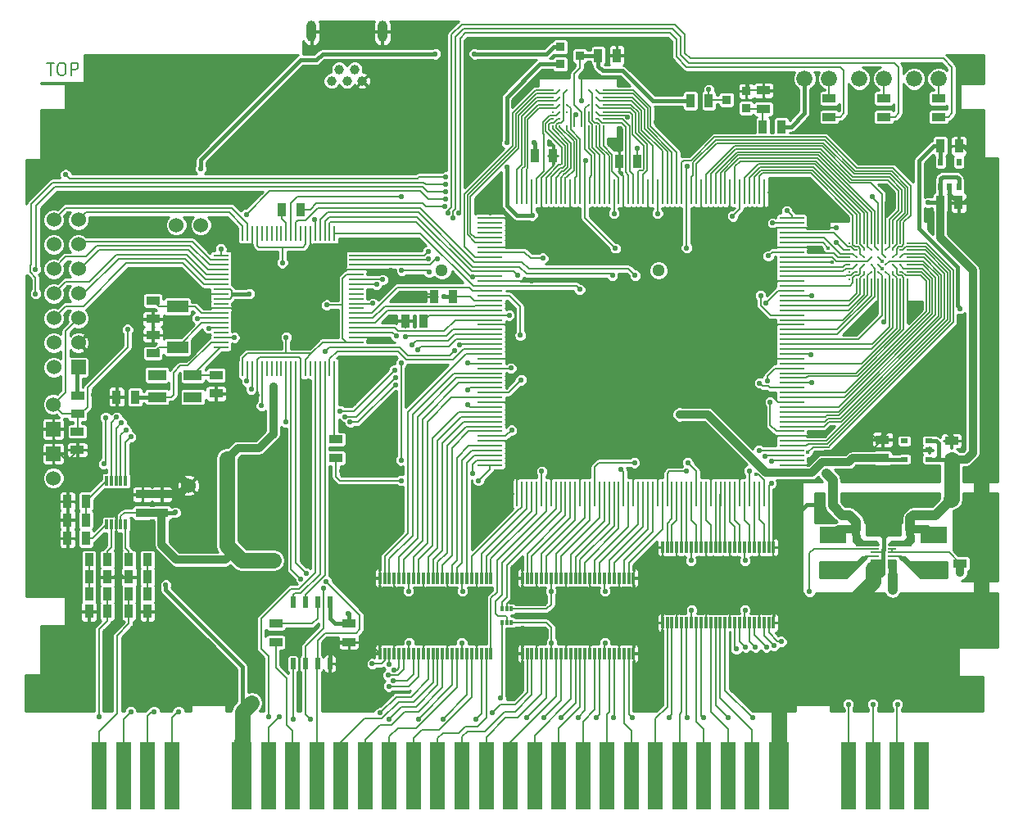
<source format=gtl>
G04 (created by PCBNEW-RS274X (20100409 SVN-R2518)-unstable) date Thu 05 Aug 2010 10:59:05 AM CEST*
G01*
G70*
G90*
%MOIN*%
G04 Gerber Fmt 3.4, Leading zero omitted, Abs format*
%FSLAX34Y34*%
G04 APERTURE LIST*
%ADD10C,0.008000*%
%ADD11C,0.008300*%
%ADD12R,0.011800X0.047200*%
%ADD13R,0.030000X0.020000*%
%ADD14R,0.020000X0.030000*%
%ADD15R,0.059000X0.009800*%
%ADD16R,0.009800X0.059000*%
%ADD17R,0.010000X0.100000*%
%ADD18R,0.100000X0.010000*%
%ADD19R,0.020000X0.045000*%
%ADD20R,0.036000X0.036000*%
%ADD21R,0.086600X0.051200*%
%ADD22R,0.074800X0.043300*%
%ADD23R,0.060000X0.060000*%
%ADD24C,0.060000*%
%ADD25C,0.039400*%
%ADD26O,0.039400X0.086600*%
%ADD27C,0.066000*%
%ADD28O,0.011400X0.011400*%
%ADD29R,0.011800X0.039300*%
%ADD30R,0.011800X0.020000*%
%ADD31R,0.059100X0.275600*%
%ADD32R,0.078700X0.275600*%
%ADD33R,0.110000X0.070000*%
%ADD34R,0.055000X0.035000*%
%ADD35R,0.035000X0.055000*%
%ADD36C,0.051200*%
%ADD37R,0.039300X0.007900*%
%ADD38R,0.035400X0.007900*%
%ADD39R,0.035400X0.007800*%
%ADD40C,0.021800*%
%ADD41C,0.035000*%
%ADD42C,0.015700*%
%ADD43C,0.032000*%
%ADD44C,0.016000*%
%ADD45C,0.040000*%
%ADD46C,0.064000*%
%ADD47C,0.005900*%
%ADD48C,0.006000*%
%ADD49C,0.010000*%
G04 APERTURE END LIST*
G54D10*
G54D11*
X38246Y-23602D02*
X38531Y-23602D01*
X38388Y-24102D02*
X38388Y-23602D01*
X38793Y-23602D02*
X38889Y-23602D01*
X38936Y-23626D01*
X38984Y-23674D01*
X39008Y-23769D01*
X39008Y-23936D01*
X38984Y-24031D01*
X38936Y-24079D01*
X38889Y-24102D01*
X38793Y-24102D01*
X38746Y-24079D01*
X38698Y-24031D01*
X38674Y-23936D01*
X38674Y-23769D01*
X38698Y-23674D01*
X38746Y-23626D01*
X38793Y-23602D01*
X39222Y-24102D02*
X39222Y-23602D01*
X39413Y-23602D01*
X39460Y-23626D01*
X39484Y-23650D01*
X39508Y-23698D01*
X39508Y-23769D01*
X39484Y-23817D01*
X39460Y-23840D01*
X39413Y-23864D01*
X39222Y-23864D01*
G54D12*
X51787Y-47635D03*
X51984Y-47635D03*
X52180Y-47635D03*
X52377Y-47635D03*
X52574Y-47635D03*
X52771Y-47635D03*
X52968Y-47635D03*
X53165Y-47635D03*
X53362Y-47635D03*
X53558Y-47635D03*
X53755Y-47635D03*
X53952Y-47635D03*
X54148Y-47635D03*
X54345Y-47635D03*
X54542Y-47635D03*
X54738Y-47635D03*
X54935Y-47635D03*
X55132Y-47635D03*
X55329Y-47635D03*
X55526Y-47635D03*
X55723Y-47635D03*
X55920Y-47635D03*
X56116Y-47635D03*
X56313Y-47635D03*
X56313Y-44565D03*
X56116Y-44565D03*
X55920Y-44565D03*
X55723Y-44565D03*
X55526Y-44565D03*
X55329Y-44565D03*
X55132Y-44565D03*
X54935Y-44565D03*
X54738Y-44565D03*
X54542Y-44565D03*
X54345Y-44565D03*
X54148Y-44565D03*
X53952Y-44565D03*
X53755Y-44565D03*
X53558Y-44565D03*
X53362Y-44565D03*
X53165Y-44565D03*
X52968Y-44565D03*
X52771Y-44565D03*
X52574Y-44565D03*
X52377Y-44565D03*
X52180Y-44565D03*
X51984Y-44565D03*
X51787Y-44565D03*
X63287Y-46385D03*
X63484Y-46385D03*
X63680Y-46385D03*
X63877Y-46385D03*
X64074Y-46385D03*
X64271Y-46385D03*
X64468Y-46385D03*
X64665Y-46385D03*
X64862Y-46385D03*
X65058Y-46385D03*
X65255Y-46385D03*
X65452Y-46385D03*
X65648Y-46385D03*
X65845Y-46385D03*
X66042Y-46385D03*
X66238Y-46385D03*
X66435Y-46385D03*
X66632Y-46385D03*
X66829Y-46385D03*
X67026Y-46385D03*
X67223Y-46385D03*
X67420Y-46385D03*
X67616Y-46385D03*
X67813Y-46385D03*
X67813Y-43315D03*
X67616Y-43315D03*
X67420Y-43315D03*
X67223Y-43315D03*
X67026Y-43315D03*
X66829Y-43315D03*
X66632Y-43315D03*
X66435Y-43315D03*
X66238Y-43315D03*
X66042Y-43315D03*
X65845Y-43315D03*
X65648Y-43315D03*
X65452Y-43315D03*
X65255Y-43315D03*
X65058Y-43315D03*
X64862Y-43315D03*
X64665Y-43315D03*
X64468Y-43315D03*
X64271Y-43315D03*
X64074Y-43315D03*
X63877Y-43315D03*
X63680Y-43315D03*
X63484Y-43315D03*
X63287Y-43315D03*
X57587Y-47635D03*
X57784Y-47635D03*
X57980Y-47635D03*
X58177Y-47635D03*
X58374Y-47635D03*
X58571Y-47635D03*
X58768Y-47635D03*
X58965Y-47635D03*
X59162Y-47635D03*
X59358Y-47635D03*
X59555Y-47635D03*
X59752Y-47635D03*
X59948Y-47635D03*
X60145Y-47635D03*
X60342Y-47635D03*
X60538Y-47635D03*
X60735Y-47635D03*
X60932Y-47635D03*
X61129Y-47635D03*
X61326Y-47635D03*
X61523Y-47635D03*
X61720Y-47635D03*
X61916Y-47635D03*
X62113Y-47635D03*
X62113Y-44565D03*
X61916Y-44565D03*
X61720Y-44565D03*
X61523Y-44565D03*
X61326Y-44565D03*
X61129Y-44565D03*
X60932Y-44565D03*
X60735Y-44565D03*
X60538Y-44565D03*
X60342Y-44565D03*
X60145Y-44565D03*
X59948Y-44565D03*
X59752Y-44565D03*
X59555Y-44565D03*
X59358Y-44565D03*
X59162Y-44565D03*
X58965Y-44565D03*
X58768Y-44565D03*
X58571Y-44565D03*
X58374Y-44565D03*
X58177Y-44565D03*
X57980Y-44565D03*
X57784Y-44565D03*
X57587Y-44565D03*
G54D13*
X74145Y-39733D03*
X74145Y-38983D03*
X73145Y-39733D03*
X74145Y-39358D03*
X73145Y-38983D03*
G54D14*
X74605Y-28635D03*
X75355Y-28635D03*
X74605Y-27635D03*
X74980Y-28635D03*
X75355Y-27635D03*
G54D15*
X45320Y-31430D03*
X45320Y-31627D03*
X45320Y-31824D03*
X45320Y-32021D03*
X45320Y-32218D03*
X45320Y-32415D03*
X45320Y-32612D03*
X45320Y-32808D03*
X45320Y-33005D03*
X45320Y-33202D03*
X45320Y-33398D03*
X45320Y-33595D03*
X45320Y-33792D03*
X45320Y-33988D03*
X45320Y-34185D03*
X45320Y-34382D03*
X45320Y-34579D03*
X45320Y-34776D03*
X45320Y-34973D03*
X45320Y-35170D03*
G54D16*
X46205Y-36055D03*
X46402Y-36055D03*
X46599Y-36055D03*
X46796Y-36055D03*
X46993Y-36055D03*
X47190Y-36055D03*
X47387Y-36055D03*
X47583Y-36055D03*
X47780Y-36055D03*
X47977Y-36055D03*
X48173Y-36055D03*
X48370Y-36055D03*
X48567Y-36055D03*
X48763Y-36055D03*
X48960Y-36055D03*
X49157Y-36055D03*
X49354Y-36055D03*
X49551Y-36055D03*
X49748Y-36055D03*
X49945Y-36055D03*
G54D15*
X50830Y-35170D03*
X50830Y-34973D03*
X50830Y-34776D03*
X50830Y-34579D03*
X50830Y-34382D03*
X50830Y-34185D03*
X50830Y-33988D03*
X50830Y-33792D03*
X50830Y-33595D03*
X50830Y-33398D03*
X50830Y-33202D03*
X50830Y-33005D03*
X50830Y-32808D03*
X50830Y-32612D03*
X50830Y-32415D03*
X50830Y-32218D03*
X50830Y-32021D03*
X50830Y-31824D03*
X50830Y-31627D03*
X50830Y-31430D03*
G54D16*
X49945Y-30545D03*
X49748Y-30545D03*
X49551Y-30545D03*
X49354Y-30545D03*
X49157Y-30545D03*
X48960Y-30545D03*
X48763Y-30545D03*
X48567Y-30545D03*
X48370Y-30545D03*
X48173Y-30545D03*
X47977Y-30545D03*
X47780Y-30545D03*
X47583Y-30545D03*
X47387Y-30545D03*
X47190Y-30545D03*
X46993Y-30545D03*
X46796Y-30545D03*
X46599Y-30545D03*
X46402Y-30545D03*
X46205Y-30545D03*
G54D17*
X67423Y-28850D03*
X67226Y-28850D03*
X67029Y-28850D03*
X66832Y-28850D03*
X66635Y-28850D03*
X66438Y-28850D03*
X66241Y-28850D03*
X66044Y-28850D03*
X65847Y-28850D03*
X65650Y-28850D03*
X65453Y-28850D03*
X65256Y-28850D03*
X65059Y-28850D03*
X64862Y-28850D03*
X64665Y-28850D03*
X64468Y-28850D03*
X64271Y-28850D03*
X64074Y-28850D03*
X63877Y-28850D03*
X63680Y-28850D03*
X63483Y-28850D03*
X63286Y-28850D03*
X63089Y-28850D03*
X62892Y-28850D03*
X62695Y-28850D03*
X62498Y-28850D03*
X62301Y-28850D03*
X62104Y-28850D03*
X61907Y-28850D03*
X61710Y-28850D03*
X61513Y-28850D03*
X61316Y-28850D03*
X61119Y-28850D03*
X60922Y-28850D03*
X60725Y-28850D03*
X60528Y-28850D03*
X60331Y-28850D03*
X60134Y-28850D03*
X59937Y-28850D03*
X59740Y-28850D03*
X59543Y-28850D03*
X59346Y-28850D03*
X59149Y-28850D03*
X58952Y-28850D03*
X58755Y-28850D03*
X58558Y-28850D03*
X58361Y-28850D03*
X58164Y-28850D03*
X57967Y-28850D03*
X57770Y-28850D03*
X57573Y-28850D03*
X57376Y-28850D03*
G54D18*
X56270Y-29927D03*
X56270Y-30124D03*
X56270Y-30321D03*
X56270Y-30518D03*
X56270Y-30715D03*
X56270Y-30912D03*
X56270Y-31109D03*
X56270Y-31306D03*
X56270Y-31503D03*
X56270Y-31700D03*
X56270Y-31897D03*
X56270Y-32094D03*
X56270Y-32291D03*
X56270Y-32488D03*
X56270Y-32685D03*
X56270Y-32882D03*
X56270Y-33079D03*
X56270Y-33276D03*
X56270Y-33473D03*
X56270Y-33670D03*
X56270Y-33867D03*
X56270Y-34064D03*
X56270Y-34261D03*
X56270Y-34458D03*
X56270Y-34655D03*
X56270Y-34852D03*
X56270Y-35049D03*
X56270Y-35246D03*
X56270Y-35443D03*
X56270Y-35640D03*
X56270Y-35837D03*
X56270Y-36034D03*
X56270Y-36231D03*
X56270Y-36428D03*
X56270Y-36625D03*
X56270Y-36822D03*
X56270Y-37019D03*
X56270Y-37216D03*
X56270Y-37413D03*
X56270Y-37610D03*
X56270Y-37807D03*
X56270Y-38004D03*
X56270Y-38201D03*
X56270Y-38398D03*
X56270Y-38595D03*
X56270Y-38792D03*
X56270Y-38989D03*
X56270Y-39186D03*
X56270Y-39383D03*
X56270Y-39580D03*
X56270Y-39777D03*
X56270Y-39974D03*
G54D17*
X57377Y-41130D03*
X57574Y-41130D03*
X57771Y-41130D03*
X57968Y-41130D03*
X58165Y-41130D03*
X58362Y-41130D03*
X58559Y-41130D03*
X58756Y-41130D03*
X58953Y-41130D03*
X59150Y-41130D03*
X59347Y-41130D03*
X59544Y-41130D03*
X59741Y-41130D03*
X59938Y-41130D03*
X60135Y-41130D03*
X60332Y-41130D03*
X60529Y-41130D03*
X60726Y-41130D03*
X60923Y-41130D03*
X61120Y-41130D03*
X61317Y-41130D03*
X61514Y-41130D03*
X61711Y-41130D03*
X61908Y-41130D03*
X62105Y-41130D03*
X62302Y-41130D03*
X62499Y-41130D03*
X62696Y-41130D03*
X62893Y-41130D03*
X63090Y-41130D03*
X63287Y-41130D03*
X63484Y-41130D03*
X63681Y-41130D03*
X63878Y-41130D03*
X64075Y-41130D03*
X64272Y-41130D03*
X64469Y-41130D03*
X64666Y-41130D03*
X64863Y-41130D03*
X65060Y-41130D03*
X65257Y-41130D03*
X65454Y-41130D03*
X65651Y-41130D03*
X65848Y-41130D03*
X66045Y-41130D03*
X66242Y-41130D03*
X66439Y-41130D03*
X66636Y-41130D03*
X66833Y-41130D03*
X67030Y-41130D03*
X67227Y-41130D03*
X67424Y-41130D03*
G54D18*
X68550Y-39973D03*
X68550Y-39776D03*
X68550Y-39579D03*
X68550Y-39382D03*
X68550Y-39185D03*
X68550Y-38988D03*
X68550Y-38791D03*
X68550Y-38594D03*
X68550Y-38397D03*
X68550Y-38200D03*
X68550Y-38003D03*
X68550Y-37806D03*
X68550Y-37609D03*
X68550Y-37412D03*
X68550Y-37215D03*
X68550Y-37018D03*
X68550Y-36821D03*
X68550Y-36624D03*
X68550Y-36427D03*
X68550Y-36230D03*
X68550Y-36033D03*
X68550Y-35836D03*
X68550Y-35639D03*
X68550Y-35442D03*
X68550Y-35245D03*
X68550Y-35048D03*
X68550Y-34851D03*
X68550Y-34654D03*
X68550Y-34457D03*
X68550Y-34260D03*
X68550Y-34063D03*
X68550Y-33866D03*
X68550Y-33669D03*
X68550Y-33472D03*
X68550Y-33275D03*
X68550Y-33078D03*
X68550Y-32881D03*
X68550Y-32684D03*
X68550Y-32487D03*
X68550Y-32290D03*
X68550Y-32093D03*
X68550Y-31896D03*
X68550Y-31699D03*
X68550Y-31502D03*
X68550Y-31305D03*
X68550Y-31108D03*
X68550Y-30911D03*
X68550Y-30714D03*
X68550Y-30517D03*
X68550Y-30320D03*
X68550Y-30123D03*
X68550Y-29926D03*
G54D19*
X49750Y-48050D03*
X49250Y-48050D03*
X48750Y-48050D03*
X48250Y-48050D03*
X48250Y-45550D03*
X48750Y-45550D03*
X49250Y-45550D03*
X49750Y-45550D03*
G54D20*
X59128Y-23657D03*
X59128Y-22957D03*
X59928Y-23307D03*
G54D21*
X43550Y-33523D03*
X43550Y-35177D03*
G54D22*
X42722Y-36297D03*
X44178Y-36297D03*
X42722Y-37203D03*
X44178Y-37203D03*
G54D23*
X38500Y-38500D03*
G54D24*
X38500Y-37500D03*
G54D25*
X50135Y-23864D03*
X50450Y-24336D03*
X50765Y-23864D03*
X51080Y-24336D03*
X49820Y-24336D03*
G54D26*
X49013Y-22328D03*
X51887Y-22328D03*
G54D20*
X66700Y-24750D03*
X66700Y-25450D03*
X65900Y-25100D03*
G54D23*
X38500Y-39500D03*
G54D24*
X38500Y-40500D03*
X44000Y-40800D03*
X44500Y-30200D03*
X43500Y-30200D03*
G54D27*
X71300Y-24250D03*
X72300Y-24250D03*
X73525Y-24250D03*
X74525Y-24250D03*
G54D28*
X73260Y-30932D03*
X72964Y-30932D03*
X72669Y-30932D03*
X72374Y-30932D03*
X72079Y-30932D03*
X71784Y-30932D03*
X71489Y-30932D03*
X71194Y-30932D03*
X70898Y-30932D03*
X73260Y-31228D03*
X72964Y-31228D03*
X72669Y-31228D03*
X72374Y-31228D03*
X72079Y-31228D03*
X71784Y-31228D03*
X71489Y-31228D03*
X71194Y-31228D03*
X70898Y-31228D03*
X73260Y-31523D03*
X72964Y-31523D03*
X72669Y-31523D03*
X72374Y-31523D03*
X72079Y-31523D03*
X71784Y-31523D03*
X71489Y-31523D03*
X71194Y-31523D03*
X70898Y-31523D03*
X73260Y-31817D03*
X72964Y-31817D03*
X72669Y-31817D03*
X72374Y-31817D03*
X72079Y-31817D03*
X71784Y-31817D03*
X71489Y-31817D03*
X71194Y-31817D03*
X70898Y-31817D03*
X73260Y-32112D03*
X72964Y-32112D03*
X72669Y-32112D03*
X72374Y-32112D03*
X72079Y-32112D03*
X71784Y-32112D03*
X71489Y-32112D03*
X71194Y-32112D03*
X70898Y-32112D03*
X73260Y-32408D03*
X72964Y-32408D03*
X72669Y-32408D03*
X72374Y-32408D03*
X72079Y-32408D03*
X71784Y-32408D03*
X71489Y-32408D03*
X71194Y-32408D03*
X70898Y-32408D03*
X58817Y-26188D03*
X59112Y-26188D03*
X59408Y-26188D03*
X59703Y-26188D03*
X59997Y-26188D03*
X60292Y-26188D03*
X60588Y-26188D03*
X60883Y-26188D03*
X58817Y-25892D03*
X59112Y-25892D03*
X60588Y-25892D03*
X60883Y-25892D03*
X58817Y-25597D03*
X59112Y-25597D03*
X59408Y-25597D03*
X60292Y-25597D03*
X60588Y-25597D03*
X60883Y-25597D03*
X58817Y-25303D03*
X59112Y-25303D03*
X59408Y-25303D03*
X60292Y-25303D03*
X60588Y-25303D03*
X60883Y-25303D03*
X58817Y-25008D03*
X59112Y-25008D03*
X60588Y-25008D03*
X60883Y-25008D03*
X58817Y-24712D03*
X59112Y-24712D03*
X59408Y-24712D03*
X59703Y-24712D03*
X59997Y-24712D03*
X60292Y-24712D03*
X60588Y-24712D03*
X60883Y-24712D03*
G54D29*
X41443Y-40615D03*
X41246Y-40615D03*
X41050Y-40615D03*
X40854Y-40615D03*
X40657Y-40615D03*
X40657Y-42385D03*
X40854Y-42385D03*
X41050Y-42385D03*
X41246Y-42385D03*
X41443Y-42385D03*
G54D30*
X57146Y-45825D03*
X56950Y-45825D03*
X56754Y-45825D03*
X56754Y-46375D03*
X56950Y-46375D03*
X57146Y-46375D03*
G54D23*
X39516Y-35992D03*
G54D24*
X38516Y-35992D03*
X39516Y-34992D03*
X38516Y-34992D03*
X39516Y-33992D03*
X38516Y-33992D03*
X39516Y-32992D03*
X38516Y-32992D03*
X39516Y-31992D03*
X38516Y-31992D03*
X39516Y-30992D03*
X38516Y-30992D03*
X39516Y-29992D03*
X38516Y-29992D03*
G54D27*
X69075Y-24250D03*
X70075Y-24250D03*
G54D31*
X73832Y-52597D03*
X72848Y-52597D03*
X71864Y-52597D03*
X70880Y-52597D03*
G54D32*
X68025Y-52597D03*
G54D31*
X66943Y-52597D03*
X65958Y-52597D03*
X64974Y-52597D03*
X63990Y-52597D03*
X63006Y-52597D03*
X62021Y-52597D03*
X61037Y-52597D03*
X60053Y-52597D03*
X59069Y-52597D03*
X58084Y-52597D03*
X57100Y-52597D03*
X56116Y-52597D03*
X55131Y-52597D03*
X54147Y-52597D03*
X53163Y-52597D03*
X52179Y-52597D03*
X51194Y-52597D03*
X50210Y-52597D03*
X49226Y-52597D03*
X48242Y-52597D03*
X47257Y-52597D03*
G54D32*
X46175Y-52597D03*
G54D31*
X43320Y-52597D03*
X42336Y-52597D03*
X41352Y-52597D03*
X40368Y-52597D03*
G54D33*
X70225Y-42825D03*
X70225Y-44225D03*
X74325Y-44225D03*
X74325Y-42825D03*
G54D34*
X47550Y-46425D03*
X47550Y-47175D03*
X42913Y-41910D03*
X42913Y-41160D03*
X70075Y-25800D03*
X70075Y-25050D03*
X39475Y-38600D03*
X39475Y-39350D03*
X39488Y-37895D03*
X39488Y-37145D03*
G54D35*
X72650Y-44450D03*
X71900Y-44450D03*
X71175Y-42575D03*
X71925Y-42575D03*
G54D34*
X75400Y-43975D03*
X75400Y-43225D03*
G54D35*
X73375Y-42575D03*
X72625Y-42575D03*
G54D34*
X72245Y-39683D03*
X72245Y-38933D03*
G54D35*
X74605Y-26985D03*
X75355Y-26985D03*
G54D34*
X75051Y-39735D03*
X75051Y-38985D03*
G54D35*
X74595Y-29295D03*
X75345Y-29295D03*
X60675Y-23300D03*
X61425Y-23300D03*
G54D34*
X42126Y-41910D03*
X42126Y-41160D03*
X50525Y-46425D03*
X50525Y-47175D03*
G54D35*
X54755Y-33115D03*
X54005Y-33115D03*
X62275Y-27600D03*
X61525Y-27600D03*
X58094Y-27377D03*
X58844Y-27377D03*
X53565Y-34100D03*
X52815Y-34100D03*
G54D34*
X42550Y-33275D03*
X42550Y-34025D03*
X45123Y-36306D03*
X45123Y-37056D03*
G54D35*
X41825Y-37200D03*
X41075Y-37200D03*
X67375Y-26200D03*
X68125Y-26200D03*
G54D34*
X67400Y-25475D03*
X67400Y-24725D03*
G54D35*
X64425Y-25150D03*
X65175Y-25150D03*
G54D34*
X74525Y-25800D03*
X74525Y-25050D03*
X72300Y-25800D03*
X72300Y-25050D03*
G54D35*
X47814Y-29567D03*
X48564Y-29567D03*
G54D34*
X50000Y-39675D03*
X50000Y-38925D03*
G54D35*
X39825Y-41450D03*
X39075Y-41450D03*
X39825Y-42200D03*
X39075Y-42200D03*
X39825Y-42950D03*
X39075Y-42950D03*
X41575Y-45925D03*
X42325Y-45925D03*
X40700Y-45225D03*
X39950Y-45225D03*
X39950Y-44525D03*
X40700Y-44525D03*
X39950Y-43825D03*
X40700Y-43825D03*
X42325Y-43825D03*
X41575Y-43825D03*
X40700Y-45925D03*
X39950Y-45925D03*
X42325Y-44525D03*
X41575Y-44525D03*
X41575Y-45225D03*
X42325Y-45225D03*
G54D34*
X42550Y-35425D03*
X42550Y-34675D03*
G54D36*
X54314Y-32049D03*
X63133Y-32049D03*
G54D37*
X71940Y-43211D03*
G54D38*
X71921Y-43368D03*
X71921Y-43525D03*
X71921Y-43682D03*
X71921Y-43839D03*
G54D39*
X72629Y-43839D03*
X72629Y-43682D03*
X72629Y-43525D03*
X72629Y-43368D03*
X72629Y-43211D03*
G54D40*
X54400Y-33100D03*
G54D41*
X69961Y-40315D03*
G54D40*
X55350Y-36925D03*
X69375Y-33075D03*
X69375Y-36625D03*
X75412Y-33600D03*
X72297Y-34135D03*
G54D41*
X64003Y-37908D03*
G54D40*
X64300Y-27800D03*
X60150Y-27575D03*
X57501Y-34686D03*
X67243Y-36634D03*
X61374Y-31157D03*
X64272Y-31129D03*
X57540Y-36505D03*
X67513Y-33362D03*
X62275Y-27070D03*
X64325Y-39875D03*
X62150Y-39875D03*
X66825Y-40200D03*
X58425Y-31550D03*
X66142Y-29842D03*
X56950Y-27850D03*
X74094Y-29291D03*
X43465Y-41890D03*
X47826Y-31741D03*
G54D41*
X47450Y-36775D03*
G54D40*
X56950Y-26860D03*
X57050Y-33875D03*
G54D41*
X75025Y-41375D03*
X75050Y-40900D03*
X75050Y-40425D03*
G54D40*
X46478Y-32998D03*
X58070Y-26860D03*
X71842Y-29061D03*
X47976Y-34771D03*
X49632Y-33454D03*
X63090Y-29731D03*
X61317Y-29731D03*
X57991Y-29803D03*
X67598Y-31457D03*
X67283Y-33071D03*
X67559Y-36535D03*
X67677Y-37402D03*
X57125Y-36025D03*
X64275Y-40225D03*
X61600Y-40150D03*
X58375Y-40225D03*
X57150Y-38550D03*
G54D41*
X47450Y-43850D03*
X46950Y-43850D03*
X46450Y-43850D03*
G54D40*
X52950Y-45100D03*
X55150Y-45100D03*
X60950Y-45100D03*
X58750Y-45100D03*
X66650Y-43850D03*
X64450Y-43850D03*
X69275Y-45125D03*
X43075Y-44850D03*
G54D41*
X46575Y-49646D03*
G54D40*
X50512Y-46008D03*
G54D41*
X75400Y-44350D03*
X72650Y-45050D03*
G54D40*
X52975Y-47200D03*
X66650Y-45875D03*
X64475Y-45875D03*
X60950Y-47200D03*
X58775Y-47200D03*
X55125Y-47200D03*
G54D41*
X46200Y-50525D03*
X46200Y-50025D03*
G54D40*
X54040Y-23240D03*
X55640Y-23240D03*
X44500Y-27900D03*
X44825Y-34400D03*
X65175Y-24691D03*
X61866Y-25809D03*
G54D42*
X69213Y-39449D03*
X67087Y-40354D03*
X70182Y-31714D03*
X72224Y-31963D03*
X70039Y-31134D03*
X72224Y-31668D03*
G54D40*
X48800Y-44375D03*
X49600Y-44700D03*
X48575Y-44600D03*
X49500Y-44975D03*
X48950Y-50300D03*
X48250Y-50300D03*
X47250Y-50200D03*
X56700Y-49450D03*
X66300Y-47450D03*
X66675Y-47375D03*
X70850Y-49700D03*
X56350Y-50050D03*
X57750Y-50250D03*
X58450Y-50250D03*
X65950Y-50250D03*
X66950Y-50250D03*
X59150Y-50250D03*
X59850Y-50250D03*
X60600Y-50250D03*
X61300Y-50250D03*
X62050Y-50250D03*
X63550Y-50250D03*
X64300Y-50250D03*
X64950Y-50250D03*
X47700Y-50200D03*
X51800Y-50050D03*
X55700Y-50300D03*
X54350Y-50300D03*
X53350Y-50300D03*
X52150Y-50300D03*
X52325Y-48750D03*
X43600Y-50000D03*
X52150Y-48975D03*
X52350Y-48300D03*
X42600Y-50000D03*
X52125Y-48525D03*
X51475Y-48050D03*
X52150Y-48075D03*
X41650Y-50000D03*
X67075Y-47375D03*
X71850Y-49700D03*
X67525Y-47375D03*
X67825Y-47325D03*
X72850Y-49700D03*
X68125Y-47150D03*
G54D41*
X41800Y-48900D03*
X41800Y-46800D03*
X38400Y-48800D03*
X38400Y-49700D03*
X40725Y-49700D03*
X43125Y-46025D03*
X66500Y-38400D03*
G54D40*
X57062Y-35640D03*
X57047Y-34843D03*
G54D41*
X58000Y-36000D03*
X57700Y-31000D03*
G54D40*
X66176Y-34258D03*
G54D41*
X68110Y-40709D03*
X66496Y-39921D03*
G54D40*
X65721Y-39102D03*
G54D41*
X69764Y-42087D03*
X69764Y-41575D03*
X68583Y-42165D03*
G54D40*
X70157Y-38465D03*
G54D41*
X75000Y-45512D03*
X72992Y-47008D03*
X72992Y-48661D03*
G54D40*
X52900Y-30875D03*
X52244Y-31024D03*
X57950Y-32475D03*
G54D41*
X61125Y-31525D03*
G54D40*
X60324Y-30604D03*
X58031Y-31260D03*
G54D41*
X65300Y-24140D03*
X52244Y-32126D03*
X76260Y-41378D03*
X76500Y-39500D03*
X76500Y-38000D03*
X76500Y-36500D03*
X76500Y-35000D03*
X75000Y-35000D03*
X73500Y-36500D03*
X72000Y-38000D03*
X48600Y-46850D03*
X76260Y-44449D03*
X75000Y-47000D03*
X75000Y-49000D03*
X76500Y-47000D03*
X76500Y-45500D03*
X74291Y-40276D03*
X72756Y-40276D03*
X71260Y-40276D03*
X71100Y-41400D03*
X73475Y-41400D03*
X72275Y-41975D03*
G54D40*
X74075Y-29902D03*
G54D41*
X76260Y-42913D03*
X56900Y-41800D03*
X55800Y-42700D03*
X66800Y-26100D03*
X66800Y-24140D03*
X60000Y-36000D03*
X64000Y-36500D03*
X62000Y-36000D03*
X64000Y-32000D03*
X60000Y-37000D03*
X62000Y-37000D03*
X52300Y-35700D03*
G54D40*
X52650Y-33025D03*
G54D41*
X50700Y-35700D03*
X50700Y-37400D03*
X52300Y-37400D03*
X48775Y-43200D03*
X48775Y-36775D03*
X52500Y-41000D03*
X50000Y-41000D03*
X50000Y-42874D03*
X50300Y-40200D03*
X52480Y-42441D03*
X55800Y-41000D03*
X53000Y-37100D03*
X52300Y-38700D03*
X50700Y-38700D03*
G54D40*
X58684Y-26838D03*
G54D41*
X38500Y-44700D03*
X44025Y-45125D03*
X48900Y-34700D03*
X48900Y-32500D03*
G54D40*
X52150Y-34025D03*
X64863Y-31126D03*
G54D41*
X47700Y-43200D03*
X46400Y-43200D03*
X44800Y-44300D03*
X44800Y-43200D03*
X45700Y-46800D03*
X46600Y-44500D03*
X47700Y-44500D03*
X65775Y-40275D03*
X67300Y-30825D03*
X69275Y-29625D03*
X68875Y-28875D03*
X68650Y-45925D03*
X68650Y-45500D03*
X68400Y-45100D03*
X60000Y-22700D03*
X63000Y-22700D03*
X58500Y-22700D03*
X55500Y-22700D03*
X57000Y-24000D03*
G54D40*
X60180Y-23920D03*
X73320Y-34140D03*
X57860Y-24500D03*
G54D41*
X42500Y-24000D03*
X45500Y-24000D03*
X41600Y-35900D03*
X44800Y-47700D03*
X56500Y-27000D03*
X54200Y-24000D03*
X55500Y-24000D03*
X55500Y-27500D03*
X54000Y-25500D03*
X53000Y-28000D03*
X51450Y-25500D03*
X51450Y-28000D03*
X49000Y-24000D03*
X46000Y-27000D03*
X47500Y-25500D03*
X49000Y-25500D03*
X47500Y-28000D03*
X45000Y-28000D03*
X49000Y-28000D03*
X42800Y-30300D03*
X40200Y-30300D03*
X44000Y-28000D03*
X41000Y-28000D03*
X42500Y-27000D03*
X39500Y-27000D03*
X44000Y-25500D03*
X41000Y-25500D03*
X52500Y-40200D03*
X64200Y-27300D03*
X63100Y-26000D03*
X65500Y-37000D03*
X65500Y-36000D03*
X65500Y-32000D03*
X65500Y-34000D03*
X64500Y-37500D03*
X63500Y-39400D03*
X63500Y-37500D03*
X66600Y-31600D03*
X58000Y-39800D03*
X57300Y-39100D03*
X64500Y-39400D03*
X66500Y-36000D03*
X75100Y-30500D03*
X71400Y-27400D03*
X67840Y-24140D03*
X70050Y-26350D03*
X73400Y-28000D03*
X40200Y-37100D03*
X45900Y-37300D03*
X47700Y-41300D03*
X47700Y-39200D03*
X46400Y-41300D03*
X46400Y-39900D03*
X54000Y-36120D03*
X46600Y-47700D03*
X50125Y-47750D03*
X50000Y-44600D03*
X51300Y-44600D03*
X51200Y-47750D03*
X47000Y-35000D03*
X47000Y-32500D03*
X41600Y-32100D03*
X43000Y-32100D03*
X40100Y-35000D03*
G54D40*
X57586Y-45603D03*
X70375Y-30325D03*
X70375Y-30924D03*
X71741Y-38647D03*
X71604Y-34141D03*
X72579Y-29062D03*
X46970Y-34380D03*
X49225Y-33025D03*
X47295Y-32174D03*
X66169Y-32487D03*
X66148Y-30954D03*
X61708Y-30510D03*
X58306Y-38605D03*
X59939Y-38682D03*
X63278Y-39109D03*
X64818Y-38451D03*
X66523Y-36931D03*
X59778Y-25702D03*
X59998Y-25143D03*
G54D41*
X55775Y-46100D03*
G54D40*
X57600Y-46600D03*
G54D41*
X52450Y-46100D03*
X59100Y-46100D03*
G54D40*
X52150Y-34850D03*
X45250Y-35575D03*
X44600Y-34675D03*
G54D41*
X68025Y-49800D03*
X68025Y-49300D03*
X68025Y-48800D03*
G54D40*
X40350Y-50200D03*
X69331Y-35472D03*
X67717Y-40709D03*
X61250Y-32250D03*
X55551Y-32323D03*
X41075Y-38025D03*
X50175Y-37775D03*
X52400Y-36100D03*
X52825Y-34750D03*
X53325Y-35285D03*
X52425Y-36700D03*
X50575Y-38225D03*
X41654Y-38819D03*
X55550Y-40325D03*
X52650Y-39775D03*
X52650Y-35825D03*
X52450Y-34725D03*
X55350Y-37505D03*
X51500Y-33395D03*
X52650Y-40600D03*
X55800Y-40600D03*
X67725Y-39825D03*
X54475Y-28250D03*
X39000Y-28150D03*
X62175Y-32250D03*
X53800Y-32125D03*
X52677Y-32047D03*
X52675Y-29050D03*
X55039Y-35079D03*
X54475Y-28850D03*
X37775Y-32000D03*
X67225Y-39375D03*
X54475Y-29150D03*
X46350Y-29775D03*
X45325Y-31175D03*
X68350Y-29625D03*
X37775Y-33000D03*
X54475Y-28550D03*
X67450Y-39625D03*
X54425Y-29450D03*
X67775Y-30125D03*
X53100Y-35095D03*
X52425Y-36400D03*
X50375Y-38000D03*
X41275Y-38250D03*
X59925Y-32825D03*
X57400Y-32250D03*
X47953Y-38228D03*
X41457Y-38543D03*
X46380Y-36550D03*
X40551Y-39921D03*
X40630Y-38031D03*
X46969Y-37559D03*
X46560Y-36880D03*
X51650Y-32625D03*
X49550Y-35350D03*
X55350Y-35825D03*
X54825Y-35325D03*
X53750Y-31575D03*
X54775Y-29925D03*
X54550Y-29725D03*
X53750Y-31275D03*
X51900Y-32425D03*
X44350Y-34000D03*
X41525Y-34450D03*
X49125Y-29975D03*
X54125Y-31575D03*
X55000Y-29725D03*
X45860Y-34780D03*
G54D43*
X71175Y-42575D02*
X70475Y-42575D01*
G54D10*
X71175Y-42575D02*
X71175Y-42950D01*
X71436Y-43211D02*
X71940Y-43211D01*
X71175Y-42950D02*
X71436Y-43211D01*
G54D44*
X54415Y-33115D02*
X54400Y-33100D01*
X54755Y-33115D02*
X54415Y-33115D01*
G54D10*
X54755Y-33115D02*
X55470Y-33115D01*
X55631Y-33276D02*
X56270Y-33276D01*
X55470Y-33115D02*
X55631Y-33276D01*
G54D45*
X70225Y-41625D02*
X70600Y-42000D01*
X70225Y-40575D02*
X70225Y-41625D01*
X70225Y-40575D02*
X69961Y-40315D01*
X71175Y-42275D02*
X71175Y-42575D01*
X70900Y-42000D02*
X71175Y-42275D01*
X70600Y-42000D02*
X70900Y-42000D01*
G54D10*
X56270Y-36822D02*
X55453Y-36822D01*
X55453Y-36822D02*
X55350Y-36925D01*
X68550Y-33078D02*
X69372Y-33078D01*
X69372Y-33078D02*
X69375Y-33075D01*
X68550Y-36624D02*
X69374Y-36624D01*
X69374Y-36624D02*
X69375Y-36625D01*
G54D43*
X70475Y-42575D02*
X70225Y-42825D01*
G54D44*
X74605Y-27635D02*
X74605Y-26985D01*
X74605Y-26985D02*
X74327Y-26985D01*
X75307Y-33495D02*
X75412Y-33600D01*
X75307Y-31913D02*
X75307Y-33495D01*
X73730Y-30336D02*
X75307Y-31913D01*
X73730Y-27582D02*
X73730Y-30336D01*
X74327Y-26985D02*
X73730Y-27582D01*
G54D10*
X72374Y-32408D02*
X72374Y-34058D01*
X72374Y-34058D02*
X72297Y-34135D01*
G54D43*
X70866Y-39843D02*
X69802Y-39843D01*
X67497Y-40276D02*
X65129Y-37908D01*
X65129Y-37908D02*
X64003Y-37908D01*
X71026Y-39683D02*
X70866Y-39843D01*
X71026Y-39683D02*
X72245Y-39683D01*
X69369Y-40276D02*
X67497Y-40276D01*
X69802Y-39843D02*
X69369Y-40276D01*
G54D10*
X64271Y-28850D02*
X64271Y-27829D01*
X64271Y-27829D02*
X64300Y-27800D01*
X60134Y-27591D02*
X60150Y-27575D01*
X60134Y-27591D02*
X60134Y-28850D01*
X57500Y-34685D02*
X57501Y-34686D01*
X56270Y-33079D02*
X57052Y-33079D01*
X57052Y-33079D02*
X57500Y-33527D01*
X57500Y-33527D02*
X57500Y-34685D01*
G54D44*
X73145Y-39733D02*
X72295Y-39733D01*
X72295Y-39733D02*
X72245Y-39683D01*
G54D10*
X68550Y-36821D02*
X67672Y-36821D01*
X67672Y-36821D02*
X67610Y-36759D01*
X67610Y-36759D02*
X67368Y-36759D01*
X67368Y-36759D02*
X67243Y-36634D01*
X60134Y-28850D02*
X60134Y-29917D01*
X60134Y-29917D02*
X61374Y-31157D01*
X64271Y-28850D02*
X64271Y-31128D01*
X64271Y-31128D02*
X64272Y-31129D01*
X56270Y-37019D02*
X57024Y-37019D01*
X57538Y-36505D02*
X57540Y-36505D01*
X57024Y-37019D02*
X57538Y-36505D01*
X68550Y-32881D02*
X67994Y-32881D01*
X67994Y-32881D02*
X67513Y-33362D01*
X62275Y-27600D02*
X62275Y-27070D01*
X64666Y-41130D02*
X64666Y-40216D01*
X64666Y-40216D02*
X64325Y-39875D01*
X60529Y-41130D02*
X60529Y-40046D01*
X60700Y-39875D02*
X62150Y-39875D01*
X60529Y-40046D02*
X60700Y-39875D01*
X73375Y-42575D02*
X73375Y-42950D01*
X73114Y-43211D02*
X72629Y-43211D01*
X73375Y-42950D02*
X73114Y-43211D01*
X66833Y-40208D02*
X66833Y-41130D01*
X66833Y-40208D02*
X66825Y-40200D01*
X57681Y-31306D02*
X57925Y-31550D01*
X57925Y-31550D02*
X58425Y-31550D01*
X56270Y-31306D02*
X57681Y-31306D01*
X66438Y-28850D02*
X66438Y-29546D01*
X66438Y-29546D02*
X66142Y-29842D01*
G54D44*
X57357Y-29803D02*
X56952Y-29398D01*
X56952Y-29398D02*
X56950Y-27850D01*
X57357Y-29803D02*
X57991Y-29803D01*
X74145Y-39733D02*
X74403Y-39733D01*
X74416Y-38983D02*
X74145Y-38983D01*
X74528Y-39095D02*
X74416Y-38983D01*
X74528Y-39608D02*
X74528Y-39095D01*
X74403Y-39733D02*
X74528Y-39608D01*
G54D45*
X73375Y-42575D02*
X73375Y-42125D01*
X73375Y-42125D02*
X73500Y-42000D01*
X73500Y-42000D02*
X74400Y-42000D01*
X74400Y-42000D02*
X75025Y-41375D01*
G54D44*
X74591Y-29291D02*
X74595Y-29295D01*
X74094Y-29291D02*
X74591Y-29291D01*
G54D10*
X45775Y-33100D02*
X45775Y-33070D01*
X45775Y-33070D02*
X45840Y-33005D01*
G54D44*
X42913Y-41910D02*
X43445Y-41910D01*
X43445Y-41910D02*
X43465Y-41890D01*
G54D43*
X42913Y-41910D02*
X42913Y-43228D01*
X45512Y-43819D02*
X45828Y-43503D01*
X43504Y-43819D02*
X45512Y-43819D01*
X42913Y-43228D02*
X43504Y-43819D01*
X42126Y-41910D02*
X42913Y-41910D01*
G54D10*
X41246Y-42385D02*
X41246Y-42061D01*
X41397Y-41910D02*
X42126Y-41910D01*
X41246Y-42061D02*
X41397Y-41910D01*
X47826Y-31100D02*
X47826Y-31741D01*
G54D44*
X69075Y-24250D02*
X69075Y-25650D01*
X69075Y-25650D02*
X68525Y-26200D01*
X68525Y-26200D02*
X68125Y-26200D01*
G54D43*
X47450Y-38700D02*
X46875Y-39275D01*
G54D46*
X45828Y-43503D02*
X45575Y-43250D01*
G54D43*
X46875Y-39275D02*
X46025Y-39275D01*
X46025Y-39275D02*
X45575Y-39725D01*
G54D46*
X45575Y-39725D02*
X45575Y-43250D01*
G54D43*
X47450Y-38700D02*
X47450Y-36775D01*
G54D46*
X46450Y-43850D02*
X46175Y-43850D01*
X46175Y-43850D02*
X45828Y-43503D01*
G54D44*
X59128Y-23657D02*
X58303Y-23657D01*
X58303Y-23657D02*
X56951Y-25009D01*
X56951Y-25009D02*
X56951Y-26859D01*
X56951Y-26859D02*
X56950Y-26860D01*
X39475Y-37132D02*
X39475Y-36033D01*
G54D10*
X39488Y-37145D02*
X39475Y-37132D01*
X39475Y-36033D02*
X39516Y-35992D01*
X56270Y-33867D02*
X53798Y-33867D01*
X53798Y-33867D02*
X53565Y-34100D01*
X56270Y-33867D02*
X57042Y-33867D01*
X57042Y-33867D02*
X57050Y-33875D01*
G54D46*
X75041Y-41359D02*
X75051Y-41359D01*
X75051Y-41359D02*
X75051Y-40900D01*
X75025Y-41375D02*
X75041Y-41359D01*
X75050Y-40900D02*
X75051Y-40900D01*
X75050Y-40425D02*
X75051Y-40425D01*
X75051Y-40900D02*
X75051Y-40425D01*
X75051Y-40425D02*
X75051Y-39735D01*
G54D44*
X46471Y-33005D02*
X45840Y-33005D01*
X46478Y-32998D02*
X46471Y-33005D01*
G54D10*
X45840Y-33005D02*
X45775Y-32940D01*
G54D44*
X58094Y-26884D02*
X58094Y-27377D01*
X58070Y-26860D02*
X58094Y-26884D01*
G54D43*
X74595Y-29295D02*
X74595Y-30715D01*
X74595Y-30715D02*
X75918Y-32038D01*
X75918Y-32038D02*
X75918Y-39475D01*
X75918Y-39475D02*
X75658Y-39735D01*
X75658Y-39735D02*
X75051Y-39735D01*
G54D44*
X74145Y-39733D02*
X75049Y-39733D01*
X75049Y-39733D02*
X75051Y-39735D01*
X75355Y-28635D02*
X75355Y-28328D01*
X75355Y-28328D02*
X75261Y-28234D01*
X75261Y-28234D02*
X74691Y-28234D01*
X74691Y-28234D02*
X74605Y-28320D01*
X74605Y-28320D02*
X74605Y-28635D01*
G54D10*
X72079Y-30932D02*
X72079Y-29302D01*
X72079Y-29302D02*
X71842Y-29065D01*
X71842Y-29065D02*
X71842Y-29061D01*
G54D44*
X74595Y-29295D02*
X74595Y-28645D01*
X74595Y-28645D02*
X74605Y-28635D01*
G54D10*
X47974Y-35424D02*
X47976Y-34771D01*
X46205Y-36055D02*
X46205Y-35623D01*
X46404Y-35424D02*
X47974Y-35424D01*
X47974Y-35424D02*
X49001Y-35424D01*
X46205Y-35623D02*
X46404Y-35424D01*
X50275Y-33453D02*
X49633Y-33453D01*
X49633Y-33453D02*
X49632Y-33454D01*
X63089Y-28850D02*
X63090Y-29731D01*
X61316Y-28850D02*
X61316Y-29730D01*
X61316Y-29730D02*
X61317Y-29731D01*
X57967Y-28850D02*
X57967Y-29779D01*
X57967Y-29779D02*
X57991Y-29803D01*
X68550Y-31305D02*
X67750Y-31305D01*
X67750Y-31305D02*
X67598Y-31457D01*
X68550Y-33866D02*
X67685Y-33866D01*
X67283Y-33464D02*
X67283Y-33071D01*
X67685Y-33866D02*
X67283Y-33464D01*
X68550Y-36033D02*
X67865Y-36033D01*
X67559Y-36339D02*
X67559Y-36535D01*
X67865Y-36033D02*
X67559Y-36339D01*
X68550Y-38594D02*
X67925Y-38594D01*
X67677Y-38346D02*
X67677Y-37402D01*
X67925Y-38594D02*
X67677Y-38346D01*
X56270Y-36034D02*
X57116Y-36034D01*
X57116Y-36034D02*
X57125Y-36025D01*
X63484Y-41130D02*
X63484Y-40316D01*
X63575Y-40225D02*
X64275Y-40225D01*
X63484Y-40316D02*
X63575Y-40225D01*
X61711Y-41130D02*
X61711Y-40261D01*
X61711Y-40261D02*
X61600Y-40150D01*
X58362Y-41130D02*
X58362Y-40238D01*
X58362Y-40238D02*
X58375Y-40225D01*
X56270Y-38792D02*
X56908Y-38792D01*
X56908Y-38792D02*
X57150Y-38550D01*
X48763Y-36055D02*
X48763Y-35662D01*
X49452Y-34973D02*
X50830Y-34973D01*
X48763Y-35662D02*
X49001Y-35424D01*
X49001Y-35424D02*
X49452Y-34973D01*
X50830Y-32218D02*
X50432Y-32218D01*
X50423Y-34973D02*
X50830Y-34973D01*
X50275Y-34825D02*
X50423Y-34973D01*
X50275Y-32375D02*
X50275Y-33453D01*
X50275Y-33453D02*
X50275Y-34825D01*
X50432Y-32218D02*
X50275Y-32375D01*
X48763Y-30545D02*
X48763Y-30987D01*
X46850Y-31100D02*
X46796Y-31046D01*
X48650Y-31100D02*
X47826Y-31100D01*
X47826Y-31100D02*
X46850Y-31100D01*
X48763Y-30987D02*
X48650Y-31100D01*
X46796Y-30545D02*
X46796Y-31046D01*
X45320Y-32808D02*
X45708Y-32808D01*
X45708Y-32808D02*
X45775Y-32875D01*
X45775Y-32875D02*
X45775Y-32940D01*
X45698Y-33202D02*
X45320Y-33202D01*
X45775Y-32940D02*
X45775Y-33100D01*
X45775Y-33100D02*
X45775Y-33125D01*
X45775Y-33125D02*
X45698Y-33202D01*
G54D46*
X46950Y-43850D02*
X47450Y-43850D01*
X46450Y-43850D02*
X46950Y-43850D01*
G54D10*
X52968Y-44565D02*
X52968Y-45082D01*
X52968Y-45082D02*
X52950Y-45100D01*
X55132Y-44565D02*
X55132Y-45082D01*
X55132Y-45082D02*
X55150Y-45100D01*
X60932Y-44565D02*
X60932Y-45082D01*
X60932Y-45082D02*
X60950Y-45100D01*
X58750Y-45100D02*
X58768Y-45100D01*
X66632Y-43315D02*
X66632Y-43832D01*
X66632Y-43832D02*
X66650Y-43850D01*
X64468Y-43315D02*
X64468Y-43832D01*
X64468Y-43832D02*
X64450Y-43850D01*
X57146Y-45825D02*
X58575Y-45825D01*
X58768Y-45632D02*
X58768Y-45100D01*
X58768Y-45100D02*
X58768Y-44565D01*
X58575Y-45825D02*
X58768Y-45632D01*
G54D43*
X73375Y-42575D02*
X74075Y-42575D01*
G54D10*
X74075Y-42575D02*
X74325Y-42825D01*
X72629Y-43839D02*
X72629Y-44004D01*
X72650Y-44025D02*
X72650Y-44450D01*
X72629Y-44004D02*
X72650Y-44025D01*
X72629Y-43525D02*
X74950Y-43525D01*
X74950Y-43525D02*
X75400Y-43975D01*
X71921Y-43368D02*
X69457Y-43368D01*
X69457Y-43368D02*
X69275Y-43550D01*
X69275Y-43550D02*
X69275Y-45125D01*
X72629Y-43525D02*
X72629Y-43368D01*
G54D44*
X46200Y-50025D02*
X46200Y-48175D01*
X46200Y-48175D02*
X43075Y-45050D01*
X43075Y-45050D02*
X43075Y-44850D01*
G54D46*
X46200Y-50025D02*
X46200Y-50021D01*
X46200Y-50021D02*
X46575Y-49646D01*
G54D44*
X50512Y-46008D02*
X50525Y-46021D01*
X50525Y-46021D02*
X50525Y-46425D01*
G54D43*
X75400Y-43975D02*
X75400Y-44350D01*
G54D45*
X72650Y-45050D02*
X72650Y-44450D01*
G54D44*
X50525Y-46425D02*
X49975Y-46425D01*
X49750Y-46200D02*
X49750Y-45550D01*
X49750Y-46200D02*
X49975Y-46425D01*
G54D10*
X57146Y-46375D02*
X58575Y-46375D01*
X58775Y-46575D02*
X58775Y-47200D01*
X58575Y-46375D02*
X58775Y-46575D01*
X52968Y-47635D02*
X52968Y-47207D01*
X52968Y-47207D02*
X52975Y-47200D01*
X66632Y-46385D02*
X66632Y-45893D01*
X66632Y-45893D02*
X66650Y-45875D01*
X64468Y-46385D02*
X64468Y-45882D01*
X64468Y-45882D02*
X64475Y-45875D01*
X60932Y-47635D02*
X60932Y-47218D01*
X60932Y-47218D02*
X60950Y-47200D01*
X58768Y-47635D02*
X58768Y-47207D01*
X58768Y-47207D02*
X58775Y-47200D01*
X55132Y-47635D02*
X55132Y-47207D01*
X55132Y-47207D02*
X55125Y-47200D01*
G54D46*
X46200Y-50525D02*
X46200Y-50025D01*
X46175Y-52597D02*
X46175Y-51225D01*
X46200Y-51200D02*
X46200Y-50525D01*
X46175Y-51225D02*
X46200Y-51200D01*
G54D44*
X59128Y-22957D02*
X58854Y-22957D01*
X44499Y-27561D02*
X44500Y-27900D01*
X48572Y-23488D02*
X44499Y-27561D01*
X49203Y-23488D02*
X48572Y-23488D01*
X49450Y-23241D02*
X49203Y-23488D01*
X54040Y-23240D02*
X49450Y-23241D01*
X58571Y-23240D02*
X55640Y-23240D01*
X58854Y-22957D02*
X58571Y-23240D01*
G54D10*
X44843Y-34382D02*
X44825Y-34400D01*
X45320Y-34382D02*
X44843Y-34382D01*
G54D47*
X60737Y-25745D02*
X61802Y-25745D01*
X60589Y-25597D02*
X60737Y-25745D01*
X60588Y-25597D02*
X60589Y-25597D01*
X65175Y-24691D02*
X65175Y-25150D01*
X61802Y-25745D02*
X61866Y-25809D01*
G54D10*
X65900Y-25100D02*
X65225Y-25100D01*
X65225Y-25100D02*
X65175Y-25150D01*
G54D47*
X61907Y-28850D02*
X61907Y-28164D01*
X60674Y-25892D02*
X60588Y-25892D01*
X60823Y-26041D02*
X60674Y-25892D01*
X61631Y-26041D02*
X60823Y-26041D01*
X61794Y-26204D02*
X61631Y-26041D01*
X61794Y-28051D02*
X61794Y-26204D01*
X61907Y-28164D02*
X61794Y-28051D01*
X58164Y-28850D02*
X58164Y-28301D01*
X58965Y-25744D02*
X59112Y-25597D01*
X58691Y-25744D02*
X58965Y-25744D01*
X58418Y-26017D02*
X58691Y-25744D01*
X58418Y-26463D02*
X58418Y-26017D01*
X58459Y-26504D02*
X58418Y-26463D01*
X58459Y-28006D02*
X58459Y-26504D01*
X58164Y-28301D02*
X58459Y-28006D01*
X58817Y-26188D02*
X58817Y-26293D01*
X58952Y-28262D02*
X59211Y-28003D01*
X59211Y-28003D02*
X59273Y-28003D01*
X59273Y-28003D02*
X59446Y-27830D01*
X59446Y-27830D02*
X59446Y-26922D01*
X58952Y-28262D02*
X58952Y-28850D01*
X58817Y-26293D02*
X59446Y-26922D01*
X58558Y-28850D02*
X58558Y-28277D01*
X58715Y-25892D02*
X58817Y-25892D01*
X58540Y-26067D02*
X58715Y-25892D01*
X58540Y-26378D02*
X58540Y-26067D01*
X59202Y-27040D02*
X58540Y-26378D01*
X59202Y-27702D02*
X59202Y-27040D01*
X59145Y-27759D02*
X59202Y-27702D01*
X59076Y-27759D02*
X59145Y-27759D01*
X58558Y-28277D02*
X59076Y-27759D01*
X62104Y-28850D02*
X62104Y-28154D01*
X61652Y-25892D02*
X60883Y-25892D01*
X61950Y-26190D02*
X61652Y-25892D01*
X61950Y-28000D02*
X61950Y-26190D01*
X62104Y-28154D02*
X61950Y-28000D01*
X62301Y-28850D02*
X62301Y-28018D01*
X61960Y-25597D02*
X60883Y-25597D01*
X62073Y-25710D02*
X61960Y-25597D01*
X62073Y-26096D02*
X62073Y-25710D01*
X62072Y-26097D02*
X62073Y-26096D01*
X62072Y-26508D02*
X62072Y-26097D01*
X62546Y-26982D02*
X62072Y-26508D01*
X62546Y-27918D02*
X62546Y-26982D01*
X62496Y-27968D02*
X62546Y-27918D01*
X62351Y-27968D02*
X62496Y-27968D01*
X62301Y-28018D02*
X62351Y-27968D01*
X62892Y-28850D02*
X62892Y-26975D01*
X62010Y-25303D02*
X60883Y-25303D01*
X62317Y-25610D02*
X62010Y-25303D01*
X62317Y-26400D02*
X62317Y-25610D01*
X62892Y-26975D02*
X62317Y-26400D01*
X63483Y-28850D02*
X63483Y-27212D01*
X62059Y-25008D02*
X60883Y-25008D01*
X62561Y-25510D02*
X62059Y-25008D01*
X62561Y-26290D02*
X62561Y-25510D01*
X63483Y-27212D02*
X62561Y-26290D01*
X63877Y-28850D02*
X63877Y-27254D01*
X62107Y-24712D02*
X60883Y-24712D01*
X62805Y-25410D02*
X62107Y-24712D01*
X62805Y-26182D02*
X62805Y-25410D01*
X63877Y-27254D02*
X62805Y-26182D01*
X63286Y-28850D02*
X63286Y-27188D01*
X60736Y-25156D02*
X60588Y-25008D01*
X62035Y-25156D02*
X60736Y-25156D01*
X62439Y-25560D02*
X62035Y-25156D01*
X62439Y-26341D02*
X62439Y-25560D01*
X63286Y-27188D02*
X62439Y-26341D01*
X62498Y-28850D02*
X62498Y-28139D01*
X60735Y-25450D02*
X60588Y-25303D01*
X61985Y-25450D02*
X60735Y-25450D01*
X62195Y-25660D02*
X61985Y-25450D01*
X62195Y-26454D02*
X62195Y-25660D01*
X62668Y-26927D02*
X62195Y-26454D01*
X62668Y-27969D02*
X62668Y-26927D01*
X62498Y-28139D02*
X62668Y-27969D01*
X60331Y-28850D02*
X60331Y-28270D01*
X60145Y-25450D02*
X60145Y-27115D01*
X60145Y-27115D02*
X60406Y-27376D01*
X60145Y-25450D02*
X60292Y-25303D01*
X60406Y-28195D02*
X60406Y-27376D01*
X60331Y-28270D02*
X60406Y-28195D01*
X60292Y-25597D02*
X60292Y-25980D01*
X60725Y-27330D02*
X60725Y-28850D01*
X60440Y-27045D02*
X60725Y-27330D01*
X60440Y-26128D02*
X60440Y-27045D01*
X60292Y-25980D02*
X60440Y-26128D01*
G54D48*
X59220Y-27881D02*
X59125Y-27881D01*
G54D47*
X58738Y-26040D02*
X58662Y-26116D01*
X58662Y-26116D02*
X58662Y-26328D01*
X58755Y-28850D02*
X58755Y-28251D01*
X58755Y-28251D02*
X58874Y-28132D01*
X59324Y-26990D02*
X58662Y-26328D01*
X59324Y-27777D02*
X59324Y-26990D01*
X59220Y-27881D02*
X59324Y-27777D01*
X59025Y-25892D02*
X59112Y-25892D01*
X58877Y-26040D02*
X59025Y-25892D01*
X58877Y-26040D02*
X58738Y-26040D01*
G54D48*
X59125Y-27881D02*
X58874Y-28132D01*
G54D47*
X57573Y-28850D02*
X57573Y-27918D01*
X58816Y-25302D02*
X58817Y-25303D01*
X58235Y-25302D02*
X58816Y-25302D01*
X57688Y-25849D02*
X58235Y-25302D01*
X57688Y-27803D02*
X57688Y-25849D01*
X57573Y-27918D02*
X57688Y-27803D01*
X57770Y-28850D02*
X57770Y-27933D01*
X58965Y-25450D02*
X59112Y-25303D01*
X58275Y-25450D02*
X58965Y-25450D01*
X57810Y-25915D02*
X58275Y-25450D01*
X57810Y-27893D02*
X57810Y-25915D01*
X57770Y-27933D02*
X57810Y-27893D01*
X59937Y-28850D02*
X59937Y-26697D01*
X59555Y-25450D02*
X59408Y-25303D01*
X59555Y-26315D02*
X59555Y-25450D01*
X59937Y-26697D02*
X59555Y-26315D01*
X56270Y-30715D02*
X55655Y-30715D01*
X58175Y-25008D02*
X58817Y-25008D01*
X57444Y-25739D02*
X58175Y-25008D01*
X57444Y-27066D02*
X57444Y-25739D01*
X55480Y-29030D02*
X57444Y-27066D01*
X55480Y-30540D02*
X55480Y-29030D01*
X55655Y-30715D02*
X55480Y-30540D01*
X57376Y-28850D02*
X57376Y-27943D01*
X58964Y-25156D02*
X59112Y-25008D01*
X58199Y-25156D02*
X58964Y-25156D01*
X57566Y-25789D02*
X58199Y-25156D01*
X57566Y-27753D02*
X57566Y-25789D01*
X57376Y-27943D02*
X57566Y-27753D01*
X56270Y-31503D02*
X55653Y-31503D01*
X58125Y-24712D02*
X58817Y-24712D01*
X57200Y-25637D02*
X58125Y-24712D01*
X57200Y-26970D02*
X57200Y-25637D01*
X55220Y-28950D02*
X57200Y-26970D01*
X55220Y-31070D02*
X55220Y-28950D01*
X55653Y-31503D02*
X55220Y-31070D01*
X61513Y-28850D02*
X61513Y-28263D01*
X60883Y-26972D02*
X60883Y-26188D01*
X61248Y-27337D02*
X60883Y-26972D01*
X61248Y-27998D02*
X61248Y-27337D01*
X61513Y-28263D02*
X61248Y-27998D01*
X59112Y-24712D02*
X59112Y-24713D01*
X55672Y-30912D02*
X55350Y-30590D01*
X55350Y-30590D02*
X55350Y-28990D01*
X55350Y-28990D02*
X57322Y-27018D01*
X57322Y-27018D02*
X57322Y-25688D01*
X55672Y-30912D02*
X56270Y-30912D01*
X58149Y-24861D02*
X57322Y-25688D01*
X58964Y-24861D02*
X58149Y-24861D01*
X59112Y-24713D02*
X58964Y-24861D01*
X58964Y-26126D02*
X58964Y-26259D01*
X58964Y-26126D02*
X59050Y-26040D01*
X59050Y-26040D02*
X59173Y-26040D01*
X59173Y-26040D02*
X59259Y-25954D01*
X59259Y-25954D02*
X59259Y-24861D01*
X59408Y-24712D02*
X59259Y-24861D01*
X59323Y-28125D02*
X59568Y-27880D01*
X59149Y-28850D02*
X59149Y-28272D01*
X58964Y-26259D02*
X59568Y-26863D01*
X59568Y-27880D02*
X59568Y-26863D01*
X59296Y-28125D02*
X59323Y-28125D01*
X59149Y-28272D02*
X59296Y-28125D01*
X61119Y-28850D02*
X61119Y-27380D01*
X60441Y-24861D02*
X60292Y-24712D01*
X60441Y-25956D02*
X60441Y-24861D01*
X60525Y-26040D02*
X60441Y-25956D01*
X60648Y-26040D02*
X60525Y-26040D01*
X60735Y-26127D02*
X60648Y-26040D01*
X60735Y-26996D02*
X60735Y-26127D01*
X61119Y-27380D02*
X60735Y-26996D01*
X63680Y-28850D02*
X63680Y-27234D01*
X60735Y-24859D02*
X60588Y-24712D01*
X62082Y-24859D02*
X60735Y-24859D01*
X62683Y-25460D02*
X62082Y-24859D01*
X62683Y-26237D02*
X62683Y-25460D01*
X63680Y-27234D02*
X62683Y-26237D01*
X59112Y-26188D02*
X59112Y-26214D01*
X59346Y-28277D02*
X59376Y-28247D01*
X59376Y-28247D02*
X59406Y-28247D01*
X59406Y-28247D02*
X59690Y-27963D01*
X59690Y-27963D02*
X59690Y-26792D01*
X59690Y-26792D02*
X59112Y-26214D01*
X59346Y-28277D02*
X59346Y-28850D01*
X59740Y-28850D02*
X59740Y-28291D01*
X59408Y-26341D02*
X59408Y-26188D01*
X59812Y-26745D02*
X59408Y-26341D01*
X59812Y-28219D02*
X59812Y-26745D01*
X59740Y-28291D02*
X59812Y-28219D01*
X60292Y-26188D02*
X60292Y-27069D01*
X60528Y-27305D02*
X60528Y-28850D01*
X60292Y-27069D02*
X60528Y-27305D01*
X60922Y-28850D02*
X60922Y-27355D01*
X60588Y-27021D02*
X60588Y-26188D01*
X60922Y-27355D02*
X60588Y-27021D01*
X68550Y-37018D02*
X70724Y-37018D01*
X70724Y-37018D02*
X74034Y-33708D01*
X74034Y-33708D02*
X74034Y-32482D01*
X74034Y-32482D02*
X73812Y-32260D01*
X73812Y-32260D02*
X73196Y-32260D01*
X73196Y-32260D02*
X73048Y-32112D01*
X73048Y-32112D02*
X72964Y-32112D01*
X70060Y-39232D02*
X69430Y-39232D01*
X70106Y-39186D02*
X70060Y-39232D01*
X73260Y-30932D02*
X74032Y-30932D01*
X75132Y-32032D02*
X74032Y-30932D01*
X75132Y-34159D02*
X75132Y-32032D01*
X70106Y-39185D02*
X75132Y-34159D01*
X70106Y-39185D02*
X70106Y-39186D01*
X69430Y-39232D02*
X69213Y-39449D01*
X67424Y-40574D02*
X67424Y-41130D01*
X67204Y-40354D02*
X67087Y-40354D01*
X67424Y-40574D02*
X67204Y-40354D01*
X68550Y-38988D02*
X69958Y-38988D01*
X69958Y-38988D02*
X74888Y-34058D01*
X74888Y-34058D02*
X74888Y-32132D01*
X74888Y-32132D02*
X73984Y-31228D01*
X73984Y-31228D02*
X73260Y-31228D01*
X68550Y-39185D02*
X69148Y-39185D01*
X70010Y-39110D02*
X70131Y-38989D01*
X70131Y-38989D02*
X70131Y-38987D01*
X69223Y-39110D02*
X70010Y-39110D01*
X69148Y-39185D02*
X69223Y-39110D01*
X73052Y-31228D02*
X72964Y-31228D01*
X73199Y-31081D02*
X73052Y-31228D01*
X74009Y-31081D02*
X73199Y-31081D01*
X75010Y-32082D02*
X74009Y-31081D01*
X75010Y-34108D02*
X75010Y-32082D01*
X70130Y-38988D02*
X70131Y-38987D01*
X70131Y-38987D02*
X75010Y-34108D01*
X68550Y-33472D02*
X70880Y-33472D01*
X71489Y-32200D02*
X71489Y-32112D01*
X71341Y-32348D02*
X71489Y-32200D01*
X71341Y-33011D02*
X71341Y-32348D01*
X70880Y-33472D02*
X71341Y-33011D01*
X68550Y-38200D02*
X69896Y-38200D01*
X70524Y-38078D02*
X74644Y-33958D01*
X74644Y-33958D02*
X74644Y-32232D01*
X74644Y-32232D02*
X73935Y-31523D01*
X73935Y-31523D02*
X73260Y-31523D01*
X70018Y-38078D02*
X70524Y-38078D01*
X69896Y-38200D02*
X70018Y-38078D01*
X68550Y-37806D02*
X70452Y-37806D01*
X70452Y-37806D02*
X74400Y-33858D01*
X74400Y-33858D02*
X74400Y-32332D01*
X74400Y-32332D02*
X73885Y-31817D01*
X73885Y-31817D02*
X73260Y-31817D01*
X68550Y-32093D02*
X70623Y-32093D01*
X71046Y-31965D02*
X71194Y-31817D01*
X70751Y-31965D02*
X71046Y-31965D01*
X70623Y-32093D02*
X70751Y-31965D01*
X68550Y-32290D02*
X70724Y-32290D01*
X71106Y-32112D02*
X71194Y-32112D01*
X70958Y-32260D02*
X71106Y-32112D01*
X70754Y-32260D02*
X70958Y-32260D01*
X70724Y-32290D02*
X70754Y-32260D01*
X67226Y-28850D02*
X67226Y-28214D01*
X71341Y-31375D02*
X71489Y-31523D01*
X71341Y-31166D02*
X71341Y-31375D01*
X71255Y-31080D02*
X71341Y-31166D01*
X71131Y-31080D02*
X71255Y-31080D01*
X71047Y-30996D02*
X71131Y-31080D01*
X71047Y-29796D02*
X71047Y-30996D01*
X69340Y-28089D02*
X71047Y-29796D01*
X67351Y-28089D02*
X69340Y-28089D01*
X67226Y-28214D02*
X67351Y-28089D01*
X68550Y-32684D02*
X70924Y-32684D01*
X71341Y-31965D02*
X71489Y-31817D01*
X71341Y-32173D02*
X71341Y-31965D01*
X71255Y-32259D02*
X71341Y-32173D01*
X71134Y-32259D02*
X71255Y-32259D01*
X71047Y-32346D02*
X71134Y-32259D01*
X71047Y-32561D02*
X71047Y-32346D01*
X70924Y-32684D02*
X71047Y-32561D01*
X68550Y-31502D02*
X70213Y-31502D01*
X71637Y-31670D02*
X71784Y-31523D01*
X70381Y-31670D02*
X71637Y-31670D01*
X70213Y-31502D02*
X70381Y-31670D01*
X68550Y-34654D02*
X70388Y-34654D01*
X71932Y-31965D02*
X71784Y-31817D01*
X71932Y-33110D02*
X71932Y-31965D01*
X70388Y-34654D02*
X71932Y-33110D01*
X72079Y-31817D02*
X72079Y-31818D01*
X70167Y-31699D02*
X68550Y-31699D01*
X70182Y-31714D02*
X70167Y-31699D01*
X72079Y-31818D02*
X72224Y-31963D01*
X65453Y-28850D02*
X65453Y-28098D01*
X72226Y-31375D02*
X72374Y-31523D01*
X72226Y-28946D02*
X72226Y-31375D01*
X71770Y-28490D02*
X72226Y-28946D01*
X70945Y-28490D02*
X71770Y-28490D01*
X69690Y-27235D02*
X70945Y-28490D01*
X66316Y-27235D02*
X69690Y-27235D01*
X65453Y-28098D02*
X66316Y-27235D01*
X67029Y-28850D02*
X67029Y-28239D01*
X71194Y-29771D02*
X71194Y-30932D01*
X69390Y-27967D02*
X71194Y-29771D01*
X67301Y-27967D02*
X69390Y-27967D01*
X67029Y-28239D02*
X67301Y-27967D01*
X66832Y-28850D02*
X66832Y-28264D01*
X71489Y-31142D02*
X71489Y-31228D01*
X71342Y-30995D02*
X71489Y-31142D01*
X71342Y-29747D02*
X71342Y-30995D01*
X69440Y-27845D02*
X71342Y-29747D01*
X67251Y-27845D02*
X69440Y-27845D01*
X66832Y-28264D02*
X67251Y-27845D01*
X68550Y-37215D02*
X70699Y-37215D01*
X70699Y-37215D02*
X74156Y-33758D01*
X74156Y-33758D02*
X74156Y-32432D01*
X74156Y-32432D02*
X73836Y-32112D01*
X73836Y-32112D02*
X73260Y-32112D01*
X68550Y-33275D02*
X70904Y-33275D01*
X71194Y-32985D02*
X71194Y-32408D01*
X70904Y-33275D02*
X71194Y-32985D01*
X72079Y-31523D02*
X72224Y-31668D01*
X69817Y-30911D02*
X68550Y-30911D01*
X70039Y-31134D02*
X69817Y-30911D01*
X68550Y-31896D02*
X70648Y-31896D01*
X70727Y-31817D02*
X70898Y-31817D01*
X70648Y-31896D02*
X70727Y-31817D01*
X70574Y-38200D02*
X70068Y-38200D01*
X70574Y-38200D02*
X74766Y-34008D01*
X74766Y-34008D02*
X74766Y-32182D01*
X74766Y-32182D02*
X73960Y-31376D01*
X73960Y-31376D02*
X73111Y-31376D01*
X72964Y-31523D02*
X73111Y-31376D01*
X69871Y-38397D02*
X68550Y-38397D01*
X70068Y-38200D02*
X69871Y-38397D01*
X68550Y-37609D02*
X70477Y-37609D01*
X70477Y-37609D02*
X74278Y-33808D01*
X74278Y-33808D02*
X74278Y-32382D01*
X74278Y-32382D02*
X73861Y-31965D01*
X73861Y-31965D02*
X73112Y-31965D01*
X73112Y-31965D02*
X72964Y-31817D01*
X65401Y-26625D02*
X65401Y-26627D01*
X65401Y-26625D02*
X69940Y-26625D01*
X69940Y-26625D02*
X71195Y-27880D01*
X71195Y-27880D02*
X72666Y-27880D01*
X72666Y-27880D02*
X73398Y-28612D01*
X73398Y-28612D02*
X73398Y-29797D01*
X73398Y-29797D02*
X73113Y-30082D01*
X73113Y-30082D02*
X73113Y-30995D01*
X73113Y-30995D02*
X73027Y-31081D01*
X73027Y-31081D02*
X72901Y-31081D01*
X72901Y-31081D02*
X72817Y-31165D01*
X72817Y-31165D02*
X72817Y-31375D01*
X72669Y-31523D02*
X72817Y-31375D01*
X64074Y-27651D02*
X64074Y-28850D01*
X64150Y-27575D02*
X64074Y-27651D01*
X64453Y-27575D02*
X64150Y-27575D01*
X65401Y-26627D02*
X64453Y-27575D01*
X69222Y-36352D02*
X71218Y-36352D01*
X71218Y-36352D02*
X73112Y-34458D01*
X73112Y-34458D02*
X73112Y-32348D01*
X73112Y-32348D02*
X73024Y-32260D01*
X73024Y-32260D02*
X72902Y-32260D01*
X72902Y-32260D02*
X72817Y-32175D01*
X72817Y-32175D02*
X72817Y-31965D01*
X72669Y-31817D02*
X72817Y-31965D01*
X69147Y-36427D02*
X69222Y-36352D01*
X69147Y-36427D02*
X68550Y-36427D01*
X68550Y-38003D02*
X69921Y-38003D01*
X70474Y-37956D02*
X74522Y-33908D01*
X74522Y-33908D02*
X74522Y-32282D01*
X74522Y-32282D02*
X73910Y-31670D01*
X73910Y-31670D02*
X72521Y-31670D01*
X72521Y-31670D02*
X72374Y-31817D01*
X69968Y-37956D02*
X70474Y-37956D01*
X69921Y-38003D02*
X69968Y-37956D01*
X68550Y-30517D02*
X70264Y-30517D01*
X71107Y-31228D02*
X71194Y-31228D01*
X70958Y-31079D02*
X71107Y-31228D01*
X70826Y-31079D02*
X70958Y-31079D01*
X70264Y-30517D02*
X70826Y-31079D01*
X68550Y-30714D02*
X69861Y-30714D01*
X71046Y-31375D02*
X71194Y-31523D01*
X70522Y-31375D02*
X71046Y-31375D01*
X69861Y-30714D02*
X70522Y-31375D01*
X68550Y-36230D02*
X71167Y-36230D01*
X71167Y-36230D02*
X72964Y-34433D01*
X72964Y-34433D02*
X72964Y-32408D01*
X68550Y-35836D02*
X71389Y-35836D01*
X71389Y-35836D02*
X72816Y-34409D01*
X72816Y-34409D02*
X72816Y-32346D01*
X72816Y-32346D02*
X72669Y-32199D01*
X72669Y-32199D02*
X72669Y-32112D01*
X64665Y-28850D02*
X64665Y-27705D01*
X72669Y-31140D02*
X72669Y-31228D01*
X72817Y-30992D02*
X72669Y-31140D01*
X72817Y-30033D02*
X72817Y-30992D01*
X73154Y-29696D02*
X72817Y-30033D01*
X73154Y-28712D02*
X73154Y-29696D01*
X72566Y-28124D02*
X73154Y-28712D01*
X71095Y-28124D02*
X72566Y-28124D01*
X69840Y-26869D02*
X71095Y-28124D01*
X65501Y-26869D02*
X69840Y-26869D01*
X64665Y-27705D02*
X65501Y-26869D01*
X65256Y-28850D02*
X65256Y-28124D01*
X72521Y-31081D02*
X72374Y-31228D01*
X72521Y-29985D02*
X72521Y-31081D01*
X72910Y-29596D02*
X72521Y-29985D01*
X72910Y-28812D02*
X72910Y-29596D01*
X72466Y-28368D02*
X72910Y-28812D01*
X70995Y-28368D02*
X72466Y-28368D01*
X69740Y-27113D02*
X70995Y-28368D01*
X66267Y-27113D02*
X69740Y-27113D01*
X65256Y-28124D02*
X66267Y-27113D01*
X65650Y-28850D02*
X65650Y-28072D01*
X71931Y-31080D02*
X72079Y-31228D01*
X71931Y-29648D02*
X71931Y-31080D01*
X69640Y-27357D02*
X71931Y-29648D01*
X66365Y-27357D02*
X69640Y-27357D01*
X65650Y-28072D02*
X66365Y-27357D01*
X66241Y-28850D02*
X66241Y-27823D01*
X71637Y-31081D02*
X71784Y-31228D01*
X71637Y-29698D02*
X71637Y-31081D01*
X69540Y-27601D02*
X71637Y-29698D01*
X66463Y-27601D02*
X69540Y-27601D01*
X66241Y-27823D02*
X66463Y-27601D01*
X65847Y-28850D02*
X65847Y-28046D01*
X71784Y-29673D02*
X71784Y-30932D01*
X69590Y-27479D02*
X71784Y-29673D01*
X66414Y-27479D02*
X69590Y-27479D01*
X65847Y-28046D02*
X66414Y-27479D01*
X66635Y-28850D02*
X66635Y-28289D01*
X71489Y-29722D02*
X71489Y-30932D01*
X69490Y-27723D02*
X71489Y-29722D01*
X67201Y-27723D02*
X69490Y-27723D01*
X66635Y-28289D02*
X67201Y-27723D01*
X68550Y-35245D02*
X71808Y-35245D01*
X72669Y-34384D02*
X72669Y-32408D01*
X71808Y-35245D02*
X72669Y-34384D01*
X68550Y-35048D02*
X71833Y-35048D01*
X72522Y-32260D02*
X72374Y-32112D01*
X72522Y-34359D02*
X72522Y-32260D01*
X71833Y-35048D02*
X72522Y-34359D01*
X68550Y-34851D02*
X71254Y-34851D01*
X72226Y-32259D02*
X72079Y-32112D01*
X72226Y-33879D02*
X72226Y-32259D01*
X71254Y-34851D02*
X72226Y-33879D01*
X68550Y-34063D02*
X70634Y-34063D01*
X71637Y-32259D02*
X71784Y-32112D01*
X71637Y-33060D02*
X71637Y-32259D01*
X70634Y-34063D02*
X71637Y-33060D01*
X68550Y-34457D02*
X70412Y-34457D01*
X71784Y-33085D02*
X71784Y-32408D01*
X70412Y-34457D02*
X71784Y-33085D01*
X68550Y-33669D02*
X70855Y-33669D01*
X71489Y-33035D02*
X71489Y-32408D01*
X70855Y-33669D02*
X71489Y-33035D01*
X64468Y-28850D02*
X64468Y-28259D01*
X64543Y-27656D02*
X65452Y-26747D01*
X64543Y-28184D02*
X64543Y-27656D01*
X64468Y-28259D02*
X64543Y-28184D01*
X72964Y-30058D02*
X72964Y-30932D01*
X73276Y-29746D02*
X72964Y-30058D01*
X73276Y-28662D02*
X73276Y-29746D01*
X72616Y-28002D02*
X73276Y-28662D01*
X71145Y-28002D02*
X72616Y-28002D01*
X69890Y-26747D02*
X71145Y-28002D01*
X65452Y-26747D02*
X69890Y-26747D01*
X65059Y-28850D02*
X65059Y-28149D01*
X72669Y-30009D02*
X72669Y-30932D01*
X73032Y-29646D02*
X72669Y-30009D01*
X73032Y-28762D02*
X73032Y-29646D01*
X72516Y-28246D02*
X73032Y-28762D01*
X71045Y-28246D02*
X72516Y-28246D01*
X69790Y-26991D02*
X71045Y-28246D01*
X66217Y-26991D02*
X69790Y-26991D01*
X65059Y-28149D02*
X66217Y-26991D01*
G54D10*
X48242Y-52597D02*
X48242Y-50792D01*
X47550Y-48200D02*
X47550Y-47175D01*
X48000Y-48650D02*
X47550Y-48200D01*
X48000Y-50550D02*
X48000Y-48650D01*
X48242Y-50792D02*
X48000Y-50550D01*
X50825Y-46800D02*
X50975Y-46650D01*
X49250Y-47100D02*
X49550Y-46800D01*
X49550Y-46800D02*
X50825Y-46800D01*
X49250Y-48050D02*
X49250Y-47100D01*
X48370Y-43945D02*
X48370Y-36055D01*
X48800Y-44375D02*
X48370Y-43945D01*
X50975Y-46075D02*
X49600Y-44700D01*
X50975Y-46650D02*
X50975Y-46075D01*
X49226Y-52597D02*
X49226Y-48074D01*
X49226Y-48074D02*
X49250Y-48050D01*
X49500Y-46600D02*
X49500Y-44975D01*
X48750Y-47350D02*
X49500Y-46600D01*
X48750Y-48050D02*
X48750Y-47350D01*
X48173Y-44198D02*
X48173Y-36055D01*
X48575Y-44600D02*
X48173Y-44198D01*
X48750Y-50100D02*
X48750Y-48050D01*
X48950Y-50300D02*
X48750Y-50100D01*
X48575Y-45175D02*
X48325Y-45175D01*
X49354Y-44396D02*
X48575Y-45175D01*
X49354Y-36055D02*
X49354Y-44396D01*
X48250Y-45250D02*
X48250Y-45550D01*
X48325Y-45175D02*
X48250Y-45250D01*
X48250Y-48050D02*
X48250Y-50300D01*
X48750Y-45550D02*
X48750Y-45250D01*
X49550Y-36056D02*
X49551Y-36055D01*
X49550Y-44450D02*
X49550Y-36056D01*
X48750Y-45250D02*
X49550Y-44450D01*
X71921Y-43682D02*
X71543Y-43682D01*
X71000Y-44225D02*
X70225Y-44225D01*
X71543Y-43682D02*
X71000Y-44225D01*
X72629Y-43682D02*
X73007Y-43682D01*
X73550Y-44225D02*
X74325Y-44225D01*
X73007Y-43682D02*
X73550Y-44225D01*
X47250Y-50200D02*
X47250Y-47737D01*
X46950Y-46225D02*
X48175Y-45000D01*
X48175Y-45000D02*
X48500Y-45000D01*
X48500Y-45000D02*
X49157Y-44343D01*
X49157Y-44343D02*
X49157Y-36055D01*
X46950Y-47437D02*
X46950Y-46225D01*
X47250Y-47737D02*
X46950Y-47437D01*
X56754Y-49396D02*
X56754Y-46375D01*
X56700Y-49450D02*
X56754Y-49396D01*
X66300Y-47450D02*
X66238Y-47388D01*
X66238Y-47388D02*
X66238Y-46385D01*
X66435Y-46385D02*
X66435Y-47135D01*
X70880Y-49730D02*
X70850Y-49700D01*
X70880Y-49730D02*
X70880Y-52597D01*
X66435Y-47135D02*
X66675Y-47375D01*
X57784Y-49216D02*
X57784Y-47635D01*
X57300Y-49700D02*
X57784Y-49216D01*
X56700Y-49700D02*
X57300Y-49700D01*
X56350Y-50050D02*
X56700Y-49700D01*
X57980Y-47635D02*
X57980Y-49320D01*
X55131Y-51019D02*
X55350Y-50800D01*
X55350Y-50800D02*
X56050Y-50800D01*
X56050Y-50800D02*
X56850Y-50000D01*
X56850Y-50000D02*
X57300Y-50000D01*
X57300Y-50000D02*
X57980Y-49320D01*
X55131Y-51019D02*
X55131Y-52597D01*
X53952Y-48798D02*
X53952Y-47635D01*
X50210Y-52597D02*
X50210Y-51240D01*
X53150Y-49600D02*
X53952Y-48798D01*
X52550Y-49600D02*
X53150Y-49600D01*
X51874Y-50276D02*
X52550Y-49600D01*
X51174Y-50276D02*
X51874Y-50276D01*
X50210Y-51240D02*
X51174Y-50276D01*
X58571Y-49429D02*
X58571Y-47635D01*
X57750Y-50250D02*
X58571Y-49429D01*
X59162Y-49538D02*
X59162Y-47635D01*
X58450Y-50250D02*
X59162Y-49538D01*
X65452Y-49752D02*
X65452Y-46385D01*
X65950Y-50250D02*
X65452Y-49752D01*
X65845Y-49145D02*
X65845Y-46385D01*
X66950Y-50250D02*
X65845Y-49145D01*
X66943Y-52597D02*
X66943Y-50743D01*
X65648Y-49448D02*
X65648Y-46385D01*
X66943Y-50743D02*
X65648Y-49448D01*
X65958Y-52597D02*
X65958Y-50708D01*
X65255Y-50005D02*
X65255Y-46385D01*
X65958Y-50708D02*
X65255Y-50005D01*
X64974Y-52597D02*
X64974Y-50724D01*
X64665Y-50415D02*
X64665Y-46385D01*
X64974Y-50724D02*
X64665Y-50415D01*
X63990Y-52597D02*
X63990Y-50110D01*
X64074Y-50026D02*
X64074Y-46385D01*
X63990Y-50110D02*
X64074Y-50026D01*
X63006Y-52597D02*
X63006Y-50294D01*
X63484Y-49816D02*
X63484Y-46385D01*
X63006Y-50294D02*
X63484Y-49816D01*
X61720Y-47635D02*
X61720Y-50470D01*
X62021Y-50771D02*
X61720Y-50470D01*
X62021Y-50771D02*
X62021Y-52597D01*
X61129Y-50021D02*
X61129Y-47635D01*
X61037Y-52597D02*
X61037Y-50113D01*
X61037Y-50113D02*
X61129Y-50021D01*
X60538Y-47635D02*
X60538Y-49912D01*
X60053Y-50397D02*
X60538Y-49912D01*
X60053Y-50397D02*
X60053Y-52597D01*
X59752Y-47635D02*
X59752Y-49648D01*
X59150Y-50250D02*
X59752Y-49648D01*
X59948Y-47635D02*
X59948Y-49802D01*
X59069Y-50681D02*
X59948Y-49802D01*
X59069Y-50681D02*
X59069Y-52597D01*
X59555Y-47635D02*
X59555Y-49495D01*
X58084Y-50966D02*
X59555Y-49495D01*
X58084Y-50966D02*
X58084Y-52597D01*
X58965Y-49385D02*
X58965Y-47635D01*
X57100Y-52597D02*
X57100Y-51250D01*
X57100Y-51250D02*
X58965Y-49385D01*
X58374Y-49276D02*
X58374Y-47635D01*
X56116Y-52597D02*
X56116Y-51034D01*
X57400Y-50250D02*
X58374Y-49276D01*
X56900Y-50250D02*
X57400Y-50250D01*
X56116Y-51034D02*
X56900Y-50250D01*
X60145Y-47635D02*
X60145Y-49955D01*
X59850Y-50250D02*
X60145Y-49955D01*
X60735Y-47635D02*
X60735Y-50115D01*
X60600Y-50250D02*
X60735Y-50115D01*
X61326Y-50224D02*
X61326Y-47635D01*
X61300Y-50250D02*
X61326Y-50224D01*
X61916Y-47635D02*
X61916Y-50116D01*
X62050Y-50250D02*
X61916Y-50116D01*
X63680Y-50120D02*
X63680Y-46385D01*
X63550Y-50250D02*
X63680Y-50120D01*
X64271Y-50221D02*
X64271Y-46385D01*
X64300Y-50250D02*
X64271Y-50221D01*
X64862Y-50162D02*
X64862Y-46385D01*
X64950Y-50250D02*
X64862Y-50162D01*
X47257Y-50643D02*
X47700Y-50200D01*
X53755Y-47635D02*
X53755Y-48695D01*
X52450Y-49400D02*
X51800Y-50050D01*
X53050Y-49400D02*
X52450Y-49400D01*
X53755Y-48695D02*
X53050Y-49400D01*
X47257Y-50643D02*
X47257Y-52597D01*
X55920Y-47635D02*
X55920Y-50080D01*
X55700Y-50300D02*
X55920Y-50080D01*
X55329Y-47635D02*
X55329Y-49321D01*
X54350Y-50300D02*
X55329Y-49321D01*
X54738Y-48912D02*
X53350Y-50300D01*
X54738Y-48912D02*
X54738Y-47635D01*
X54148Y-48902D02*
X54148Y-47635D01*
X53250Y-49800D02*
X54148Y-48902D01*
X52650Y-49800D02*
X53250Y-49800D01*
X52150Y-50300D02*
X52650Y-49800D01*
X54147Y-52597D02*
X54147Y-51089D01*
X55750Y-50600D02*
X56116Y-50234D01*
X56116Y-50234D02*
X56116Y-47635D01*
X55266Y-50600D02*
X55750Y-50600D01*
X55000Y-50866D02*
X55266Y-50600D01*
X54370Y-50866D02*
X55000Y-50866D01*
X54147Y-51089D02*
X54370Y-50866D01*
X55526Y-47635D02*
X55526Y-49424D01*
X53163Y-52597D02*
X53163Y-51087D01*
X54202Y-50748D02*
X55526Y-49424D01*
X53502Y-50748D02*
X54202Y-50748D01*
X53163Y-51087D02*
X53502Y-50748D01*
X54935Y-47635D02*
X54935Y-49015D01*
X52179Y-51021D02*
X52179Y-52597D01*
X53281Y-50669D02*
X54935Y-49015D01*
X52531Y-50669D02*
X53281Y-50669D01*
X52179Y-51021D02*
X52531Y-50669D01*
X54345Y-49005D02*
X54345Y-47635D01*
X51194Y-52597D02*
X51194Y-51156D01*
X53350Y-50000D02*
X54345Y-49005D01*
X52800Y-50000D02*
X53350Y-50000D01*
X52249Y-50551D02*
X52800Y-50000D01*
X51799Y-50551D02*
X52249Y-50551D01*
X51194Y-51156D02*
X51799Y-50551D01*
X52325Y-48750D02*
X52903Y-48750D01*
X52903Y-48750D02*
X53165Y-48488D01*
X53165Y-47635D02*
X53165Y-48488D01*
X53362Y-47635D02*
X53362Y-48566D01*
X53362Y-48566D02*
X52953Y-48975D01*
X43320Y-50230D02*
X43320Y-52597D01*
X43550Y-50000D02*
X43600Y-50000D01*
X43320Y-50230D02*
X43550Y-50000D01*
X52953Y-48975D02*
X52150Y-48975D01*
X52574Y-48226D02*
X52500Y-48300D01*
X52500Y-48300D02*
X52350Y-48300D01*
X52574Y-48226D02*
X52574Y-47635D01*
X42336Y-50164D02*
X42500Y-50000D01*
X42500Y-50000D02*
X42600Y-50000D01*
X42336Y-52597D02*
X42336Y-50164D01*
X52521Y-48525D02*
X52771Y-48275D01*
X52771Y-48275D02*
X52771Y-47635D01*
X52125Y-48525D02*
X52521Y-48525D01*
X51984Y-47916D02*
X51984Y-47635D01*
X51850Y-48050D02*
X51984Y-47916D01*
X51475Y-48050D02*
X51850Y-48050D01*
X41352Y-52597D02*
X41352Y-50298D01*
X52180Y-48045D02*
X52180Y-47635D01*
X52150Y-48075D02*
X52180Y-48045D01*
X41352Y-50298D02*
X41650Y-50000D01*
X67075Y-47375D02*
X66829Y-47129D01*
X66829Y-47129D02*
X66829Y-46385D01*
X71864Y-52597D02*
X71864Y-49714D01*
X71864Y-49714D02*
X71850Y-49700D01*
X67525Y-47375D02*
X67026Y-46876D01*
X67026Y-46876D02*
X67026Y-46385D01*
X67420Y-46385D02*
X67420Y-46920D01*
X67420Y-46920D02*
X67825Y-47325D01*
X72848Y-52597D02*
X72848Y-49702D01*
X72848Y-49702D02*
X72850Y-49700D01*
X67616Y-46385D02*
X67616Y-46791D01*
X67975Y-47150D02*
X68125Y-47150D01*
X67616Y-46791D02*
X67975Y-47150D01*
G54D48*
X49000Y-25500D02*
X51450Y-25500D01*
X38400Y-49700D02*
X38400Y-48800D01*
G54D10*
X38500Y-44700D02*
X39125Y-44700D01*
X39575Y-45925D02*
X39950Y-45925D01*
X39400Y-45750D02*
X39575Y-45925D01*
X39400Y-44975D02*
X39400Y-45750D01*
X39125Y-44700D02*
X39400Y-44975D01*
X41575Y-44525D02*
X41350Y-44525D01*
X41350Y-44525D02*
X41150Y-44325D01*
X41050Y-42385D02*
X41050Y-43275D01*
X40950Y-44525D02*
X40700Y-44525D01*
X41150Y-44325D02*
X40950Y-44525D01*
X41150Y-43375D02*
X41150Y-44325D01*
X41050Y-43275D02*
X41150Y-43375D01*
X42325Y-45925D02*
X43025Y-45925D01*
X43025Y-45925D02*
X43125Y-46025D01*
G54D44*
X72290Y-42910D02*
X72625Y-42575D01*
G54D48*
X75400Y-43225D02*
X75948Y-43225D01*
X75948Y-43225D02*
X76260Y-42913D01*
X71900Y-44450D02*
X71900Y-44225D01*
X71900Y-44225D02*
X71850Y-44175D01*
G54D46*
X70225Y-45925D02*
X70650Y-45925D01*
X68650Y-45925D02*
X70225Y-45925D01*
X71850Y-44725D02*
X71850Y-44175D01*
X70650Y-45925D02*
X71850Y-44725D01*
G54D44*
X71900Y-44450D02*
X72200Y-44450D01*
X72200Y-44450D02*
X72275Y-44375D01*
X72275Y-44375D02*
X72275Y-43850D01*
G54D10*
X71921Y-43839D02*
X72275Y-43839D01*
X72275Y-43839D02*
X72275Y-43850D01*
X71921Y-43525D02*
X72275Y-43525D01*
X66500Y-38400D02*
X67285Y-38400D01*
X67676Y-38791D02*
X68550Y-38791D01*
X67285Y-38400D02*
X67676Y-38791D01*
G54D48*
X57047Y-34843D02*
X57062Y-34843D01*
G54D10*
X57062Y-35640D02*
X57640Y-35640D01*
X57640Y-35640D02*
X58000Y-36000D01*
G54D48*
X57700Y-31000D02*
X57444Y-31000D01*
X57335Y-31109D02*
X57444Y-31000D01*
G54D10*
X68550Y-35639D02*
X67935Y-35639D01*
X67786Y-35490D02*
X67786Y-34260D01*
X67935Y-35639D02*
X67786Y-35490D01*
X68550Y-34260D02*
X67786Y-34260D01*
X67786Y-34260D02*
X66178Y-34260D01*
X66178Y-34260D02*
X66176Y-34258D01*
X56270Y-29927D02*
X57085Y-29927D01*
X57335Y-30177D02*
X57335Y-31109D01*
X57085Y-29927D02*
X57335Y-30177D01*
X56270Y-31109D02*
X57335Y-31109D01*
X57335Y-31109D02*
X57364Y-31109D01*
X56270Y-34261D02*
X56946Y-34261D01*
X57062Y-34377D02*
X57062Y-34843D01*
X57062Y-34843D02*
X57062Y-35640D01*
X56946Y-34261D02*
X57062Y-34377D01*
X56270Y-35640D02*
X57062Y-35640D01*
X67813Y-43315D02*
X67813Y-41006D01*
X67813Y-41006D02*
X68110Y-40709D01*
X71803Y-39375D02*
X69877Y-39375D01*
X72245Y-38933D02*
X71803Y-39375D01*
X69279Y-39973D02*
X68550Y-39973D01*
X69877Y-39375D02*
X69279Y-39973D01*
X66221Y-40197D02*
X66221Y-40196D01*
X66221Y-40196D02*
X66496Y-39921D01*
X66439Y-41130D02*
X66439Y-40415D01*
X65721Y-39697D02*
X65721Y-39102D01*
X66439Y-40415D02*
X66221Y-40197D01*
X66221Y-40197D02*
X65721Y-39697D01*
G54D44*
X69173Y-41575D02*
X69764Y-41575D01*
X68583Y-42165D02*
X69173Y-41575D01*
G54D10*
X68550Y-38791D02*
X69831Y-38791D01*
X69831Y-38791D02*
X70157Y-38465D01*
G54D48*
X74488Y-45512D02*
X75000Y-45512D01*
X72992Y-47008D02*
X74488Y-45512D01*
G54D43*
X68025Y-48800D02*
X72853Y-48800D01*
X72853Y-48800D02*
X72992Y-48661D01*
G54D44*
X52244Y-31024D02*
X52751Y-31024D01*
X52751Y-31024D02*
X52900Y-30875D01*
G54D10*
X57937Y-32488D02*
X56270Y-32488D01*
X57950Y-32475D02*
X57937Y-32488D01*
X59543Y-29823D02*
X58498Y-29823D01*
X58498Y-29823D02*
X58361Y-29686D01*
G54D43*
X61127Y-31523D02*
X61125Y-31525D01*
X63523Y-31523D02*
X61127Y-31523D01*
X63523Y-31523D02*
X64000Y-32000D01*
G54D10*
X59543Y-29823D02*
X60324Y-30604D01*
X59543Y-28850D02*
X59543Y-29823D01*
X58361Y-29686D02*
X58361Y-30930D01*
X58361Y-30930D02*
X58031Y-31260D01*
X58361Y-28850D02*
X58361Y-29686D01*
G54D48*
X65300Y-24140D02*
X66800Y-24140D01*
G54D10*
X50830Y-32021D02*
X52139Y-32021D01*
X52139Y-32021D02*
X52244Y-32126D01*
X74145Y-39358D02*
X73806Y-39358D01*
X73622Y-39174D02*
X73622Y-38592D01*
X73806Y-39358D02*
X73622Y-39174D01*
G54D46*
X76500Y-39500D02*
X76500Y-40100D01*
X76260Y-40340D02*
X76500Y-40100D01*
X76260Y-41378D02*
X76260Y-40340D01*
X76260Y-44449D02*
X76260Y-45260D01*
X76260Y-45260D02*
X76500Y-45500D01*
G54D48*
X71100Y-41575D02*
X71650Y-41575D01*
X71100Y-41575D02*
X71100Y-41400D01*
G54D44*
X72850Y-41400D02*
X73475Y-41400D01*
X72275Y-41975D02*
X72850Y-41400D01*
G54D48*
X74094Y-29882D02*
X74094Y-29883D01*
X74094Y-29883D02*
X74075Y-29902D01*
X61425Y-23300D02*
X62400Y-23300D01*
X62400Y-23300D02*
X63000Y-22700D01*
G54D43*
X42126Y-41160D02*
X42913Y-41160D01*
G54D10*
X42126Y-41160D02*
X41440Y-41160D01*
X41050Y-41550D02*
X41440Y-41160D01*
X41050Y-41550D02*
X41050Y-42385D01*
G54D43*
X42913Y-41160D02*
X43640Y-41160D01*
X43640Y-41160D02*
X44000Y-40800D01*
G54D46*
X76260Y-44449D02*
X76260Y-42913D01*
G54D48*
X65600Y-25900D02*
X65800Y-26100D01*
X65800Y-26100D02*
X66800Y-26100D01*
X65600Y-25900D02*
X65175Y-25900D01*
X59939Y-37061D02*
X60000Y-37000D01*
X59939Y-38682D02*
X59939Y-37061D01*
X62000Y-37000D02*
X60000Y-37000D01*
X62500Y-37500D02*
X62000Y-37000D01*
X62500Y-37500D02*
X63500Y-37500D01*
G54D10*
X53915Y-33025D02*
X54005Y-33115D01*
X52650Y-33025D02*
X53915Y-33025D01*
X48567Y-36055D02*
X48567Y-35642D01*
X46796Y-35679D02*
X46796Y-36055D01*
X46900Y-35575D02*
X46796Y-35679D01*
X48500Y-35575D02*
X46900Y-35575D01*
X48567Y-35642D02*
X48500Y-35575D01*
X48567Y-36055D02*
X48567Y-36567D01*
G54D48*
X48775Y-36775D02*
X48775Y-43200D01*
G54D10*
X48567Y-36567D02*
X48775Y-36775D01*
X58844Y-26998D02*
X58684Y-26838D01*
X58844Y-27377D02*
X58844Y-26998D01*
X66800Y-24140D02*
X66800Y-24650D01*
X66800Y-24650D02*
X66700Y-24750D01*
G54D48*
X38500Y-44700D02*
X38500Y-43200D01*
X39075Y-42950D02*
X38750Y-42950D01*
X38500Y-43200D02*
X38750Y-42950D01*
G54D10*
X52815Y-34100D02*
X52225Y-34100D01*
X52225Y-34100D02*
X52150Y-34025D01*
X64862Y-31125D02*
X64863Y-31126D01*
X64862Y-29498D02*
X64862Y-31125D01*
X39475Y-39350D02*
X39475Y-39425D01*
X39475Y-39425D02*
X39075Y-39825D01*
G54D48*
X65257Y-41130D02*
X65257Y-40343D01*
X65325Y-40275D02*
X65775Y-40275D01*
X65257Y-40343D02*
X65325Y-40275D01*
X67300Y-30357D02*
X67300Y-30825D01*
X69275Y-29625D02*
X69275Y-29275D01*
X69975Y-30325D02*
X69275Y-29625D01*
X70375Y-30325D02*
X69975Y-30325D01*
X69275Y-29275D02*
X68875Y-28875D01*
G54D44*
X71925Y-42575D02*
X71955Y-42575D01*
X71955Y-42575D02*
X72290Y-42910D01*
X72275Y-43525D02*
X72275Y-43420D01*
X72290Y-43405D02*
X72290Y-42910D01*
X72275Y-43420D02*
X72290Y-43405D01*
X72275Y-43525D02*
X72275Y-43850D01*
G54D46*
X68660Y-47340D02*
X68660Y-46050D01*
X68650Y-45925D02*
X68660Y-46050D01*
X68660Y-45500D02*
X68660Y-45365D01*
X68650Y-45500D02*
X68660Y-45500D01*
X68398Y-45102D02*
X68398Y-45103D01*
X68400Y-45100D02*
X68398Y-45102D01*
X68025Y-49800D02*
X68025Y-47975D01*
X68660Y-46050D02*
X68660Y-45365D01*
X68025Y-47975D02*
X68660Y-47340D01*
X68660Y-45365D02*
X68398Y-45103D01*
X68145Y-44850D02*
X67813Y-44850D01*
X68398Y-45103D02*
X68145Y-44850D01*
G54D10*
X59997Y-24712D02*
X59997Y-24103D01*
G54D48*
X63000Y-22900D02*
X64800Y-24700D01*
X64800Y-24700D02*
X64800Y-25900D01*
X64800Y-25900D02*
X65175Y-25900D01*
X63000Y-22700D02*
X63000Y-22900D01*
G54D10*
X59997Y-24103D02*
X60180Y-23920D01*
X73260Y-32408D02*
X73260Y-34080D01*
X73260Y-34080D02*
X73320Y-34140D01*
G54D48*
X58000Y-39900D02*
X58000Y-39865D01*
X45500Y-24000D02*
X42500Y-24000D01*
X42050Y-35900D02*
X41600Y-35900D01*
X51450Y-25500D02*
X51450Y-28000D01*
X51450Y-28000D02*
X53000Y-28000D01*
X53000Y-28000D02*
X53000Y-26500D01*
X53000Y-26500D02*
X54000Y-25500D01*
X42500Y-27000D02*
X43000Y-27000D01*
X43000Y-27000D02*
X44000Y-28000D01*
X65175Y-25900D02*
X65175Y-26325D01*
X65175Y-26325D02*
X64200Y-27300D01*
X64500Y-37500D02*
X63500Y-37500D01*
X65000Y-37000D02*
X64500Y-37500D01*
X65500Y-36000D02*
X65500Y-37000D01*
X64000Y-32000D02*
X65500Y-32000D01*
X65500Y-34000D02*
X65500Y-36000D01*
X65500Y-32000D02*
X65500Y-34000D01*
X65500Y-37000D02*
X65000Y-37000D01*
X66600Y-31600D02*
X66600Y-31406D01*
X66600Y-31406D02*
X66148Y-30954D01*
X58000Y-39800D02*
X57880Y-39800D01*
X57880Y-39800D02*
X57815Y-39865D01*
X57511Y-38989D02*
X57400Y-39100D01*
X57300Y-39100D02*
X57400Y-39100D01*
X65500Y-36000D02*
X66500Y-36000D01*
X75345Y-30255D02*
X75345Y-29295D01*
X75345Y-30255D02*
X75100Y-30500D01*
X71100Y-27400D02*
X70050Y-26350D01*
X66800Y-24140D02*
X67840Y-24140D01*
X71400Y-27400D02*
X71100Y-27400D01*
X40200Y-37100D02*
X40200Y-37150D01*
X40200Y-37150D02*
X40625Y-37575D01*
X45900Y-37300D02*
X45900Y-37200D01*
X45756Y-37056D02*
X45123Y-37056D01*
X45900Y-37200D02*
X45756Y-37056D01*
X50125Y-47750D02*
X50300Y-47800D01*
X50525Y-47575D02*
X50525Y-47175D01*
X50300Y-47800D02*
X50525Y-47575D01*
G54D10*
X57587Y-44950D02*
X57587Y-45602D01*
X57587Y-45602D02*
X57586Y-45603D01*
X60342Y-44565D02*
X60342Y-46100D01*
X59358Y-44565D02*
X59358Y-45842D01*
X59358Y-45842D02*
X59100Y-46100D01*
X68550Y-31108D02*
X69258Y-31108D01*
X70448Y-31523D02*
X70898Y-31523D01*
X70267Y-31342D02*
X70448Y-31523D01*
X69492Y-31342D02*
X70267Y-31342D01*
X69258Y-31108D02*
X69492Y-31342D01*
X68550Y-30320D02*
X67896Y-30320D01*
X67859Y-30357D02*
X67300Y-30357D01*
X67300Y-30357D02*
X66745Y-30357D01*
X67896Y-30320D02*
X67859Y-30357D01*
X70898Y-31228D02*
X70679Y-31228D01*
X70370Y-30320D02*
X68550Y-30320D01*
X70375Y-30325D02*
X70370Y-30320D01*
X70679Y-31228D02*
X70375Y-30924D01*
X72027Y-38933D02*
X72245Y-38933D01*
X71741Y-38647D02*
X72027Y-38933D01*
G54D44*
X72245Y-38933D02*
X72245Y-38792D01*
X72245Y-38792D02*
X72445Y-38592D01*
X72445Y-38592D02*
X73622Y-38592D01*
X73622Y-38592D02*
X74839Y-38592D01*
X74839Y-38592D02*
X75051Y-38804D01*
X75051Y-38804D02*
X75051Y-38985D01*
X75355Y-26985D02*
X75540Y-26985D01*
X75540Y-26985D02*
X75870Y-27315D01*
X75870Y-27315D02*
X75870Y-28984D01*
X75870Y-28984D02*
X75559Y-29295D01*
X75559Y-29295D02*
X75345Y-29295D01*
X74980Y-28635D02*
X74980Y-28930D01*
X74980Y-28930D02*
X75345Y-29295D01*
G54D10*
X72079Y-32408D02*
X72079Y-33666D01*
X72079Y-33666D02*
X71604Y-34141D01*
X72374Y-30932D02*
X72374Y-29267D01*
X72374Y-29267D02*
X72579Y-29062D01*
X45320Y-33595D02*
X46185Y-33595D01*
X46185Y-33595D02*
X46970Y-34380D01*
X45250Y-35575D02*
X45775Y-35575D01*
X45775Y-35575D02*
X46970Y-34380D01*
X45123Y-37056D02*
X45570Y-37056D01*
X45570Y-37056D02*
X45675Y-36951D01*
X49784Y-32021D02*
X49821Y-32021D01*
X49225Y-32580D02*
X49784Y-32021D01*
X49225Y-33025D02*
X49225Y-32580D01*
X46599Y-30545D02*
X46599Y-31478D01*
X46599Y-31478D02*
X47295Y-32174D01*
X68550Y-32487D02*
X66169Y-32487D01*
X68550Y-31108D02*
X66302Y-31108D01*
X66302Y-31108D02*
X66148Y-30954D01*
X67423Y-28850D02*
X67423Y-29679D01*
X67423Y-29679D02*
X66745Y-30357D01*
X66745Y-30357D02*
X66148Y-30954D01*
X66044Y-28850D02*
X66044Y-29427D01*
X65973Y-29498D02*
X64862Y-29498D01*
X66044Y-29427D02*
X65973Y-29498D01*
X64862Y-28850D02*
X64862Y-29498D01*
X62695Y-28850D02*
X62695Y-29482D01*
X62581Y-29596D02*
X61710Y-29596D01*
X62695Y-29482D02*
X62581Y-29596D01*
X61710Y-28850D02*
X61710Y-29596D01*
X61710Y-29596D02*
X61710Y-30508D01*
X61710Y-30508D02*
X61708Y-30510D01*
X61710Y-28850D02*
X61710Y-28213D01*
X61525Y-28028D02*
X61525Y-27600D01*
X61710Y-28213D02*
X61525Y-28028D01*
X56270Y-37413D02*
X57114Y-37413D01*
X57114Y-37413D02*
X58306Y-38605D01*
X56270Y-38989D02*
X57511Y-38989D01*
X57511Y-38989D02*
X57922Y-38989D01*
X57922Y-38989D02*
X58306Y-38605D01*
X57377Y-41130D02*
X57377Y-40303D01*
X57377Y-40303D02*
X57815Y-39865D01*
X57815Y-39865D02*
X58000Y-39865D01*
X58000Y-39865D02*
X58756Y-39865D01*
X58756Y-41130D02*
X58756Y-39865D01*
X58756Y-39865D02*
X59939Y-38682D01*
X59938Y-41130D02*
X59938Y-38683D01*
X59938Y-38683D02*
X59939Y-38682D01*
X62105Y-41130D02*
X62105Y-40457D01*
X63005Y-40376D02*
X63090Y-40461D01*
X62186Y-40376D02*
X63005Y-40376D01*
X62105Y-40457D02*
X62186Y-40376D01*
X63090Y-41130D02*
X63090Y-40461D01*
X63090Y-40461D02*
X63090Y-39297D01*
X63090Y-39297D02*
X63278Y-39109D01*
X65257Y-41130D02*
X65257Y-38890D01*
X65257Y-38890D02*
X64818Y-38451D01*
X68550Y-37412D02*
X67985Y-37412D01*
X67504Y-36931D02*
X66523Y-36931D01*
X67985Y-37412D02*
X67504Y-36931D01*
G54D47*
X59703Y-26188D02*
X59703Y-25777D01*
X59703Y-25777D02*
X59778Y-25702D01*
X59997Y-25142D02*
X59997Y-24712D01*
X59998Y-25143D02*
X59997Y-25142D01*
G54D10*
X67400Y-24725D02*
X66725Y-24725D01*
X66725Y-24725D02*
X66700Y-24750D01*
X58361Y-28850D02*
X58361Y-28289D01*
X58361Y-28289D02*
X58844Y-27806D01*
X58844Y-27806D02*
X58844Y-27377D01*
X40100Y-35000D02*
X40175Y-35000D01*
X41150Y-34025D02*
X42050Y-34025D01*
X40175Y-35000D02*
X41150Y-34025D01*
X50525Y-47175D02*
X51327Y-47175D01*
X51327Y-47175D02*
X51787Y-47635D01*
G54D44*
X50525Y-47175D02*
X49975Y-47175D01*
X49750Y-47400D02*
X49975Y-47175D01*
X49750Y-47400D02*
X49750Y-48050D01*
G54D10*
X67813Y-46385D02*
X67813Y-44850D01*
X67223Y-46385D02*
X67223Y-44850D01*
X66042Y-46385D02*
X66042Y-44850D01*
X65058Y-46385D02*
X65058Y-44850D01*
X63877Y-46385D02*
X63877Y-44850D01*
X63875Y-44852D02*
X63875Y-44850D01*
X63877Y-44850D02*
X63875Y-44852D01*
X63287Y-46385D02*
X63287Y-44963D01*
X63287Y-44963D02*
X63400Y-44850D01*
X62113Y-47635D02*
X62113Y-46063D01*
X61523Y-47635D02*
X61523Y-46100D01*
X60342Y-47635D02*
X60342Y-46100D01*
X60342Y-46100D02*
X60350Y-46100D01*
X59358Y-47635D02*
X59358Y-46100D01*
X59350Y-46108D02*
X59350Y-46100D01*
X59358Y-46100D02*
X59350Y-46108D01*
X58177Y-47635D02*
X58177Y-47277D01*
X58125Y-47225D02*
X57587Y-47225D01*
X58177Y-47277D02*
X58125Y-47225D01*
X57587Y-47635D02*
X57587Y-47225D01*
X57587Y-47225D02*
X57587Y-46613D01*
X57587Y-46613D02*
X57600Y-46600D01*
X55723Y-47635D02*
X55723Y-46100D01*
X54542Y-47635D02*
X54542Y-46100D01*
X53558Y-47635D02*
X53558Y-46100D01*
X52377Y-47635D02*
X52377Y-46173D01*
X52377Y-46173D02*
X52450Y-46100D01*
X51787Y-47635D02*
X51787Y-46763D01*
X51787Y-46763D02*
X52450Y-46100D01*
X67813Y-43315D02*
X67813Y-44850D01*
X67813Y-44850D02*
X67800Y-44850D01*
G54D46*
X67800Y-44850D02*
X67250Y-44850D01*
G54D10*
X67223Y-43315D02*
X67223Y-44850D01*
X67250Y-44875D02*
X67250Y-44850D01*
X67248Y-44875D02*
X67250Y-44875D01*
X67223Y-44850D02*
X67248Y-44875D01*
X66042Y-43315D02*
X66042Y-44850D01*
X66050Y-44858D02*
X66050Y-44850D01*
X66042Y-44850D02*
X66050Y-44858D01*
X65058Y-43315D02*
X65058Y-44850D01*
X65100Y-44892D02*
X65100Y-44850D01*
X65058Y-44850D02*
X65100Y-44892D01*
X63877Y-43315D02*
X63877Y-44798D01*
X63877Y-44798D02*
X63825Y-44850D01*
X63287Y-43315D02*
X63287Y-44737D01*
X63287Y-44737D02*
X63400Y-44850D01*
X62113Y-44565D02*
X62113Y-46063D01*
X62113Y-46063D02*
X62150Y-46100D01*
X61523Y-44565D02*
X61523Y-46100D01*
X61500Y-46123D02*
X61500Y-46100D01*
X61523Y-46100D02*
X61500Y-46123D01*
X51787Y-44565D02*
X51787Y-45437D01*
X51787Y-45437D02*
X52450Y-46100D01*
X52377Y-44565D02*
X52377Y-46027D01*
X52377Y-46027D02*
X52450Y-46100D01*
X53558Y-44565D02*
X53558Y-46100D01*
X53575Y-46083D02*
X53575Y-46100D01*
X53558Y-46100D02*
X53575Y-46083D01*
X54542Y-44565D02*
X54542Y-46100D01*
X54542Y-46100D02*
X54525Y-46100D01*
X55723Y-44565D02*
X55723Y-46100D01*
G54D46*
X55775Y-46100D02*
X54525Y-46100D01*
X54525Y-46100D02*
X53575Y-46100D01*
X53575Y-46100D02*
X52450Y-46100D01*
G54D10*
X55723Y-46100D02*
X55775Y-46100D01*
G54D46*
X67250Y-44850D02*
X66050Y-44850D01*
X66050Y-44850D02*
X65100Y-44850D01*
X65100Y-44850D02*
X63875Y-44850D01*
X63875Y-44850D02*
X63825Y-44850D01*
X63825Y-44850D02*
X63400Y-44850D01*
X62150Y-46100D02*
X61500Y-46100D01*
X61500Y-46100D02*
X60350Y-46100D01*
X60350Y-46100D02*
X59350Y-46100D01*
X59350Y-46100D02*
X59100Y-46100D01*
X63400Y-44850D02*
X62150Y-46100D01*
G54D10*
X58177Y-44565D02*
X58177Y-44948D01*
X58175Y-44950D02*
X57587Y-44950D01*
X58177Y-44948D02*
X58175Y-44950D01*
X38500Y-39500D02*
X38750Y-39500D01*
X39075Y-39825D02*
X39075Y-41450D01*
X38750Y-39500D02*
X39075Y-39825D01*
X39075Y-42950D02*
X39075Y-42200D01*
X39075Y-41450D02*
X39075Y-42200D01*
X38500Y-39500D02*
X38500Y-38500D01*
X50830Y-34776D02*
X52076Y-34776D01*
X52076Y-34776D02*
X52150Y-34850D01*
X45320Y-33005D02*
X44820Y-33005D01*
X44675Y-33150D02*
X44675Y-33500D01*
X44820Y-33005D02*
X44675Y-33150D01*
X48960Y-30545D02*
X48960Y-31160D01*
X49821Y-32021D02*
X50830Y-32021D01*
X48960Y-31160D02*
X49821Y-32021D01*
G54D44*
X42050Y-35700D02*
X42150Y-35800D01*
X42150Y-35800D02*
X42900Y-35800D01*
X42900Y-35800D02*
X43050Y-35650D01*
X43050Y-35650D02*
X43992Y-35650D01*
X43992Y-35650D02*
X44225Y-35417D01*
X44225Y-35417D02*
X44225Y-35050D01*
X44225Y-35050D02*
X44600Y-34675D01*
X45675Y-36000D02*
X45250Y-35575D01*
X45675Y-36000D02*
X45675Y-36951D01*
X45675Y-36951D02*
X45675Y-37575D01*
G54D10*
X43086Y-39350D02*
X43086Y-37575D01*
X43086Y-37575D02*
X43075Y-37575D01*
X41075Y-37200D02*
X41075Y-36725D01*
X42550Y-34025D02*
X42050Y-34025D01*
G54D44*
X43075Y-37575D02*
X42200Y-37575D01*
X40625Y-37575D02*
X40625Y-36900D01*
X40700Y-37650D02*
X40625Y-37575D01*
X42125Y-37650D02*
X40700Y-37650D01*
X42200Y-37575D02*
X42125Y-37650D01*
X40800Y-36725D02*
X41075Y-36725D01*
X40625Y-36900D02*
X40800Y-36725D01*
X46796Y-37114D02*
X46335Y-37575D01*
X46335Y-37575D02*
X45675Y-37575D01*
G54D10*
X46796Y-37114D02*
X46796Y-36055D01*
G54D44*
X45675Y-37575D02*
X43075Y-37575D01*
X41075Y-36725D02*
X41900Y-36725D01*
X41900Y-36725D02*
X42050Y-36575D01*
X42050Y-35700D02*
X42050Y-35900D01*
X42050Y-35900D02*
X42050Y-36575D01*
X44675Y-33500D02*
X44600Y-33500D01*
X44600Y-33500D02*
X44150Y-33050D01*
X44150Y-33050D02*
X43175Y-33050D01*
X43175Y-33050D02*
X42900Y-32775D01*
X42900Y-32775D02*
X42200Y-32775D01*
X42200Y-32775D02*
X42050Y-32925D01*
X42050Y-32925D02*
X42050Y-34025D01*
G54D10*
X45320Y-33595D02*
X44770Y-33595D01*
X44770Y-33595D02*
X44675Y-33500D01*
G54D44*
X42050Y-34025D02*
X42050Y-35700D01*
G54D10*
X42550Y-34675D02*
X42550Y-34025D01*
G54D43*
X43086Y-39350D02*
X43086Y-39886D01*
X43086Y-39886D02*
X44000Y-40800D01*
G54D46*
X68025Y-48800D02*
X68025Y-49300D01*
X68025Y-52597D02*
X68025Y-49800D01*
G54D10*
X56950Y-45825D02*
X56950Y-45600D01*
X57587Y-44963D02*
X57587Y-44950D01*
X57587Y-44950D02*
X57587Y-44565D01*
X56950Y-45600D02*
X57587Y-44963D01*
X60538Y-44565D02*
X60538Y-43837D01*
X61908Y-42467D02*
X61908Y-41130D01*
X60538Y-43837D02*
X61908Y-42467D01*
X58571Y-44565D02*
X58571Y-43679D01*
X60135Y-42115D02*
X60135Y-41130D01*
X58571Y-43679D02*
X60135Y-42115D01*
X58374Y-44565D02*
X58374Y-43576D01*
X59741Y-42209D02*
X59741Y-41130D01*
X58374Y-43576D02*
X59741Y-42209D01*
X60145Y-44565D02*
X60145Y-43930D01*
X61514Y-42561D02*
X61514Y-41130D01*
X60145Y-43930D02*
X61514Y-42561D01*
X61916Y-44565D02*
X61916Y-43959D01*
X63287Y-42588D02*
X63287Y-41130D01*
X61916Y-43959D02*
X63287Y-42588D01*
X57980Y-44565D02*
X57980Y-43670D01*
X59544Y-42106D02*
X59544Y-41130D01*
X57980Y-43670D02*
X59544Y-42106D01*
X61720Y-44565D02*
X61720Y-43855D01*
X62893Y-42682D02*
X62893Y-41130D01*
X61720Y-43855D02*
X62893Y-42682D01*
X59752Y-44565D02*
X59752Y-43723D01*
X61120Y-42355D02*
X61120Y-41130D01*
X59752Y-43723D02*
X61120Y-42355D01*
X57784Y-44565D02*
X57784Y-43566D01*
X59347Y-42003D02*
X59347Y-41130D01*
X57784Y-43566D02*
X59347Y-42003D01*
X59555Y-44565D02*
X59555Y-43620D01*
X60923Y-42252D02*
X60923Y-41130D01*
X59555Y-43620D02*
X60923Y-42252D01*
X61326Y-44565D02*
X61326Y-43949D01*
X62696Y-42579D02*
X62696Y-41130D01*
X61326Y-43949D02*
X62696Y-42579D01*
X67026Y-43315D02*
X67026Y-41134D01*
X67026Y-41134D02*
X67030Y-41130D01*
X61129Y-44565D02*
X61129Y-43846D01*
X62499Y-42476D02*
X62499Y-41130D01*
X61129Y-43846D02*
X62499Y-42476D01*
X59162Y-44565D02*
X59162Y-43688D01*
X60726Y-42124D02*
X60726Y-41130D01*
X59162Y-43688D02*
X60726Y-42124D01*
X58965Y-44565D02*
X58965Y-43585D01*
X60332Y-42218D02*
X60332Y-41130D01*
X58965Y-43585D02*
X60332Y-42218D01*
X60735Y-44565D02*
X60735Y-43940D01*
X62302Y-42373D02*
X62302Y-41130D01*
X60735Y-43940D02*
X62302Y-42373D01*
X56313Y-47635D02*
X56313Y-45387D01*
X58559Y-41841D02*
X58559Y-41130D01*
X56550Y-43850D02*
X58559Y-41841D01*
X56550Y-45150D02*
X56550Y-43850D01*
X56313Y-45387D02*
X56550Y-45150D01*
X56313Y-44565D02*
X56313Y-43787D01*
X58165Y-41935D02*
X58165Y-41130D01*
X56313Y-43787D02*
X58165Y-41935D01*
X54345Y-44565D02*
X54345Y-44030D01*
X55405Y-38595D02*
X56270Y-38595D01*
X54725Y-39275D02*
X55405Y-38595D01*
X54725Y-43650D02*
X54725Y-39275D01*
X54345Y-44030D02*
X54725Y-43650D01*
X56116Y-44565D02*
X56116Y-43684D01*
X57968Y-41832D02*
X57968Y-41130D01*
X56116Y-43684D02*
X57968Y-41832D01*
X56270Y-38398D02*
X55302Y-38398D01*
X54148Y-43927D02*
X54148Y-44565D01*
X54525Y-43550D02*
X54148Y-43927D01*
X54525Y-39175D02*
X54525Y-43550D01*
X55302Y-38398D02*
X54525Y-39175D01*
X55920Y-44565D02*
X55920Y-43580D01*
X57771Y-41729D02*
X57771Y-41130D01*
X55920Y-43580D02*
X57771Y-41729D01*
X55526Y-44565D02*
X55526Y-43674D01*
X57574Y-41676D02*
X57574Y-41130D01*
X57500Y-41750D02*
X57574Y-41676D01*
X57450Y-41750D02*
X57500Y-41750D01*
X55526Y-43674D02*
X57450Y-41750D01*
X55329Y-44565D02*
X55329Y-39871D01*
X55620Y-39580D02*
X56270Y-39580D01*
X55329Y-39871D02*
X55620Y-39580D01*
X54935Y-44565D02*
X54935Y-44140D01*
X55517Y-39383D02*
X56270Y-39383D01*
X55125Y-39775D02*
X55517Y-39383D01*
X55125Y-43950D02*
X55125Y-39775D01*
X54935Y-44140D02*
X55125Y-43950D01*
X54738Y-44565D02*
X54738Y-44037D01*
X55414Y-39186D02*
X56270Y-39186D01*
X54925Y-39675D02*
X55414Y-39186D01*
X54925Y-43850D02*
X54925Y-39675D01*
X54738Y-44037D02*
X54925Y-43850D01*
X40700Y-45925D02*
X40700Y-46300D01*
X40350Y-46650D02*
X40350Y-50200D01*
X40700Y-46300D02*
X40350Y-46650D01*
X40700Y-45225D02*
X40700Y-45925D01*
X41575Y-45925D02*
X41575Y-46425D01*
X41575Y-46425D02*
X41100Y-46900D01*
X41100Y-46900D02*
X41100Y-50073D01*
X41100Y-50073D02*
X40368Y-50805D01*
X40368Y-50805D02*
X40368Y-52597D01*
X41575Y-45225D02*
X41575Y-45925D01*
X66238Y-43315D02*
X66238Y-42488D01*
X66045Y-42295D02*
X66045Y-41130D01*
X66238Y-42488D02*
X66045Y-42295D01*
X64271Y-43315D02*
X64271Y-41131D01*
X64271Y-41131D02*
X64272Y-41130D01*
X64074Y-43315D02*
X64074Y-41131D01*
X64074Y-41131D02*
X64075Y-41130D01*
X65845Y-43315D02*
X65845Y-41133D01*
X65845Y-41133D02*
X65848Y-41130D01*
X67616Y-43315D02*
X67616Y-40810D01*
X69301Y-35442D02*
X68550Y-35442D01*
X69331Y-35472D02*
X69301Y-35442D01*
X67616Y-40810D02*
X67717Y-40709D01*
X65648Y-43315D02*
X65648Y-41133D01*
X65648Y-41133D02*
X65651Y-41130D01*
X63680Y-43315D02*
X63680Y-42420D01*
X63878Y-42222D02*
X63878Y-41130D01*
X63680Y-42420D02*
X63878Y-42222D01*
X67420Y-43315D02*
X67420Y-42370D01*
X67227Y-42177D02*
X67227Y-41130D01*
X67420Y-42370D02*
X67227Y-42177D01*
X65452Y-43315D02*
X65452Y-41132D01*
X65452Y-41132D02*
X65454Y-41130D01*
X63484Y-43315D02*
X63484Y-42341D01*
X63681Y-42144D02*
X63681Y-41130D01*
X63484Y-42341D02*
X63681Y-42144D01*
X65255Y-43315D02*
X65255Y-42405D01*
X65060Y-42210D02*
X65060Y-41130D01*
X65255Y-42405D02*
X65060Y-42210D01*
X66829Y-43315D02*
X66829Y-42404D01*
X66636Y-42211D02*
X66636Y-41130D01*
X66829Y-42404D02*
X66636Y-42211D01*
X64862Y-43315D02*
X64862Y-41131D01*
X64862Y-41131D02*
X64863Y-41130D01*
X64665Y-43315D02*
X64665Y-42415D01*
X64469Y-42219D02*
X64469Y-41130D01*
X64665Y-42415D02*
X64469Y-42219D01*
X66435Y-43315D02*
X66435Y-42410D01*
X66242Y-42217D02*
X66242Y-41130D01*
X66435Y-42410D02*
X66242Y-42217D01*
X53952Y-44565D02*
X53952Y-43823D01*
X55199Y-38201D02*
X56270Y-38201D01*
X54325Y-39075D02*
X55199Y-38201D01*
X54325Y-43450D02*
X54325Y-39075D01*
X53952Y-43823D02*
X54325Y-43450D01*
X56270Y-38004D02*
X55096Y-38004D01*
X53755Y-43720D02*
X53755Y-44565D01*
X54125Y-43350D02*
X53755Y-43720D01*
X54125Y-38975D02*
X54125Y-43350D01*
X55096Y-38004D02*
X54125Y-38975D01*
X53362Y-44565D02*
X53362Y-43813D01*
X54993Y-37807D02*
X56270Y-37807D01*
X53925Y-38875D02*
X54993Y-37807D01*
X53925Y-43250D02*
X53925Y-38875D01*
X53362Y-43813D02*
X53925Y-43250D01*
X53165Y-44565D02*
X53165Y-43710D01*
X54709Y-37216D02*
X56270Y-37216D01*
X53725Y-38200D02*
X54709Y-37216D01*
X53725Y-43150D02*
X53725Y-38200D01*
X53165Y-43710D02*
X53725Y-43150D01*
X56270Y-36625D02*
X55000Y-36625D01*
X52771Y-43804D02*
X52771Y-44565D01*
X53525Y-43050D02*
X52771Y-43804D01*
X53525Y-38100D02*
X53525Y-43050D01*
X55000Y-36625D02*
X53525Y-38100D01*
X52574Y-44565D02*
X52574Y-43701D01*
X54897Y-36428D02*
X56270Y-36428D01*
X53325Y-38000D02*
X54897Y-36428D01*
X53325Y-42950D02*
X53325Y-38000D01*
X52574Y-43701D02*
X53325Y-42950D01*
X56270Y-36231D02*
X54794Y-36231D01*
X52180Y-43795D02*
X52180Y-44565D01*
X53125Y-42850D02*
X52180Y-43795D01*
X53125Y-37900D02*
X53125Y-42850D01*
X54794Y-36231D02*
X53125Y-37900D01*
X51984Y-44565D02*
X51984Y-43691D01*
X55282Y-35443D02*
X56270Y-35443D01*
X52925Y-37800D02*
X55282Y-35443D01*
X52925Y-42750D02*
X52925Y-37800D01*
X51984Y-43691D02*
X52925Y-42750D01*
X56754Y-45825D02*
X56754Y-45546D01*
X59150Y-41850D02*
X59150Y-41130D01*
X56950Y-44050D02*
X59150Y-41850D01*
X56950Y-45350D02*
X56950Y-44050D01*
X56754Y-45546D02*
X56950Y-45350D01*
X56950Y-46375D02*
X56950Y-46150D01*
X58953Y-41747D02*
X58953Y-41130D01*
X56750Y-43950D02*
X58953Y-41747D01*
X56750Y-45250D02*
X56750Y-43950D01*
X56500Y-45500D02*
X56750Y-45250D01*
X56500Y-46000D02*
X56500Y-45500D01*
X56600Y-46100D02*
X56500Y-46000D01*
X56900Y-46100D02*
X56600Y-46100D01*
X56950Y-46150D02*
X56900Y-46100D01*
X59948Y-44565D02*
X59948Y-43827D01*
X61317Y-42458D02*
X61317Y-41130D01*
X59948Y-43827D02*
X61317Y-42458D01*
X57472Y-31897D02*
X56270Y-31897D01*
X57750Y-32175D02*
X57472Y-31897D01*
X61175Y-32175D02*
X57750Y-32175D01*
X61250Y-32250D02*
X61175Y-32175D01*
X56270Y-31897D02*
X55572Y-31897D01*
X49354Y-29971D02*
X49354Y-30545D01*
X49650Y-29675D02*
X49354Y-29971D01*
X53350Y-29675D02*
X49650Y-29675D01*
X55572Y-31897D02*
X53350Y-29675D01*
X55551Y-32323D02*
X55512Y-32323D01*
X53264Y-30075D02*
X49800Y-30075D01*
X49800Y-30075D02*
X49748Y-30127D01*
X49748Y-30127D02*
X49748Y-30545D01*
X55512Y-32323D02*
X53264Y-30075D01*
X56270Y-32291D02*
X55583Y-32291D01*
X55583Y-32291D02*
X55551Y-32323D01*
X56270Y-32882D02*
X55564Y-32882D01*
X51456Y-33792D02*
X50830Y-33792D01*
X52512Y-32736D02*
X51456Y-33792D01*
X55418Y-32736D02*
X52512Y-32736D01*
X55564Y-32882D02*
X55418Y-32736D01*
X50830Y-34185D02*
X51595Y-34185D01*
X55610Y-33670D02*
X56270Y-33670D01*
X55595Y-33685D02*
X55610Y-33670D01*
X52095Y-33685D02*
X55595Y-33685D01*
X51595Y-34185D02*
X52095Y-33685D01*
X52875Y-34700D02*
X54513Y-34700D01*
X40854Y-40615D02*
X40854Y-38246D01*
X41075Y-38025D02*
X40854Y-38246D01*
X50725Y-37775D02*
X50175Y-37775D01*
X52400Y-36100D02*
X50725Y-37775D01*
X52875Y-34700D02*
X52825Y-34750D01*
X54755Y-34458D02*
X56270Y-34458D01*
X54513Y-34700D02*
X54755Y-34458D01*
X53460Y-35150D02*
X54614Y-35150D01*
X52425Y-36700D02*
X50900Y-38225D01*
X50900Y-38225D02*
X50575Y-38225D01*
X53460Y-35150D02*
X53325Y-35285D01*
X56270Y-34852D02*
X54912Y-34852D01*
X41443Y-39030D02*
X41654Y-38819D01*
X41443Y-39030D02*
X41443Y-40615D01*
X54614Y-35150D02*
X54912Y-34852D01*
X50830Y-34579D02*
X52304Y-34579D01*
X55723Y-39777D02*
X56270Y-39777D01*
X55550Y-39950D02*
X55723Y-39777D01*
X55550Y-40325D02*
X55550Y-39950D01*
X52650Y-35825D02*
X52650Y-39775D01*
X52304Y-34579D02*
X52450Y-34725D01*
X56270Y-37610D02*
X55455Y-37610D01*
X55455Y-37610D02*
X55350Y-37505D01*
X51497Y-33398D02*
X50830Y-33398D01*
X51497Y-33398D02*
X51500Y-33395D01*
X55800Y-40600D02*
X56270Y-40130D01*
X56270Y-39974D02*
X56270Y-40130D01*
X50000Y-40450D02*
X50000Y-39675D01*
X50150Y-40600D02*
X50000Y-40450D01*
X52650Y-40600D02*
X50150Y-40600D01*
X53375Y-28250D02*
X53325Y-28300D01*
X53325Y-28300D02*
X39150Y-28300D01*
X68550Y-39776D02*
X67774Y-39776D01*
X67774Y-39776D02*
X67725Y-39825D01*
X39150Y-28300D02*
X39000Y-28150D01*
X54475Y-28250D02*
X53375Y-28250D01*
X57575Y-31700D02*
X56270Y-31700D01*
X57850Y-31975D02*
X57575Y-31700D01*
X61900Y-31975D02*
X57850Y-31975D01*
X62175Y-32250D02*
X61900Y-31975D01*
X53437Y-29500D02*
X49280Y-29500D01*
X55637Y-31700D02*
X53437Y-29500D01*
X48370Y-30545D02*
X48370Y-30094D01*
X48780Y-30000D02*
X49280Y-29500D01*
X48464Y-30000D02*
X48780Y-30000D01*
X48370Y-30094D02*
X48464Y-30000D01*
X55637Y-31700D02*
X56270Y-31700D01*
X48425Y-29050D02*
X48173Y-29302D01*
X52675Y-29050D02*
X48425Y-29050D01*
X53722Y-32047D02*
X53800Y-32125D01*
X52677Y-32047D02*
X53722Y-32047D01*
X48173Y-29302D02*
X48173Y-30545D01*
X55069Y-35049D02*
X55039Y-35079D01*
X55069Y-35049D02*
X56270Y-35049D01*
X54475Y-28850D02*
X53725Y-28850D01*
X53525Y-28650D02*
X38575Y-28650D01*
X53725Y-28850D02*
X53525Y-28650D01*
X38575Y-28650D02*
X37800Y-29425D01*
X37800Y-29425D02*
X37800Y-31975D01*
X37800Y-31975D02*
X37775Y-32000D01*
X40275Y-31050D02*
X44075Y-31050D01*
X38516Y-31984D02*
X39014Y-31486D01*
X40275Y-31050D02*
X39839Y-31486D01*
X39839Y-31486D02*
X39014Y-31486D01*
X45320Y-31824D02*
X44849Y-31824D01*
X44075Y-31050D02*
X44849Y-31824D01*
X38516Y-31984D02*
X38516Y-31992D01*
X67232Y-39382D02*
X68550Y-39382D01*
X67232Y-39382D02*
X67225Y-39375D01*
X54475Y-29150D02*
X53750Y-29150D01*
X45320Y-31430D02*
X45325Y-31425D01*
X46350Y-29775D02*
X47306Y-28819D01*
X45325Y-31175D02*
X45325Y-31425D01*
X47306Y-28819D02*
X53419Y-28819D01*
X53750Y-29150D02*
X53419Y-28819D01*
X68550Y-29825D02*
X68550Y-29926D01*
X68350Y-29625D02*
X68550Y-29825D01*
X53650Y-28550D02*
X53575Y-28475D01*
X38475Y-28475D02*
X37600Y-29350D01*
X37600Y-31800D02*
X37550Y-31850D01*
X37550Y-31850D02*
X37550Y-32125D01*
X37550Y-32125D02*
X37775Y-32350D01*
X37775Y-32350D02*
X37775Y-33000D01*
X37600Y-29350D02*
X37600Y-31800D01*
X53575Y-28475D02*
X38475Y-28475D01*
X54475Y-28550D02*
X53650Y-28550D01*
X41075Y-31400D02*
X43925Y-31400D01*
X44743Y-32218D02*
X43925Y-31400D01*
X41075Y-31400D02*
X39975Y-32500D01*
X39975Y-32500D02*
X39000Y-32500D01*
X45320Y-32218D02*
X44743Y-32218D01*
X38516Y-32984D02*
X38516Y-32992D01*
X38516Y-32984D02*
X39000Y-32500D01*
X67504Y-39579D02*
X68550Y-39579D01*
X67504Y-39579D02*
X67450Y-39625D01*
X53780Y-29450D02*
X53650Y-29450D01*
X54425Y-29450D02*
X53780Y-29450D01*
X68550Y-30123D02*
X67777Y-30123D01*
X67775Y-30125D02*
X67777Y-30123D01*
X48958Y-29567D02*
X48564Y-29567D01*
X49200Y-29325D02*
X48958Y-29567D01*
X53525Y-29325D02*
X49200Y-29325D01*
X53650Y-29450D02*
X53525Y-29325D01*
X54755Y-35695D02*
X52870Y-35695D01*
X49748Y-35652D02*
X50050Y-35350D01*
X54755Y-35695D02*
X55204Y-35246D01*
X56270Y-35246D02*
X55204Y-35246D01*
X49748Y-35652D02*
X49748Y-36055D01*
X52525Y-35350D02*
X50050Y-35350D01*
X52870Y-35695D02*
X52525Y-35350D01*
X53270Y-34925D02*
X54563Y-34925D01*
X52425Y-36400D02*
X50825Y-38000D01*
X50825Y-38000D02*
X50375Y-38000D01*
X41275Y-38250D02*
X41050Y-38475D01*
X41050Y-40615D02*
X41050Y-38475D01*
X53270Y-34925D02*
X53100Y-35095D01*
X54833Y-34655D02*
X56270Y-34655D01*
X54563Y-34925D02*
X54833Y-34655D01*
X56270Y-34064D02*
X54869Y-34064D01*
X52382Y-34382D02*
X50830Y-34382D01*
X52525Y-34525D02*
X52382Y-34382D01*
X54408Y-34525D02*
X52525Y-34525D01*
X54869Y-34064D02*
X54408Y-34525D01*
X55615Y-33513D02*
X51988Y-33513D01*
X51928Y-33573D02*
X51512Y-33988D01*
X50830Y-33988D02*
X51512Y-33988D01*
X55655Y-33473D02*
X55615Y-33513D01*
X55655Y-33473D02*
X56270Y-33473D01*
X51988Y-33513D02*
X51928Y-33573D01*
X59785Y-32685D02*
X56270Y-32685D01*
X59925Y-32825D02*
X59785Y-32685D01*
X53445Y-30545D02*
X55585Y-32685D01*
X56270Y-32685D02*
X55585Y-32685D01*
X53445Y-30545D02*
X49945Y-30545D01*
X57244Y-32094D02*
X56270Y-32094D01*
X57400Y-32250D02*
X57244Y-32094D01*
X56270Y-32094D02*
X55519Y-32094D01*
X49551Y-30049D02*
X49551Y-30545D01*
X49725Y-29875D02*
X49551Y-30049D01*
X53300Y-29875D02*
X49725Y-29875D01*
X55519Y-32094D02*
X53300Y-29875D01*
X39825Y-42200D02*
X39825Y-41450D01*
X40657Y-40615D02*
X40657Y-40618D01*
X40657Y-40618D02*
X39825Y-41450D01*
X42325Y-44525D02*
X42325Y-45225D01*
X42325Y-43825D02*
X42325Y-44525D01*
X40854Y-42385D02*
X40854Y-43321D01*
X40700Y-43475D02*
X40700Y-43825D01*
X40854Y-43321D02*
X40700Y-43475D01*
X41443Y-42385D02*
X41443Y-43343D01*
X41575Y-43475D02*
X41575Y-43825D01*
X41443Y-43343D02*
X41575Y-43475D01*
X39825Y-42950D02*
X40092Y-42950D01*
X40092Y-42950D02*
X40657Y-42385D01*
X41246Y-40615D02*
X41246Y-38754D01*
X47977Y-38204D02*
X47977Y-36055D01*
X47953Y-38228D02*
X47977Y-38204D01*
X41246Y-38754D02*
X41457Y-38543D01*
X39950Y-45225D02*
X39950Y-44525D01*
X39950Y-43825D02*
X39950Y-44525D01*
X47550Y-46425D02*
X49025Y-46425D01*
X49250Y-46200D02*
X49250Y-45550D01*
X49025Y-46425D02*
X49250Y-46200D01*
X47977Y-30545D02*
X47977Y-30102D01*
X47814Y-29939D02*
X47814Y-29567D01*
X47977Y-30102D02*
X47814Y-29939D01*
X46402Y-36528D02*
X46380Y-36550D01*
X46402Y-36055D02*
X46402Y-36528D01*
X40551Y-39921D02*
X40630Y-39842D01*
X40630Y-39842D02*
X40630Y-38031D01*
X46993Y-37535D02*
X46993Y-36055D01*
X46969Y-37559D02*
X46993Y-37535D01*
X46599Y-36841D02*
X46560Y-36880D01*
X46599Y-36055D02*
X46599Y-36841D01*
X70075Y-24250D02*
X70075Y-25050D01*
X51637Y-32612D02*
X51650Y-32625D01*
X50830Y-32612D02*
X51637Y-32612D01*
X38516Y-29992D02*
X38516Y-29984D01*
X46402Y-30152D02*
X45750Y-29500D01*
X46402Y-30152D02*
X46402Y-30545D01*
X45750Y-29500D02*
X39000Y-29500D01*
X38516Y-29984D02*
X39000Y-29500D01*
X39000Y-33500D02*
X39000Y-33508D01*
X44637Y-32612D02*
X43775Y-31750D01*
X43775Y-31750D02*
X41472Y-31750D01*
X41472Y-31750D02*
X39722Y-33500D01*
X39722Y-33500D02*
X39000Y-33500D01*
X45320Y-32612D02*
X44637Y-32612D01*
X39000Y-33508D02*
X38516Y-33992D01*
X50830Y-35170D02*
X49730Y-35170D01*
X49550Y-35350D02*
X49730Y-35170D01*
X50830Y-35170D02*
X52585Y-35170D01*
X52935Y-35520D02*
X54630Y-35520D01*
X52585Y-35170D02*
X52935Y-35520D01*
X54630Y-35520D02*
X54825Y-35325D01*
X55362Y-35837D02*
X55350Y-35825D01*
X56270Y-35837D02*
X55362Y-35837D01*
X54875Y-29550D02*
X54775Y-29650D01*
X54775Y-29650D02*
X54775Y-29925D01*
X64350Y-23600D02*
X72725Y-23600D01*
X72300Y-25800D02*
X72750Y-25800D01*
X72900Y-25650D02*
X72750Y-25800D01*
X72900Y-23775D02*
X72900Y-25650D01*
X72725Y-23600D02*
X72900Y-23775D01*
X64025Y-23275D02*
X64350Y-23600D01*
X64025Y-22553D02*
X64025Y-23275D01*
X63684Y-22212D02*
X64025Y-22553D01*
X55197Y-22212D02*
X63684Y-22212D01*
X54875Y-22534D02*
X55197Y-22212D01*
X54875Y-29550D02*
X54875Y-22534D01*
X53698Y-31627D02*
X53750Y-31575D01*
X53698Y-31627D02*
X50830Y-31627D01*
X72300Y-25050D02*
X72300Y-24250D01*
X74525Y-25050D02*
X74525Y-24250D01*
X53595Y-31430D02*
X53750Y-31275D01*
X54700Y-29475D02*
X54550Y-29625D01*
X54550Y-29625D02*
X54550Y-29725D01*
X64425Y-23425D02*
X74715Y-23425D01*
X54700Y-29475D02*
X54700Y-22452D01*
X54700Y-22452D02*
X55120Y-22032D01*
X55120Y-22032D02*
X63782Y-22032D01*
X63782Y-22032D02*
X64200Y-22450D01*
X64200Y-22450D02*
X64200Y-23200D01*
X64200Y-23200D02*
X64425Y-23425D01*
X74715Y-23425D02*
X75065Y-23775D01*
X75065Y-23775D02*
X75065Y-25655D01*
X75065Y-25655D02*
X74920Y-25800D01*
X74525Y-25800D02*
X74920Y-25800D01*
X53595Y-31430D02*
X50830Y-31430D01*
X50830Y-32415D02*
X51890Y-32415D01*
X51890Y-32415D02*
X51900Y-32425D01*
X39488Y-37895D02*
X39488Y-38587D01*
X39488Y-38587D02*
X39475Y-38600D01*
X39000Y-37000D02*
X39000Y-34508D01*
X39000Y-34508D02*
X39516Y-33992D01*
X39488Y-37895D02*
X39605Y-37895D01*
X39900Y-36800D02*
X39900Y-37600D01*
X41525Y-34450D02*
X41525Y-35175D01*
X44362Y-33988D02*
X44350Y-34000D01*
X44362Y-33988D02*
X45320Y-33988D01*
X41525Y-35175D02*
X39900Y-36800D01*
X39605Y-37895D02*
X39900Y-37600D01*
X38500Y-37500D02*
X38500Y-37516D01*
X38879Y-37895D02*
X39488Y-37895D01*
X38500Y-37516D02*
X38879Y-37895D01*
X39000Y-37000D02*
X38500Y-37500D01*
X41150Y-31575D02*
X43850Y-31575D01*
X44690Y-32415D02*
X43850Y-31575D01*
X45320Y-32415D02*
X44690Y-32415D01*
X39733Y-32992D02*
X39516Y-32992D01*
X39733Y-32992D02*
X41150Y-31575D01*
X49945Y-36055D02*
X49945Y-38870D01*
X49945Y-38870D02*
X50000Y-38925D01*
X49157Y-30007D02*
X49125Y-29975D01*
X49157Y-30007D02*
X49157Y-30545D01*
X40350Y-31225D02*
X44000Y-31225D01*
X39583Y-31992D02*
X40350Y-31225D01*
X45320Y-32021D02*
X44796Y-32021D01*
X44000Y-31225D02*
X44796Y-32021D01*
X39583Y-31992D02*
X39516Y-31992D01*
X39516Y-30992D02*
X39683Y-30992D01*
X44902Y-31627D02*
X45320Y-31627D01*
X44150Y-30875D02*
X44902Y-31627D01*
X39800Y-30875D02*
X44150Y-30875D01*
X39683Y-30992D02*
X39800Y-30875D01*
X39516Y-29992D02*
X39516Y-29984D01*
X46205Y-30230D02*
X45650Y-29675D01*
X46205Y-30230D02*
X46205Y-30545D01*
X45650Y-29675D02*
X39825Y-29675D01*
X39516Y-29984D02*
X39825Y-29675D01*
X55055Y-22615D02*
X55055Y-29670D01*
X53826Y-31824D02*
X54075Y-31575D01*
X54075Y-31575D02*
X54125Y-31575D01*
X50830Y-31824D02*
X53826Y-31824D01*
X70525Y-23775D02*
X70675Y-23925D01*
X70675Y-23925D02*
X70675Y-25650D01*
X70675Y-25650D02*
X70525Y-25800D01*
X70525Y-25800D02*
X70075Y-25800D01*
X63850Y-22650D02*
X63850Y-23350D01*
X55055Y-22615D02*
X55280Y-22390D01*
X55280Y-22390D02*
X63590Y-22390D01*
X63590Y-22390D02*
X63850Y-22650D01*
X63850Y-23350D02*
X64275Y-23775D01*
X64275Y-23775D02*
X70525Y-23775D01*
X55055Y-29670D02*
X55000Y-29725D01*
X45856Y-34776D02*
X45860Y-34780D01*
X45320Y-34776D02*
X45856Y-34776D01*
X45320Y-35170D02*
X45305Y-35170D01*
X45305Y-35170D02*
X44178Y-36297D01*
X44178Y-36297D02*
X45114Y-36297D01*
X45114Y-36297D02*
X45123Y-36306D01*
G54D44*
X41825Y-37200D02*
X42719Y-37200D01*
X42719Y-37200D02*
X42722Y-37203D01*
G54D10*
X45320Y-34973D02*
X44927Y-34973D01*
X43297Y-37203D02*
X42722Y-37203D01*
X43400Y-37100D02*
X43297Y-37203D01*
X43400Y-36200D02*
X43400Y-37100D01*
X43675Y-35925D02*
X43400Y-36200D01*
X43975Y-35925D02*
X43675Y-35925D01*
X44927Y-34973D02*
X43975Y-35925D01*
X43550Y-35177D02*
X42798Y-35177D01*
X45320Y-34185D02*
X44542Y-34185D01*
X44542Y-34185D02*
X43550Y-35177D01*
X42798Y-35177D02*
X42550Y-35425D01*
X43550Y-33523D02*
X42798Y-33523D01*
X45320Y-33792D02*
X44542Y-33792D01*
X44542Y-33792D02*
X44273Y-33523D01*
X44273Y-33523D02*
X43550Y-33523D01*
X42798Y-33523D02*
X42550Y-33275D01*
G54D44*
X64425Y-25150D02*
X62900Y-25150D01*
X60675Y-23750D02*
X60850Y-23925D01*
X60850Y-23925D02*
X61675Y-23925D01*
X61675Y-23925D02*
X62900Y-25150D01*
X60675Y-23750D02*
X60675Y-23300D01*
X59928Y-23307D02*
X60668Y-23307D01*
X60668Y-23307D02*
X60675Y-23300D01*
G54D10*
X59703Y-24712D02*
X59704Y-24038D01*
X59929Y-23813D02*
X59928Y-23307D01*
X59704Y-24038D02*
X59929Y-23813D01*
G54D47*
X59703Y-24712D02*
X59703Y-25305D01*
X59997Y-25599D02*
X59997Y-26188D01*
X59703Y-25305D02*
X59997Y-25599D01*
G54D10*
X67375Y-26200D02*
X67375Y-25500D01*
X67375Y-25500D02*
X67400Y-25475D01*
X67400Y-25475D02*
X66725Y-25475D01*
X66725Y-25475D02*
X66700Y-25450D01*
G36*
X76328Y-49989D02*
X76328Y-48593D01*
X75344Y-48593D01*
X75344Y-47391D01*
X76919Y-47391D01*
X76919Y-45168D01*
X72976Y-45168D01*
X72973Y-45184D01*
X72897Y-45297D01*
X72784Y-45373D01*
X72650Y-45400D01*
X72516Y-45373D01*
X72403Y-45297D01*
X72327Y-45184D01*
X72323Y-45168D01*
X69534Y-45168D01*
X69534Y-45177D01*
X69494Y-45272D01*
X69421Y-45345D01*
X69326Y-45384D01*
X69223Y-45384D01*
X69128Y-45344D01*
X69055Y-45271D01*
X69016Y-45176D01*
X69016Y-45168D01*
X68966Y-45168D01*
X68966Y-40659D01*
X69811Y-40659D01*
X69715Y-40564D01*
X69639Y-40451D01*
X69637Y-40445D01*
X69588Y-40495D01*
X69488Y-40562D01*
X69369Y-40586D01*
X67946Y-40586D01*
X67975Y-40655D01*
X67976Y-40658D01*
X67976Y-40761D01*
X67975Y-40763D01*
X67936Y-40856D01*
X67863Y-40929D01*
X67806Y-40952D01*
X67806Y-42950D01*
X67825Y-42950D01*
X67864Y-42911D01*
X67905Y-42911D01*
X67967Y-42936D01*
X68014Y-42984D01*
X68040Y-43045D01*
X68040Y-43264D01*
X67998Y-43306D01*
X67850Y-43306D01*
X67850Y-43324D01*
X67998Y-43324D01*
X68040Y-43366D01*
X68040Y-43585D01*
X68014Y-43646D01*
X67967Y-43694D01*
X67905Y-43719D01*
X67864Y-43719D01*
X67822Y-43677D01*
X67822Y-43675D01*
X67804Y-43675D01*
X67804Y-43677D01*
X67762Y-43719D01*
X67721Y-43719D01*
X67673Y-43700D01*
X67528Y-43700D01*
X67518Y-43696D01*
X67509Y-43700D01*
X67362Y-43700D01*
X67315Y-43719D01*
X67274Y-43719D01*
X67232Y-43677D01*
X67232Y-43675D01*
X67214Y-43675D01*
X67214Y-43677D01*
X67172Y-43719D01*
X67131Y-43719D01*
X67083Y-43700D01*
X66938Y-43700D01*
X66927Y-43695D01*
X66918Y-43700D01*
X66866Y-43700D01*
X66870Y-43704D01*
X66909Y-43799D01*
X66909Y-43902D01*
X66869Y-43997D01*
X66796Y-44070D01*
X66701Y-44109D01*
X66598Y-44109D01*
X66503Y-44069D01*
X66430Y-43996D01*
X66391Y-43901D01*
X66391Y-43798D01*
X66431Y-43703D01*
X66434Y-43700D01*
X66347Y-43700D01*
X66336Y-43695D01*
X66327Y-43700D01*
X66181Y-43700D01*
X66134Y-43719D01*
X66093Y-43719D01*
X66051Y-43677D01*
X66051Y-43675D01*
X66033Y-43675D01*
X66033Y-43677D01*
X65991Y-43719D01*
X65950Y-43719D01*
X65902Y-43700D01*
X65757Y-43700D01*
X65746Y-43695D01*
X65737Y-43700D01*
X65560Y-43700D01*
X65550Y-43696D01*
X65541Y-43700D01*
X65364Y-43700D01*
X65353Y-43695D01*
X65344Y-43700D01*
X65197Y-43700D01*
X65150Y-43719D01*
X65109Y-43719D01*
X65067Y-43677D01*
X65067Y-43675D01*
X65049Y-43675D01*
X65049Y-43677D01*
X65007Y-43719D01*
X64966Y-43719D01*
X64918Y-43700D01*
X64774Y-43700D01*
X64763Y-43695D01*
X64754Y-43700D01*
X64666Y-43700D01*
X64670Y-43704D01*
X64709Y-43799D01*
X64709Y-43902D01*
X64669Y-43997D01*
X64596Y-44070D01*
X64501Y-44109D01*
X64398Y-44109D01*
X64303Y-44069D01*
X64230Y-43996D01*
X64191Y-43901D01*
X64191Y-43798D01*
X64231Y-43703D01*
X64234Y-43700D01*
X64183Y-43700D01*
X64172Y-43695D01*
X64163Y-43700D01*
X64016Y-43700D01*
X63969Y-43719D01*
X63928Y-43719D01*
X63886Y-43677D01*
X63886Y-43675D01*
X63868Y-43675D01*
X63868Y-43677D01*
X63826Y-43719D01*
X63785Y-43719D01*
X63737Y-43700D01*
X63592Y-43700D01*
X63582Y-43696D01*
X63573Y-43700D01*
X63426Y-43700D01*
X63379Y-43719D01*
X63338Y-43719D01*
X63296Y-43677D01*
X63296Y-43675D01*
X63278Y-43675D01*
X63278Y-43677D01*
X63236Y-43719D01*
X63195Y-43719D01*
X63133Y-43694D01*
X63086Y-43646D01*
X63060Y-43585D01*
X63060Y-43366D01*
X63102Y-43324D01*
X63250Y-43324D01*
X63250Y-43306D01*
X63102Y-43306D01*
X63060Y-43264D01*
X63060Y-43083D01*
X62106Y-44037D01*
X62106Y-44255D01*
X62122Y-44294D01*
X62122Y-44203D01*
X62164Y-44161D01*
X62205Y-44161D01*
X62267Y-44186D01*
X62314Y-44234D01*
X62340Y-44295D01*
X62340Y-44514D01*
X62298Y-44556D01*
X62124Y-44556D01*
X62124Y-44574D01*
X62298Y-44574D01*
X62340Y-44616D01*
X62340Y-44835D01*
X62314Y-44896D01*
X62267Y-44944D01*
X62205Y-44969D01*
X62164Y-44969D01*
X62122Y-44927D01*
X62122Y-44835D01*
X62104Y-44880D01*
X62104Y-44927D01*
X62062Y-44969D01*
X62021Y-44969D01*
X61973Y-44950D01*
X61828Y-44950D01*
X61818Y-44946D01*
X61809Y-44950D01*
X61662Y-44950D01*
X61615Y-44969D01*
X61574Y-44969D01*
X61532Y-44927D01*
X61532Y-44925D01*
X61514Y-44925D01*
X61514Y-44927D01*
X61472Y-44969D01*
X61431Y-44969D01*
X61383Y-44950D01*
X61238Y-44950D01*
X61227Y-44945D01*
X61218Y-44950D01*
X61166Y-44950D01*
X61170Y-44954D01*
X61209Y-45049D01*
X61209Y-45152D01*
X61169Y-45247D01*
X61096Y-45320D01*
X61001Y-45359D01*
X60898Y-45359D01*
X60803Y-45319D01*
X60730Y-45246D01*
X60691Y-45151D01*
X60691Y-45048D01*
X60731Y-44953D01*
X60734Y-44950D01*
X60647Y-44950D01*
X60636Y-44945D01*
X60627Y-44950D01*
X60481Y-44950D01*
X60434Y-44969D01*
X60393Y-44969D01*
X60351Y-44927D01*
X60351Y-44925D01*
X60333Y-44925D01*
X60333Y-44927D01*
X60291Y-44969D01*
X60250Y-44969D01*
X60202Y-44950D01*
X60057Y-44950D01*
X60046Y-44945D01*
X60037Y-44950D01*
X59860Y-44950D01*
X59850Y-44946D01*
X59841Y-44950D01*
X59664Y-44950D01*
X59653Y-44945D01*
X59644Y-44950D01*
X59497Y-44950D01*
X59450Y-44969D01*
X59409Y-44969D01*
X59367Y-44927D01*
X59367Y-44925D01*
X59349Y-44925D01*
X59349Y-44927D01*
X59307Y-44969D01*
X59266Y-44969D01*
X59218Y-44950D01*
X59074Y-44950D01*
X59063Y-44945D01*
X59054Y-44950D01*
X58966Y-44950D01*
X58970Y-44954D01*
X59009Y-45049D01*
X59009Y-45152D01*
X58969Y-45247D01*
X58958Y-45258D01*
X58958Y-45632D01*
X58944Y-45705D01*
X58918Y-45741D01*
X58902Y-45767D01*
X58709Y-45959D01*
X58648Y-46001D01*
X58575Y-46015D01*
X57326Y-46015D01*
X57290Y-46051D01*
X57250Y-46067D01*
X57235Y-46074D01*
X57123Y-46074D01*
X57126Y-46077D01*
X57135Y-46126D01*
X57234Y-46126D01*
X57250Y-46132D01*
X57289Y-46148D01*
X57326Y-46185D01*
X58575Y-46185D01*
X58648Y-46199D01*
X58709Y-46241D01*
X58909Y-46440D01*
X58925Y-46465D01*
X58951Y-46502D01*
X58965Y-46575D01*
X58965Y-47024D01*
X58995Y-47054D01*
X59034Y-47149D01*
X59034Y-47250D01*
X59053Y-47250D01*
X59063Y-47254D01*
X59073Y-47250D01*
X59218Y-47250D01*
X59266Y-47231D01*
X59307Y-47231D01*
X59349Y-47273D01*
X59349Y-47275D01*
X59367Y-47275D01*
X59367Y-47273D01*
X59409Y-47231D01*
X59450Y-47231D01*
X59497Y-47250D01*
X59643Y-47250D01*
X59653Y-47254D01*
X59663Y-47250D01*
X59840Y-47250D01*
X59849Y-47253D01*
X59859Y-47250D01*
X60036Y-47250D01*
X60046Y-47254D01*
X60056Y-47250D01*
X60202Y-47250D01*
X60250Y-47231D01*
X60291Y-47231D01*
X60333Y-47273D01*
X60333Y-47275D01*
X60351Y-47275D01*
X60351Y-47273D01*
X60393Y-47231D01*
X60434Y-47231D01*
X60481Y-47250D01*
X60626Y-47250D01*
X60636Y-47254D01*
X60646Y-47250D01*
X60691Y-47250D01*
X60691Y-47148D01*
X60731Y-47053D01*
X60804Y-46980D01*
X60899Y-46941D01*
X61002Y-46941D01*
X61097Y-46981D01*
X61170Y-47054D01*
X61209Y-47149D01*
X61209Y-47250D01*
X61217Y-47250D01*
X61227Y-47254D01*
X61237Y-47250D01*
X61383Y-47250D01*
X61431Y-47231D01*
X61472Y-47231D01*
X61514Y-47273D01*
X61514Y-47275D01*
X61532Y-47275D01*
X61532Y-47273D01*
X61574Y-47231D01*
X61615Y-47231D01*
X61662Y-47250D01*
X61808Y-47250D01*
X61817Y-47253D01*
X61827Y-47250D01*
X61973Y-47250D01*
X62021Y-47231D01*
X62062Y-47231D01*
X62104Y-47273D01*
X62104Y-47321D01*
X62122Y-47364D01*
X62122Y-47273D01*
X62164Y-47231D01*
X62205Y-47231D01*
X62267Y-47256D01*
X62314Y-47304D01*
X62340Y-47365D01*
X62340Y-47584D01*
X62298Y-47626D01*
X62124Y-47626D01*
X62124Y-47644D01*
X62298Y-47644D01*
X62340Y-47686D01*
X62340Y-47905D01*
X62314Y-47966D01*
X62267Y-48014D01*
X62205Y-48039D01*
X62164Y-48039D01*
X62122Y-47997D01*
X62122Y-47905D01*
X62106Y-47945D01*
X62106Y-49989D01*
X63042Y-49989D01*
X63294Y-49737D01*
X63294Y-46694D01*
X63278Y-46655D01*
X63278Y-46747D01*
X63236Y-46789D01*
X63195Y-46789D01*
X63133Y-46764D01*
X63086Y-46716D01*
X63060Y-46655D01*
X63060Y-46436D01*
X63102Y-46394D01*
X63276Y-46394D01*
X63276Y-46376D01*
X63102Y-46376D01*
X63060Y-46334D01*
X63060Y-46115D01*
X63086Y-46054D01*
X63133Y-46006D01*
X63195Y-45981D01*
X63236Y-45981D01*
X63278Y-46023D01*
X63278Y-46115D01*
X63296Y-46070D01*
X63296Y-46023D01*
X63338Y-45981D01*
X63379Y-45981D01*
X63426Y-46000D01*
X63572Y-46000D01*
X63581Y-46003D01*
X63591Y-46000D01*
X63737Y-46000D01*
X63785Y-45981D01*
X63826Y-45981D01*
X63868Y-46023D01*
X63868Y-46025D01*
X63886Y-46025D01*
X63886Y-46023D01*
X63928Y-45981D01*
X63969Y-45981D01*
X64016Y-46000D01*
X64162Y-46000D01*
X64172Y-46004D01*
X64182Y-46000D01*
X64246Y-46000D01*
X64216Y-45926D01*
X64216Y-45823D01*
X64256Y-45728D01*
X64329Y-45655D01*
X64424Y-45616D01*
X64527Y-45616D01*
X64622Y-45656D01*
X64695Y-45729D01*
X64734Y-45824D01*
X64734Y-45927D01*
X64703Y-46000D01*
X64753Y-46000D01*
X64763Y-46004D01*
X64773Y-46000D01*
X64918Y-46000D01*
X64966Y-45981D01*
X65007Y-45981D01*
X65049Y-46023D01*
X65049Y-46025D01*
X65067Y-46025D01*
X65067Y-46023D01*
X65109Y-45981D01*
X65150Y-45981D01*
X65197Y-46000D01*
X65343Y-46000D01*
X65353Y-46004D01*
X65363Y-46000D01*
X65540Y-46000D01*
X65549Y-46003D01*
X65559Y-46000D01*
X65736Y-46000D01*
X65746Y-46004D01*
X65756Y-46000D01*
X65902Y-46000D01*
X65950Y-45981D01*
X65991Y-45981D01*
X66033Y-46023D01*
X66033Y-46025D01*
X66051Y-46025D01*
X66051Y-46023D01*
X66093Y-45981D01*
X66134Y-45981D01*
X66181Y-46000D01*
X66326Y-46000D01*
X66336Y-46004D01*
X66346Y-46000D01*
X66421Y-46000D01*
X66391Y-45926D01*
X66391Y-45823D01*
X66431Y-45728D01*
X66504Y-45655D01*
X66599Y-45616D01*
X66702Y-45616D01*
X66797Y-45656D01*
X66870Y-45729D01*
X66909Y-45824D01*
X66909Y-45927D01*
X66878Y-46000D01*
X66917Y-46000D01*
X66927Y-46004D01*
X66937Y-46000D01*
X67083Y-46000D01*
X67131Y-45981D01*
X67172Y-45981D01*
X67214Y-46023D01*
X67214Y-46025D01*
X67232Y-46025D01*
X67232Y-46023D01*
X67274Y-45981D01*
X67315Y-45981D01*
X67362Y-46000D01*
X67508Y-46000D01*
X67517Y-46003D01*
X67527Y-46000D01*
X67673Y-46000D01*
X67721Y-45981D01*
X67762Y-45981D01*
X67804Y-46023D01*
X67804Y-46071D01*
X67822Y-46114D01*
X67822Y-46023D01*
X67864Y-45981D01*
X67905Y-45981D01*
X67967Y-46006D01*
X68014Y-46054D01*
X68040Y-46115D01*
X68040Y-46334D01*
X67998Y-46376D01*
X67824Y-46376D01*
X67824Y-46394D01*
X67998Y-46394D01*
X68040Y-46436D01*
X68040Y-46655D01*
X68014Y-46716D01*
X67967Y-46764D01*
X67905Y-46789D01*
X67883Y-46789D01*
X68010Y-46916D01*
X68074Y-46891D01*
X68177Y-46891D01*
X68272Y-46931D01*
X68345Y-47004D01*
X68384Y-47099D01*
X68384Y-47202D01*
X68344Y-47297D01*
X68271Y-47370D01*
X68176Y-47409D01*
X68073Y-47409D01*
X68070Y-47408D01*
X68044Y-47472D01*
X67971Y-47545D01*
X67876Y-47584D01*
X67773Y-47584D01*
X67708Y-47557D01*
X67671Y-47595D01*
X67576Y-47634D01*
X67473Y-47634D01*
X67378Y-47594D01*
X67305Y-47521D01*
X67299Y-47508D01*
X67294Y-47522D01*
X67221Y-47595D01*
X67126Y-47634D01*
X67023Y-47634D01*
X66928Y-47594D01*
X66875Y-47540D01*
X66821Y-47595D01*
X66726Y-47634D01*
X66623Y-47634D01*
X66528Y-47594D01*
X66522Y-47588D01*
X66519Y-47597D01*
X66446Y-47670D01*
X66351Y-47709D01*
X66248Y-47709D01*
X66153Y-47669D01*
X66080Y-47596D01*
X66041Y-47501D01*
X66041Y-47398D01*
X66048Y-47381D01*
X66048Y-46750D01*
X66035Y-46750D01*
X66035Y-49066D01*
X66957Y-49989D01*
X68690Y-49989D01*
X68690Y-49714D01*
X70129Y-49714D01*
X70129Y-49989D01*
X70690Y-49989D01*
X70690Y-49906D01*
X70630Y-49846D01*
X70591Y-49751D01*
X70591Y-49648D01*
X70631Y-49553D01*
X70704Y-49480D01*
X70799Y-49441D01*
X70902Y-49441D01*
X70997Y-49481D01*
X71070Y-49554D01*
X71109Y-49649D01*
X71109Y-49752D01*
X71070Y-49844D01*
X71070Y-49989D01*
X71674Y-49989D01*
X71674Y-49890D01*
X71630Y-49846D01*
X71591Y-49751D01*
X71591Y-49648D01*
X71631Y-49553D01*
X71704Y-49480D01*
X71799Y-49441D01*
X71902Y-49441D01*
X71997Y-49481D01*
X72070Y-49554D01*
X72109Y-49649D01*
X72109Y-49752D01*
X72069Y-49847D01*
X72054Y-49862D01*
X72054Y-49989D01*
X72658Y-49989D01*
X72658Y-49874D01*
X72630Y-49846D01*
X72591Y-49751D01*
X72591Y-49648D01*
X72631Y-49553D01*
X72704Y-49480D01*
X72799Y-49441D01*
X72902Y-49441D01*
X72997Y-49481D01*
X73070Y-49554D01*
X73109Y-49649D01*
X73109Y-49752D01*
X73069Y-49847D01*
X73038Y-49878D01*
X73038Y-49989D01*
X76328Y-49989D01*
X76328Y-49989D01*
G37*
G54D49*
X76328Y-49989D02*
X76328Y-48593D01*
X75344Y-48593D01*
X75344Y-47391D01*
X76919Y-47391D01*
X76919Y-45168D01*
X72976Y-45168D01*
X72973Y-45184D01*
X72897Y-45297D01*
X72784Y-45373D01*
X72650Y-45400D01*
X72516Y-45373D01*
X72403Y-45297D01*
X72327Y-45184D01*
X72323Y-45168D01*
X69534Y-45168D01*
X69534Y-45177D01*
X69494Y-45272D01*
X69421Y-45345D01*
X69326Y-45384D01*
X69223Y-45384D01*
X69128Y-45344D01*
X69055Y-45271D01*
X69016Y-45176D01*
X69016Y-45168D01*
X68966Y-45168D01*
X68966Y-40659D01*
X69811Y-40659D01*
X69715Y-40564D01*
X69639Y-40451D01*
X69637Y-40445D01*
X69588Y-40495D01*
X69488Y-40562D01*
X69369Y-40586D01*
X67946Y-40586D01*
X67975Y-40655D01*
X67976Y-40658D01*
X67976Y-40761D01*
X67975Y-40763D01*
X67936Y-40856D01*
X67863Y-40929D01*
X67806Y-40952D01*
X67806Y-42950D01*
X67825Y-42950D01*
X67864Y-42911D01*
X67905Y-42911D01*
X67967Y-42936D01*
X68014Y-42984D01*
X68040Y-43045D01*
X68040Y-43264D01*
X67998Y-43306D01*
X67850Y-43306D01*
X67850Y-43324D01*
X67998Y-43324D01*
X68040Y-43366D01*
X68040Y-43585D01*
X68014Y-43646D01*
X67967Y-43694D01*
X67905Y-43719D01*
X67864Y-43719D01*
X67822Y-43677D01*
X67822Y-43675D01*
X67804Y-43675D01*
X67804Y-43677D01*
X67762Y-43719D01*
X67721Y-43719D01*
X67673Y-43700D01*
X67528Y-43700D01*
X67518Y-43696D01*
X67509Y-43700D01*
X67362Y-43700D01*
X67315Y-43719D01*
X67274Y-43719D01*
X67232Y-43677D01*
X67232Y-43675D01*
X67214Y-43675D01*
X67214Y-43677D01*
X67172Y-43719D01*
X67131Y-43719D01*
X67083Y-43700D01*
X66938Y-43700D01*
X66927Y-43695D01*
X66918Y-43700D01*
X66866Y-43700D01*
X66870Y-43704D01*
X66909Y-43799D01*
X66909Y-43902D01*
X66869Y-43997D01*
X66796Y-44070D01*
X66701Y-44109D01*
X66598Y-44109D01*
X66503Y-44069D01*
X66430Y-43996D01*
X66391Y-43901D01*
X66391Y-43798D01*
X66431Y-43703D01*
X66434Y-43700D01*
X66347Y-43700D01*
X66336Y-43695D01*
X66327Y-43700D01*
X66181Y-43700D01*
X66134Y-43719D01*
X66093Y-43719D01*
X66051Y-43677D01*
X66051Y-43675D01*
X66033Y-43675D01*
X66033Y-43677D01*
X65991Y-43719D01*
X65950Y-43719D01*
X65902Y-43700D01*
X65757Y-43700D01*
X65746Y-43695D01*
X65737Y-43700D01*
X65560Y-43700D01*
X65550Y-43696D01*
X65541Y-43700D01*
X65364Y-43700D01*
X65353Y-43695D01*
X65344Y-43700D01*
X65197Y-43700D01*
X65150Y-43719D01*
X65109Y-43719D01*
X65067Y-43677D01*
X65067Y-43675D01*
X65049Y-43675D01*
X65049Y-43677D01*
X65007Y-43719D01*
X64966Y-43719D01*
X64918Y-43700D01*
X64774Y-43700D01*
X64763Y-43695D01*
X64754Y-43700D01*
X64666Y-43700D01*
X64670Y-43704D01*
X64709Y-43799D01*
X64709Y-43902D01*
X64669Y-43997D01*
X64596Y-44070D01*
X64501Y-44109D01*
X64398Y-44109D01*
X64303Y-44069D01*
X64230Y-43996D01*
X64191Y-43901D01*
X64191Y-43798D01*
X64231Y-43703D01*
X64234Y-43700D01*
X64183Y-43700D01*
X64172Y-43695D01*
X64163Y-43700D01*
X64016Y-43700D01*
X63969Y-43719D01*
X63928Y-43719D01*
X63886Y-43677D01*
X63886Y-43675D01*
X63868Y-43675D01*
X63868Y-43677D01*
X63826Y-43719D01*
X63785Y-43719D01*
X63737Y-43700D01*
X63592Y-43700D01*
X63582Y-43696D01*
X63573Y-43700D01*
X63426Y-43700D01*
X63379Y-43719D01*
X63338Y-43719D01*
X63296Y-43677D01*
X63296Y-43675D01*
X63278Y-43675D01*
X63278Y-43677D01*
X63236Y-43719D01*
X63195Y-43719D01*
X63133Y-43694D01*
X63086Y-43646D01*
X63060Y-43585D01*
X63060Y-43366D01*
X63102Y-43324D01*
X63250Y-43324D01*
X63250Y-43306D01*
X63102Y-43306D01*
X63060Y-43264D01*
X63060Y-43083D01*
X62106Y-44037D01*
X62106Y-44255D01*
X62122Y-44294D01*
X62122Y-44203D01*
X62164Y-44161D01*
X62205Y-44161D01*
X62267Y-44186D01*
X62314Y-44234D01*
X62340Y-44295D01*
X62340Y-44514D01*
X62298Y-44556D01*
X62124Y-44556D01*
X62124Y-44574D01*
X62298Y-44574D01*
X62340Y-44616D01*
X62340Y-44835D01*
X62314Y-44896D01*
X62267Y-44944D01*
X62205Y-44969D01*
X62164Y-44969D01*
X62122Y-44927D01*
X62122Y-44835D01*
X62104Y-44880D01*
X62104Y-44927D01*
X62062Y-44969D01*
X62021Y-44969D01*
X61973Y-44950D01*
X61828Y-44950D01*
X61818Y-44946D01*
X61809Y-44950D01*
X61662Y-44950D01*
X61615Y-44969D01*
X61574Y-44969D01*
X61532Y-44927D01*
X61532Y-44925D01*
X61514Y-44925D01*
X61514Y-44927D01*
X61472Y-44969D01*
X61431Y-44969D01*
X61383Y-44950D01*
X61238Y-44950D01*
X61227Y-44945D01*
X61218Y-44950D01*
X61166Y-44950D01*
X61170Y-44954D01*
X61209Y-45049D01*
X61209Y-45152D01*
X61169Y-45247D01*
X61096Y-45320D01*
X61001Y-45359D01*
X60898Y-45359D01*
X60803Y-45319D01*
X60730Y-45246D01*
X60691Y-45151D01*
X60691Y-45048D01*
X60731Y-44953D01*
X60734Y-44950D01*
X60647Y-44950D01*
X60636Y-44945D01*
X60627Y-44950D01*
X60481Y-44950D01*
X60434Y-44969D01*
X60393Y-44969D01*
X60351Y-44927D01*
X60351Y-44925D01*
X60333Y-44925D01*
X60333Y-44927D01*
X60291Y-44969D01*
X60250Y-44969D01*
X60202Y-44950D01*
X60057Y-44950D01*
X60046Y-44945D01*
X60037Y-44950D01*
X59860Y-44950D01*
X59850Y-44946D01*
X59841Y-44950D01*
X59664Y-44950D01*
X59653Y-44945D01*
X59644Y-44950D01*
X59497Y-44950D01*
X59450Y-44969D01*
X59409Y-44969D01*
X59367Y-44927D01*
X59367Y-44925D01*
X59349Y-44925D01*
X59349Y-44927D01*
X59307Y-44969D01*
X59266Y-44969D01*
X59218Y-44950D01*
X59074Y-44950D01*
X59063Y-44945D01*
X59054Y-44950D01*
X58966Y-44950D01*
X58970Y-44954D01*
X59009Y-45049D01*
X59009Y-45152D01*
X58969Y-45247D01*
X58958Y-45258D01*
X58958Y-45632D01*
X58944Y-45705D01*
X58918Y-45741D01*
X58902Y-45767D01*
X58709Y-45959D01*
X58648Y-46001D01*
X58575Y-46015D01*
X57326Y-46015D01*
X57290Y-46051D01*
X57250Y-46067D01*
X57235Y-46074D01*
X57123Y-46074D01*
X57126Y-46077D01*
X57135Y-46126D01*
X57234Y-46126D01*
X57250Y-46132D01*
X57289Y-46148D01*
X57326Y-46185D01*
X58575Y-46185D01*
X58648Y-46199D01*
X58709Y-46241D01*
X58909Y-46440D01*
X58925Y-46465D01*
X58951Y-46502D01*
X58965Y-46575D01*
X58965Y-47024D01*
X58995Y-47054D01*
X59034Y-47149D01*
X59034Y-47250D01*
X59053Y-47250D01*
X59063Y-47254D01*
X59073Y-47250D01*
X59218Y-47250D01*
X59266Y-47231D01*
X59307Y-47231D01*
X59349Y-47273D01*
X59349Y-47275D01*
X59367Y-47275D01*
X59367Y-47273D01*
X59409Y-47231D01*
X59450Y-47231D01*
X59497Y-47250D01*
X59643Y-47250D01*
X59653Y-47254D01*
X59663Y-47250D01*
X59840Y-47250D01*
X59849Y-47253D01*
X59859Y-47250D01*
X60036Y-47250D01*
X60046Y-47254D01*
X60056Y-47250D01*
X60202Y-47250D01*
X60250Y-47231D01*
X60291Y-47231D01*
X60333Y-47273D01*
X60333Y-47275D01*
X60351Y-47275D01*
X60351Y-47273D01*
X60393Y-47231D01*
X60434Y-47231D01*
X60481Y-47250D01*
X60626Y-47250D01*
X60636Y-47254D01*
X60646Y-47250D01*
X60691Y-47250D01*
X60691Y-47148D01*
X60731Y-47053D01*
X60804Y-46980D01*
X60899Y-46941D01*
X61002Y-46941D01*
X61097Y-46981D01*
X61170Y-47054D01*
X61209Y-47149D01*
X61209Y-47250D01*
X61217Y-47250D01*
X61227Y-47254D01*
X61237Y-47250D01*
X61383Y-47250D01*
X61431Y-47231D01*
X61472Y-47231D01*
X61514Y-47273D01*
X61514Y-47275D01*
X61532Y-47275D01*
X61532Y-47273D01*
X61574Y-47231D01*
X61615Y-47231D01*
X61662Y-47250D01*
X61808Y-47250D01*
X61817Y-47253D01*
X61827Y-47250D01*
X61973Y-47250D01*
X62021Y-47231D01*
X62062Y-47231D01*
X62104Y-47273D01*
X62104Y-47321D01*
X62122Y-47364D01*
X62122Y-47273D01*
X62164Y-47231D01*
X62205Y-47231D01*
X62267Y-47256D01*
X62314Y-47304D01*
X62340Y-47365D01*
X62340Y-47584D01*
X62298Y-47626D01*
X62124Y-47626D01*
X62124Y-47644D01*
X62298Y-47644D01*
X62340Y-47686D01*
X62340Y-47905D01*
X62314Y-47966D01*
X62267Y-48014D01*
X62205Y-48039D01*
X62164Y-48039D01*
X62122Y-47997D01*
X62122Y-47905D01*
X62106Y-47945D01*
X62106Y-49989D01*
X63042Y-49989D01*
X63294Y-49737D01*
X63294Y-46694D01*
X63278Y-46655D01*
X63278Y-46747D01*
X63236Y-46789D01*
X63195Y-46789D01*
X63133Y-46764D01*
X63086Y-46716D01*
X63060Y-46655D01*
X63060Y-46436D01*
X63102Y-46394D01*
X63276Y-46394D01*
X63276Y-46376D01*
X63102Y-46376D01*
X63060Y-46334D01*
X63060Y-46115D01*
X63086Y-46054D01*
X63133Y-46006D01*
X63195Y-45981D01*
X63236Y-45981D01*
X63278Y-46023D01*
X63278Y-46115D01*
X63296Y-46070D01*
X63296Y-46023D01*
X63338Y-45981D01*
X63379Y-45981D01*
X63426Y-46000D01*
X63572Y-46000D01*
X63581Y-46003D01*
X63591Y-46000D01*
X63737Y-46000D01*
X63785Y-45981D01*
X63826Y-45981D01*
X63868Y-46023D01*
X63868Y-46025D01*
X63886Y-46025D01*
X63886Y-46023D01*
X63928Y-45981D01*
X63969Y-45981D01*
X64016Y-46000D01*
X64162Y-46000D01*
X64172Y-46004D01*
X64182Y-46000D01*
X64246Y-46000D01*
X64216Y-45926D01*
X64216Y-45823D01*
X64256Y-45728D01*
X64329Y-45655D01*
X64424Y-45616D01*
X64527Y-45616D01*
X64622Y-45656D01*
X64695Y-45729D01*
X64734Y-45824D01*
X64734Y-45927D01*
X64703Y-46000D01*
X64753Y-46000D01*
X64763Y-46004D01*
X64773Y-46000D01*
X64918Y-46000D01*
X64966Y-45981D01*
X65007Y-45981D01*
X65049Y-46023D01*
X65049Y-46025D01*
X65067Y-46025D01*
X65067Y-46023D01*
X65109Y-45981D01*
X65150Y-45981D01*
X65197Y-46000D01*
X65343Y-46000D01*
X65353Y-46004D01*
X65363Y-46000D01*
X65540Y-46000D01*
X65549Y-46003D01*
X65559Y-46000D01*
X65736Y-46000D01*
X65746Y-46004D01*
X65756Y-46000D01*
X65902Y-46000D01*
X65950Y-45981D01*
X65991Y-45981D01*
X66033Y-46023D01*
X66033Y-46025D01*
X66051Y-46025D01*
X66051Y-46023D01*
X66093Y-45981D01*
X66134Y-45981D01*
X66181Y-46000D01*
X66326Y-46000D01*
X66336Y-46004D01*
X66346Y-46000D01*
X66421Y-46000D01*
X66391Y-45926D01*
X66391Y-45823D01*
X66431Y-45728D01*
X66504Y-45655D01*
X66599Y-45616D01*
X66702Y-45616D01*
X66797Y-45656D01*
X66870Y-45729D01*
X66909Y-45824D01*
X66909Y-45927D01*
X66878Y-46000D01*
X66917Y-46000D01*
X66927Y-46004D01*
X66937Y-46000D01*
X67083Y-46000D01*
X67131Y-45981D01*
X67172Y-45981D01*
X67214Y-46023D01*
X67214Y-46025D01*
X67232Y-46025D01*
X67232Y-46023D01*
X67274Y-45981D01*
X67315Y-45981D01*
X67362Y-46000D01*
X67508Y-46000D01*
X67517Y-46003D01*
X67527Y-46000D01*
X67673Y-46000D01*
X67721Y-45981D01*
X67762Y-45981D01*
X67804Y-46023D01*
X67804Y-46071D01*
X67822Y-46114D01*
X67822Y-46023D01*
X67864Y-45981D01*
X67905Y-45981D01*
X67967Y-46006D01*
X68014Y-46054D01*
X68040Y-46115D01*
X68040Y-46334D01*
X67998Y-46376D01*
X67824Y-46376D01*
X67824Y-46394D01*
X67998Y-46394D01*
X68040Y-46436D01*
X68040Y-46655D01*
X68014Y-46716D01*
X67967Y-46764D01*
X67905Y-46789D01*
X67883Y-46789D01*
X68010Y-46916D01*
X68074Y-46891D01*
X68177Y-46891D01*
X68272Y-46931D01*
X68345Y-47004D01*
X68384Y-47099D01*
X68384Y-47202D01*
X68344Y-47297D01*
X68271Y-47370D01*
X68176Y-47409D01*
X68073Y-47409D01*
X68070Y-47408D01*
X68044Y-47472D01*
X67971Y-47545D01*
X67876Y-47584D01*
X67773Y-47584D01*
X67708Y-47557D01*
X67671Y-47595D01*
X67576Y-47634D01*
X67473Y-47634D01*
X67378Y-47594D01*
X67305Y-47521D01*
X67299Y-47508D01*
X67294Y-47522D01*
X67221Y-47595D01*
X67126Y-47634D01*
X67023Y-47634D01*
X66928Y-47594D01*
X66875Y-47540D01*
X66821Y-47595D01*
X66726Y-47634D01*
X66623Y-47634D01*
X66528Y-47594D01*
X66522Y-47588D01*
X66519Y-47597D01*
X66446Y-47670D01*
X66351Y-47709D01*
X66248Y-47709D01*
X66153Y-47669D01*
X66080Y-47596D01*
X66041Y-47501D01*
X66041Y-47398D01*
X66048Y-47381D01*
X66048Y-46750D01*
X66035Y-46750D01*
X66035Y-49066D01*
X66957Y-49989D01*
X68690Y-49989D01*
X68690Y-49714D01*
X70129Y-49714D01*
X70129Y-49989D01*
X70690Y-49989D01*
X70690Y-49906D01*
X70630Y-49846D01*
X70591Y-49751D01*
X70591Y-49648D01*
X70631Y-49553D01*
X70704Y-49480D01*
X70799Y-49441D01*
X70902Y-49441D01*
X70997Y-49481D01*
X71070Y-49554D01*
X71109Y-49649D01*
X71109Y-49752D01*
X71070Y-49844D01*
X71070Y-49989D01*
X71674Y-49989D01*
X71674Y-49890D01*
X71630Y-49846D01*
X71591Y-49751D01*
X71591Y-49648D01*
X71631Y-49553D01*
X71704Y-49480D01*
X71799Y-49441D01*
X71902Y-49441D01*
X71997Y-49481D01*
X72070Y-49554D01*
X72109Y-49649D01*
X72109Y-49752D01*
X72069Y-49847D01*
X72054Y-49862D01*
X72054Y-49989D01*
X72658Y-49989D01*
X72658Y-49874D01*
X72630Y-49846D01*
X72591Y-49751D01*
X72591Y-49648D01*
X72631Y-49553D01*
X72704Y-49480D01*
X72799Y-49441D01*
X72902Y-49441D01*
X72997Y-49481D01*
X73070Y-49554D01*
X73109Y-49649D01*
X73109Y-49752D01*
X73069Y-49847D01*
X73038Y-49878D01*
X73038Y-49989D01*
X76328Y-49989D01*
G54D10*
G36*
X51544Y-49989D02*
X51581Y-49903D01*
X51654Y-49830D01*
X51749Y-49791D01*
X51790Y-49791D01*
X52315Y-49266D01*
X52377Y-49224D01*
X52450Y-49210D01*
X52972Y-49210D01*
X53042Y-49139D01*
X53026Y-49151D01*
X52953Y-49165D01*
X52326Y-49165D01*
X52296Y-49195D01*
X52201Y-49234D01*
X52098Y-49234D01*
X52003Y-49194D01*
X51930Y-49121D01*
X51900Y-49047D01*
X51891Y-49026D01*
X51891Y-48923D01*
X51900Y-48901D01*
X51931Y-48828D01*
X52004Y-48755D01*
X52004Y-48754D01*
X51978Y-48744D01*
X51905Y-48671D01*
X51900Y-48658D01*
X51866Y-48576D01*
X51866Y-48473D01*
X51900Y-48392D01*
X51906Y-48378D01*
X51979Y-48305D01*
X52004Y-48294D01*
X52003Y-48294D01*
X51930Y-48221D01*
X51923Y-48226D01*
X51900Y-48230D01*
X51850Y-48240D01*
X51650Y-48240D01*
X51621Y-48270D01*
X51526Y-48309D01*
X51423Y-48309D01*
X51328Y-48269D01*
X51255Y-48196D01*
X51216Y-48101D01*
X51216Y-47998D01*
X51256Y-47903D01*
X51329Y-47830D01*
X51424Y-47791D01*
X51527Y-47791D01*
X51560Y-47804D01*
X51560Y-47686D01*
X51602Y-47644D01*
X51776Y-47644D01*
X51776Y-47626D01*
X51602Y-47626D01*
X51560Y-47584D01*
X51560Y-47365D01*
X51586Y-47304D01*
X51633Y-47256D01*
X51695Y-47231D01*
X51736Y-47231D01*
X51778Y-47273D01*
X51778Y-47365D01*
X51796Y-47320D01*
X51796Y-47273D01*
X51838Y-47231D01*
X51879Y-47231D01*
X51926Y-47250D01*
X52072Y-47250D01*
X52081Y-47253D01*
X52091Y-47250D01*
X52237Y-47250D01*
X52285Y-47231D01*
X52326Y-47231D01*
X52368Y-47273D01*
X52368Y-47275D01*
X52386Y-47275D01*
X52386Y-47273D01*
X52428Y-47231D01*
X52469Y-47231D01*
X52516Y-47250D01*
X52662Y-47250D01*
X52672Y-47254D01*
X52682Y-47250D01*
X52716Y-47250D01*
X52716Y-47148D01*
X52756Y-47053D01*
X52829Y-46980D01*
X52924Y-46941D01*
X53027Y-46941D01*
X53122Y-46981D01*
X53195Y-47054D01*
X53234Y-47149D01*
X53234Y-47250D01*
X53253Y-47250D01*
X53263Y-47254D01*
X53273Y-47250D01*
X53418Y-47250D01*
X53466Y-47231D01*
X53507Y-47231D01*
X53549Y-47273D01*
X53549Y-47275D01*
X53567Y-47275D01*
X53567Y-47273D01*
X53609Y-47231D01*
X53650Y-47231D01*
X53697Y-47250D01*
X53843Y-47250D01*
X53853Y-47254D01*
X53863Y-47250D01*
X54040Y-47250D01*
X54049Y-47253D01*
X54059Y-47250D01*
X54236Y-47250D01*
X54246Y-47254D01*
X54256Y-47250D01*
X54402Y-47250D01*
X54450Y-47231D01*
X54491Y-47231D01*
X54533Y-47273D01*
X54533Y-47275D01*
X54551Y-47275D01*
X54551Y-47273D01*
X54593Y-47231D01*
X54634Y-47231D01*
X54681Y-47250D01*
X54826Y-47250D01*
X54836Y-47254D01*
X54846Y-47250D01*
X54866Y-47250D01*
X54866Y-47148D01*
X54906Y-47053D01*
X54979Y-46980D01*
X55074Y-46941D01*
X55177Y-46941D01*
X55272Y-46981D01*
X55345Y-47054D01*
X55384Y-47149D01*
X55384Y-47250D01*
X55417Y-47250D01*
X55427Y-47254D01*
X55437Y-47250D01*
X55583Y-47250D01*
X55631Y-47231D01*
X55672Y-47231D01*
X55714Y-47273D01*
X55714Y-47275D01*
X55732Y-47275D01*
X55732Y-47273D01*
X55774Y-47231D01*
X55815Y-47231D01*
X55862Y-47250D01*
X56008Y-47250D01*
X56017Y-47253D01*
X56027Y-47250D01*
X56123Y-47250D01*
X56123Y-45387D01*
X56137Y-45314D01*
X56179Y-45253D01*
X56360Y-45072D01*
X56360Y-44950D01*
X56225Y-44950D01*
X56214Y-44945D01*
X56205Y-44950D01*
X56028Y-44950D01*
X56018Y-44946D01*
X56009Y-44950D01*
X55862Y-44950D01*
X55815Y-44969D01*
X55774Y-44969D01*
X55732Y-44927D01*
X55732Y-44925D01*
X55714Y-44925D01*
X55714Y-44927D01*
X55672Y-44969D01*
X55631Y-44969D01*
X55583Y-44950D01*
X55438Y-44950D01*
X55427Y-44945D01*
X55418Y-44950D01*
X55366Y-44950D01*
X55370Y-44954D01*
X55409Y-45049D01*
X55409Y-45152D01*
X55369Y-45247D01*
X55296Y-45320D01*
X55201Y-45359D01*
X55098Y-45359D01*
X55003Y-45319D01*
X54930Y-45246D01*
X54891Y-45151D01*
X54891Y-45048D01*
X54931Y-44953D01*
X54934Y-44950D01*
X54847Y-44950D01*
X54836Y-44945D01*
X54827Y-44950D01*
X54681Y-44950D01*
X54634Y-44969D01*
X54593Y-44969D01*
X54551Y-44927D01*
X54551Y-44925D01*
X54533Y-44925D01*
X54533Y-44927D01*
X54491Y-44969D01*
X54450Y-44969D01*
X54402Y-44950D01*
X54257Y-44950D01*
X54246Y-44945D01*
X54237Y-44950D01*
X54060Y-44950D01*
X54050Y-44946D01*
X54041Y-44950D01*
X53864Y-44950D01*
X53853Y-44945D01*
X53844Y-44950D01*
X53697Y-44950D01*
X53650Y-44969D01*
X53609Y-44969D01*
X53567Y-44927D01*
X53567Y-44925D01*
X53549Y-44925D01*
X53549Y-44927D01*
X53507Y-44969D01*
X53466Y-44969D01*
X53418Y-44950D01*
X53274Y-44950D01*
X53263Y-44945D01*
X53254Y-44950D01*
X53166Y-44950D01*
X53170Y-44954D01*
X53209Y-45049D01*
X53209Y-45152D01*
X53169Y-45247D01*
X53096Y-45320D01*
X53001Y-45359D01*
X52898Y-45359D01*
X52803Y-45319D01*
X52730Y-45246D01*
X52691Y-45151D01*
X52691Y-45048D01*
X52731Y-44953D01*
X52733Y-44950D01*
X52683Y-44950D01*
X52672Y-44945D01*
X52663Y-44950D01*
X52516Y-44950D01*
X52469Y-44969D01*
X52428Y-44969D01*
X52386Y-44927D01*
X52386Y-44925D01*
X52368Y-44925D01*
X52368Y-44927D01*
X52326Y-44969D01*
X52285Y-44969D01*
X52237Y-44950D01*
X52092Y-44950D01*
X52082Y-44946D01*
X52073Y-44950D01*
X51926Y-44950D01*
X51879Y-44969D01*
X51838Y-44969D01*
X51796Y-44927D01*
X51796Y-44878D01*
X51778Y-44835D01*
X51778Y-44927D01*
X51736Y-44969D01*
X51695Y-44969D01*
X51633Y-44944D01*
X51586Y-44896D01*
X51560Y-44835D01*
X51560Y-44616D01*
X51602Y-44574D01*
X51776Y-44574D01*
X51776Y-44556D01*
X51602Y-44556D01*
X51560Y-44514D01*
X51560Y-44295D01*
X51586Y-44234D01*
X51633Y-44186D01*
X51695Y-44161D01*
X51736Y-44161D01*
X51778Y-44203D01*
X51778Y-44295D01*
X51794Y-44255D01*
X51794Y-43691D01*
X51808Y-43618D01*
X51850Y-43557D01*
X52735Y-42671D01*
X52735Y-40845D01*
X52701Y-40859D01*
X52598Y-40859D01*
X52503Y-40819D01*
X52474Y-40790D01*
X50150Y-40790D01*
X50077Y-40776D01*
X50016Y-40734D01*
X49866Y-40584D01*
X49824Y-40523D01*
X49810Y-40450D01*
X49810Y-39999D01*
X49740Y-39999D01*
X49740Y-44450D01*
X49735Y-44475D01*
X49747Y-44481D01*
X49820Y-44554D01*
X49859Y-44649D01*
X49859Y-44690D01*
X51109Y-45940D01*
X51151Y-46002D01*
X51165Y-46075D01*
X51165Y-46650D01*
X51151Y-46723D01*
X51109Y-46784D01*
X50959Y-46934D01*
X50955Y-46936D01*
X50968Y-46967D01*
X50968Y-47124D01*
X50926Y-47166D01*
X50534Y-47166D01*
X50516Y-47166D01*
X50124Y-47166D01*
X50082Y-47124D01*
X50082Y-46990D01*
X49628Y-46990D01*
X49440Y-47178D01*
X49440Y-47704D01*
X49476Y-47740D01*
X49489Y-47772D01*
X49508Y-47730D01*
X49555Y-47682D01*
X49617Y-47657D01*
X49699Y-47657D01*
X49741Y-47699D01*
X49741Y-48041D01*
X49741Y-48059D01*
X49741Y-48401D01*
X49699Y-48443D01*
X49617Y-48443D01*
X49555Y-48418D01*
X49508Y-48370D01*
X49489Y-48327D01*
X49477Y-48359D01*
X49435Y-48401D01*
X49416Y-48408D01*
X49416Y-49989D01*
X49801Y-49989D01*
X49801Y-48443D01*
X49759Y-48401D01*
X49759Y-48059D01*
X49759Y-48041D01*
X49759Y-47699D01*
X49801Y-47657D01*
X49883Y-47657D01*
X49945Y-47682D01*
X49992Y-47730D01*
X50018Y-47791D01*
X50018Y-47999D01*
X49976Y-48041D01*
X49759Y-48041D01*
X49759Y-48059D01*
X49976Y-48059D01*
X50018Y-48101D01*
X50018Y-48309D01*
X49992Y-48370D01*
X49945Y-48418D01*
X49883Y-48443D01*
X49801Y-48443D01*
X49801Y-49989D01*
X50216Y-49989D01*
X50216Y-47518D01*
X50155Y-47492D01*
X50107Y-47445D01*
X50082Y-47383D01*
X50082Y-47226D01*
X50124Y-47184D01*
X50516Y-47184D01*
X50516Y-47476D01*
X50474Y-47518D01*
X50216Y-47518D01*
X50216Y-49989D01*
X50576Y-49989D01*
X50576Y-47518D01*
X50534Y-47476D01*
X50534Y-47184D01*
X50926Y-47184D01*
X50968Y-47226D01*
X50968Y-47383D01*
X50943Y-47445D01*
X50895Y-47492D01*
X50834Y-47518D01*
X50576Y-47518D01*
X50576Y-49989D01*
X51544Y-49989D01*
X51544Y-49989D01*
G37*
G54D49*
X51544Y-49989D02*
X51581Y-49903D01*
X51654Y-49830D01*
X51749Y-49791D01*
X51790Y-49791D01*
X52315Y-49266D01*
X52377Y-49224D01*
X52450Y-49210D01*
X52972Y-49210D01*
X53042Y-49139D01*
X53026Y-49151D01*
X52953Y-49165D01*
X52326Y-49165D01*
X52296Y-49195D01*
X52201Y-49234D01*
X52098Y-49234D01*
X52003Y-49194D01*
X51930Y-49121D01*
X51900Y-49047D01*
X51891Y-49026D01*
X51891Y-48923D01*
X51900Y-48901D01*
X51931Y-48828D01*
X52004Y-48755D01*
X52004Y-48754D01*
X51978Y-48744D01*
X51905Y-48671D01*
X51900Y-48658D01*
X51866Y-48576D01*
X51866Y-48473D01*
X51900Y-48392D01*
X51906Y-48378D01*
X51979Y-48305D01*
X52004Y-48294D01*
X52003Y-48294D01*
X51930Y-48221D01*
X51923Y-48226D01*
X51900Y-48230D01*
X51850Y-48240D01*
X51650Y-48240D01*
X51621Y-48270D01*
X51526Y-48309D01*
X51423Y-48309D01*
X51328Y-48269D01*
X51255Y-48196D01*
X51216Y-48101D01*
X51216Y-47998D01*
X51256Y-47903D01*
X51329Y-47830D01*
X51424Y-47791D01*
X51527Y-47791D01*
X51560Y-47804D01*
X51560Y-47686D01*
X51602Y-47644D01*
X51776Y-47644D01*
X51776Y-47626D01*
X51602Y-47626D01*
X51560Y-47584D01*
X51560Y-47365D01*
X51586Y-47304D01*
X51633Y-47256D01*
X51695Y-47231D01*
X51736Y-47231D01*
X51778Y-47273D01*
X51778Y-47365D01*
X51796Y-47320D01*
X51796Y-47273D01*
X51838Y-47231D01*
X51879Y-47231D01*
X51926Y-47250D01*
X52072Y-47250D01*
X52081Y-47253D01*
X52091Y-47250D01*
X52237Y-47250D01*
X52285Y-47231D01*
X52326Y-47231D01*
X52368Y-47273D01*
X52368Y-47275D01*
X52386Y-47275D01*
X52386Y-47273D01*
X52428Y-47231D01*
X52469Y-47231D01*
X52516Y-47250D01*
X52662Y-47250D01*
X52672Y-47254D01*
X52682Y-47250D01*
X52716Y-47250D01*
X52716Y-47148D01*
X52756Y-47053D01*
X52829Y-46980D01*
X52924Y-46941D01*
X53027Y-46941D01*
X53122Y-46981D01*
X53195Y-47054D01*
X53234Y-47149D01*
X53234Y-47250D01*
X53253Y-47250D01*
X53263Y-47254D01*
X53273Y-47250D01*
X53418Y-47250D01*
X53466Y-47231D01*
X53507Y-47231D01*
X53549Y-47273D01*
X53549Y-47275D01*
X53567Y-47275D01*
X53567Y-47273D01*
X53609Y-47231D01*
X53650Y-47231D01*
X53697Y-47250D01*
X53843Y-47250D01*
X53853Y-47254D01*
X53863Y-47250D01*
X54040Y-47250D01*
X54049Y-47253D01*
X54059Y-47250D01*
X54236Y-47250D01*
X54246Y-47254D01*
X54256Y-47250D01*
X54402Y-47250D01*
X54450Y-47231D01*
X54491Y-47231D01*
X54533Y-47273D01*
X54533Y-47275D01*
X54551Y-47275D01*
X54551Y-47273D01*
X54593Y-47231D01*
X54634Y-47231D01*
X54681Y-47250D01*
X54826Y-47250D01*
X54836Y-47254D01*
X54846Y-47250D01*
X54866Y-47250D01*
X54866Y-47148D01*
X54906Y-47053D01*
X54979Y-46980D01*
X55074Y-46941D01*
X55177Y-46941D01*
X55272Y-46981D01*
X55345Y-47054D01*
X55384Y-47149D01*
X55384Y-47250D01*
X55417Y-47250D01*
X55427Y-47254D01*
X55437Y-47250D01*
X55583Y-47250D01*
X55631Y-47231D01*
X55672Y-47231D01*
X55714Y-47273D01*
X55714Y-47275D01*
X55732Y-47275D01*
X55732Y-47273D01*
X55774Y-47231D01*
X55815Y-47231D01*
X55862Y-47250D01*
X56008Y-47250D01*
X56017Y-47253D01*
X56027Y-47250D01*
X56123Y-47250D01*
X56123Y-45387D01*
X56137Y-45314D01*
X56179Y-45253D01*
X56360Y-45072D01*
X56360Y-44950D01*
X56225Y-44950D01*
X56214Y-44945D01*
X56205Y-44950D01*
X56028Y-44950D01*
X56018Y-44946D01*
X56009Y-44950D01*
X55862Y-44950D01*
X55815Y-44969D01*
X55774Y-44969D01*
X55732Y-44927D01*
X55732Y-44925D01*
X55714Y-44925D01*
X55714Y-44927D01*
X55672Y-44969D01*
X55631Y-44969D01*
X55583Y-44950D01*
X55438Y-44950D01*
X55427Y-44945D01*
X55418Y-44950D01*
X55366Y-44950D01*
X55370Y-44954D01*
X55409Y-45049D01*
X55409Y-45152D01*
X55369Y-45247D01*
X55296Y-45320D01*
X55201Y-45359D01*
X55098Y-45359D01*
X55003Y-45319D01*
X54930Y-45246D01*
X54891Y-45151D01*
X54891Y-45048D01*
X54931Y-44953D01*
X54934Y-44950D01*
X54847Y-44950D01*
X54836Y-44945D01*
X54827Y-44950D01*
X54681Y-44950D01*
X54634Y-44969D01*
X54593Y-44969D01*
X54551Y-44927D01*
X54551Y-44925D01*
X54533Y-44925D01*
X54533Y-44927D01*
X54491Y-44969D01*
X54450Y-44969D01*
X54402Y-44950D01*
X54257Y-44950D01*
X54246Y-44945D01*
X54237Y-44950D01*
X54060Y-44950D01*
X54050Y-44946D01*
X54041Y-44950D01*
X53864Y-44950D01*
X53853Y-44945D01*
X53844Y-44950D01*
X53697Y-44950D01*
X53650Y-44969D01*
X53609Y-44969D01*
X53567Y-44927D01*
X53567Y-44925D01*
X53549Y-44925D01*
X53549Y-44927D01*
X53507Y-44969D01*
X53466Y-44969D01*
X53418Y-44950D01*
X53274Y-44950D01*
X53263Y-44945D01*
X53254Y-44950D01*
X53166Y-44950D01*
X53170Y-44954D01*
X53209Y-45049D01*
X53209Y-45152D01*
X53169Y-45247D01*
X53096Y-45320D01*
X53001Y-45359D01*
X52898Y-45359D01*
X52803Y-45319D01*
X52730Y-45246D01*
X52691Y-45151D01*
X52691Y-45048D01*
X52731Y-44953D01*
X52733Y-44950D01*
X52683Y-44950D01*
X52672Y-44945D01*
X52663Y-44950D01*
X52516Y-44950D01*
X52469Y-44969D01*
X52428Y-44969D01*
X52386Y-44927D01*
X52386Y-44925D01*
X52368Y-44925D01*
X52368Y-44927D01*
X52326Y-44969D01*
X52285Y-44969D01*
X52237Y-44950D01*
X52092Y-44950D01*
X52082Y-44946D01*
X52073Y-44950D01*
X51926Y-44950D01*
X51879Y-44969D01*
X51838Y-44969D01*
X51796Y-44927D01*
X51796Y-44878D01*
X51778Y-44835D01*
X51778Y-44927D01*
X51736Y-44969D01*
X51695Y-44969D01*
X51633Y-44944D01*
X51586Y-44896D01*
X51560Y-44835D01*
X51560Y-44616D01*
X51602Y-44574D01*
X51776Y-44574D01*
X51776Y-44556D01*
X51602Y-44556D01*
X51560Y-44514D01*
X51560Y-44295D01*
X51586Y-44234D01*
X51633Y-44186D01*
X51695Y-44161D01*
X51736Y-44161D01*
X51778Y-44203D01*
X51778Y-44295D01*
X51794Y-44255D01*
X51794Y-43691D01*
X51808Y-43618D01*
X51850Y-43557D01*
X52735Y-42671D01*
X52735Y-40845D01*
X52701Y-40859D01*
X52598Y-40859D01*
X52503Y-40819D01*
X52474Y-40790D01*
X50150Y-40790D01*
X50077Y-40776D01*
X50016Y-40734D01*
X49866Y-40584D01*
X49824Y-40523D01*
X49810Y-40450D01*
X49810Y-39999D01*
X49740Y-39999D01*
X49740Y-44450D01*
X49735Y-44475D01*
X49747Y-44481D01*
X49820Y-44554D01*
X49859Y-44649D01*
X49859Y-44690D01*
X51109Y-45940D01*
X51151Y-46002D01*
X51165Y-46075D01*
X51165Y-46650D01*
X51151Y-46723D01*
X51109Y-46784D01*
X50959Y-46934D01*
X50955Y-46936D01*
X50968Y-46967D01*
X50968Y-47124D01*
X50926Y-47166D01*
X50534Y-47166D01*
X50516Y-47166D01*
X50124Y-47166D01*
X50082Y-47124D01*
X50082Y-46990D01*
X49628Y-46990D01*
X49440Y-47178D01*
X49440Y-47704D01*
X49476Y-47740D01*
X49489Y-47772D01*
X49508Y-47730D01*
X49555Y-47682D01*
X49617Y-47657D01*
X49699Y-47657D01*
X49741Y-47699D01*
X49741Y-48041D01*
X49741Y-48059D01*
X49741Y-48401D01*
X49699Y-48443D01*
X49617Y-48443D01*
X49555Y-48418D01*
X49508Y-48370D01*
X49489Y-48327D01*
X49477Y-48359D01*
X49435Y-48401D01*
X49416Y-48408D01*
X49416Y-49989D01*
X49801Y-49989D01*
X49801Y-48443D01*
X49759Y-48401D01*
X49759Y-48059D01*
X49759Y-48041D01*
X49759Y-47699D01*
X49801Y-47657D01*
X49883Y-47657D01*
X49945Y-47682D01*
X49992Y-47730D01*
X50018Y-47791D01*
X50018Y-47999D01*
X49976Y-48041D01*
X49759Y-48041D01*
X49759Y-48059D01*
X49976Y-48059D01*
X50018Y-48101D01*
X50018Y-48309D01*
X49992Y-48370D01*
X49945Y-48418D01*
X49883Y-48443D01*
X49801Y-48443D01*
X49801Y-49989D01*
X50216Y-49989D01*
X50216Y-47518D01*
X50155Y-47492D01*
X50107Y-47445D01*
X50082Y-47383D01*
X50082Y-47226D01*
X50124Y-47184D01*
X50516Y-47184D01*
X50516Y-47476D01*
X50474Y-47518D01*
X50216Y-47518D01*
X50216Y-49989D01*
X50576Y-49989D01*
X50576Y-47518D01*
X50534Y-47476D01*
X50534Y-47184D01*
X50926Y-47184D01*
X50968Y-47226D01*
X50968Y-47383D01*
X50943Y-47445D01*
X50895Y-47492D01*
X50834Y-47518D01*
X50576Y-47518D01*
X50576Y-49989D01*
X51544Y-49989D01*
G54D10*
G36*
X48560Y-49989D02*
X48560Y-48396D01*
X48524Y-48360D01*
X48501Y-48305D01*
X48501Y-47796D01*
X48523Y-47741D01*
X48560Y-47704D01*
X48560Y-47350D01*
X48574Y-47277D01*
X48616Y-47216D01*
X49310Y-46521D01*
X49310Y-46408D01*
X49159Y-46559D01*
X49098Y-46601D01*
X49025Y-46615D01*
X47974Y-46615D01*
X47974Y-46629D01*
X47952Y-46684D01*
X47910Y-46726D01*
X47855Y-46749D01*
X47246Y-46749D01*
X47191Y-46727D01*
X47149Y-46685D01*
X47140Y-46663D01*
X47140Y-46936D01*
X47148Y-46916D01*
X47190Y-46874D01*
X47245Y-46851D01*
X47854Y-46851D01*
X47909Y-46873D01*
X47951Y-46915D01*
X47974Y-46970D01*
X47974Y-47379D01*
X47952Y-47434D01*
X47910Y-47476D01*
X47855Y-47499D01*
X47740Y-47499D01*
X47740Y-48121D01*
X48060Y-48441D01*
X48060Y-48396D01*
X48024Y-48360D01*
X48001Y-48305D01*
X48001Y-47796D01*
X48023Y-47741D01*
X48065Y-47699D01*
X48120Y-47676D01*
X48379Y-47676D01*
X48434Y-47698D01*
X48476Y-47740D01*
X48499Y-47795D01*
X48499Y-48304D01*
X48477Y-48359D01*
X48440Y-48396D01*
X48440Y-49989D01*
X48560Y-49989D01*
X48560Y-49989D01*
G37*
G54D49*
X48560Y-49989D02*
X48560Y-48396D01*
X48524Y-48360D01*
X48501Y-48305D01*
X48501Y-47796D01*
X48523Y-47741D01*
X48560Y-47704D01*
X48560Y-47350D01*
X48574Y-47277D01*
X48616Y-47216D01*
X49310Y-46521D01*
X49310Y-46408D01*
X49159Y-46559D01*
X49098Y-46601D01*
X49025Y-46615D01*
X47974Y-46615D01*
X47974Y-46629D01*
X47952Y-46684D01*
X47910Y-46726D01*
X47855Y-46749D01*
X47246Y-46749D01*
X47191Y-46727D01*
X47149Y-46685D01*
X47140Y-46663D01*
X47140Y-46936D01*
X47148Y-46916D01*
X47190Y-46874D01*
X47245Y-46851D01*
X47854Y-46851D01*
X47909Y-46873D01*
X47951Y-46915D01*
X47974Y-46970D01*
X47974Y-47379D01*
X47952Y-47434D01*
X47910Y-47476D01*
X47855Y-47499D01*
X47740Y-47499D01*
X47740Y-48121D01*
X48060Y-48441D01*
X48060Y-48396D01*
X48024Y-48360D01*
X48001Y-48305D01*
X48001Y-47796D01*
X48023Y-47741D01*
X48065Y-47699D01*
X48120Y-47676D01*
X48379Y-47676D01*
X48434Y-47698D01*
X48476Y-47740D01*
X48499Y-47795D01*
X48499Y-48304D01*
X48477Y-48359D01*
X48440Y-48396D01*
X48440Y-49989D01*
X48560Y-49989D01*
G54D10*
G36*
X47060Y-49989D02*
X47060Y-47815D01*
X46816Y-47571D01*
X46774Y-47510D01*
X46760Y-47437D01*
X46760Y-46225D01*
X46774Y-46152D01*
X46816Y-46091D01*
X48040Y-44866D01*
X48102Y-44824D01*
X48175Y-44810D01*
X48419Y-44810D01*
X48355Y-44746D01*
X48316Y-44651D01*
X48316Y-44609D01*
X48039Y-44332D01*
X47997Y-44271D01*
X47983Y-44198D01*
X47983Y-38487D01*
X47901Y-38487D01*
X47806Y-38447D01*
X47760Y-38401D01*
X47760Y-38700D01*
X47736Y-38819D01*
X47669Y-38919D01*
X47094Y-39494D01*
X46994Y-39561D01*
X46875Y-39585D01*
X46152Y-39585D01*
X46075Y-39663D01*
X46039Y-39698D01*
X46045Y-39725D01*
X46045Y-43055D01*
X46160Y-43170D01*
X46161Y-43172D01*
X46369Y-43380D01*
X47450Y-43380D01*
X47630Y-43416D01*
X47782Y-43518D01*
X47884Y-43670D01*
X47920Y-43850D01*
X47884Y-44030D01*
X47782Y-44182D01*
X47630Y-44284D01*
X47450Y-44320D01*
X46175Y-44320D01*
X45995Y-44284D01*
X45842Y-44182D01*
X45711Y-44051D01*
X45631Y-44105D01*
X45512Y-44129D01*
X43504Y-44129D01*
X43385Y-44105D01*
X43284Y-44038D01*
X42694Y-43447D01*
X42627Y-43347D01*
X42603Y-43228D01*
X42603Y-42231D01*
X42574Y-42220D01*
X42464Y-42220D01*
X42431Y-42234D01*
X41822Y-42234D01*
X41767Y-42212D01*
X41725Y-42170D01*
X41702Y-42115D01*
X41702Y-42100D01*
X41624Y-42100D01*
X41628Y-42104D01*
X41651Y-42159D01*
X41651Y-42610D01*
X41633Y-42655D01*
X41633Y-43264D01*
X41709Y-43340D01*
X41750Y-43401D01*
X41779Y-43401D01*
X41834Y-43423D01*
X41876Y-43465D01*
X41899Y-43520D01*
X41899Y-44129D01*
X41889Y-44152D01*
X41892Y-44155D01*
X41918Y-44216D01*
X41918Y-44474D01*
X41876Y-44516D01*
X41584Y-44516D01*
X41566Y-44516D01*
X41274Y-44516D01*
X41232Y-44474D01*
X41232Y-44216D01*
X41258Y-44155D01*
X41260Y-44152D01*
X41251Y-44130D01*
X41251Y-43521D01*
X41273Y-43466D01*
X41289Y-43449D01*
X41267Y-43416D01*
X41253Y-43343D01*
X41253Y-42730D01*
X41189Y-42730D01*
X41142Y-42749D01*
X41101Y-42749D01*
X41059Y-42707D01*
X41059Y-42661D01*
X41050Y-42639D01*
X41044Y-42655D01*
X41044Y-43321D01*
X41030Y-43394D01*
X40989Y-43453D01*
X41001Y-43465D01*
X41024Y-43520D01*
X41024Y-44129D01*
X41014Y-44152D01*
X41017Y-44155D01*
X41043Y-44216D01*
X41043Y-44474D01*
X41001Y-44516D01*
X40709Y-44516D01*
X40691Y-44516D01*
X40399Y-44516D01*
X40357Y-44474D01*
X40357Y-44216D01*
X40383Y-44155D01*
X40385Y-44152D01*
X40376Y-44130D01*
X40376Y-43521D01*
X40398Y-43466D01*
X40440Y-43424D01*
X40495Y-43401D01*
X40524Y-43401D01*
X40566Y-43341D01*
X40664Y-43242D01*
X40664Y-42730D01*
X40579Y-42730D01*
X40226Y-43084D01*
X40165Y-43126D01*
X40149Y-43129D01*
X40149Y-43254D01*
X40127Y-43309D01*
X40085Y-43351D01*
X40030Y-43374D01*
X39621Y-43374D01*
X39566Y-43352D01*
X39524Y-43310D01*
X39501Y-43255D01*
X39501Y-42646D01*
X39523Y-42591D01*
X39538Y-42574D01*
X39524Y-42560D01*
X39501Y-42505D01*
X39501Y-41896D01*
X39523Y-41841D01*
X39538Y-41824D01*
X39524Y-41810D01*
X39501Y-41755D01*
X39501Y-41146D01*
X39523Y-41091D01*
X39526Y-41088D01*
X39526Y-39693D01*
X39484Y-39651D01*
X39484Y-39359D01*
X39484Y-39341D01*
X39484Y-39049D01*
X39526Y-39007D01*
X39784Y-39007D01*
X39845Y-39033D01*
X39893Y-39080D01*
X39918Y-39142D01*
X39918Y-39299D01*
X39876Y-39341D01*
X39484Y-39341D01*
X39484Y-39359D01*
X39876Y-39359D01*
X39918Y-39401D01*
X39918Y-39558D01*
X39893Y-39620D01*
X39845Y-39667D01*
X39784Y-39693D01*
X39526Y-39693D01*
X39526Y-41088D01*
X39565Y-41049D01*
X39620Y-41026D01*
X39980Y-41026D01*
X40449Y-40557D01*
X40449Y-40390D01*
X40471Y-40335D01*
X40513Y-40293D01*
X40568Y-40270D01*
X40664Y-40270D01*
X40664Y-40154D01*
X40602Y-40180D01*
X40499Y-40180D01*
X40404Y-40140D01*
X40331Y-40067D01*
X40292Y-39972D01*
X40292Y-39869D01*
X40332Y-39774D01*
X40405Y-39701D01*
X40440Y-39686D01*
X40440Y-38207D01*
X40410Y-38177D01*
X40371Y-38082D01*
X40371Y-37979D01*
X40411Y-37884D01*
X40484Y-37811D01*
X40579Y-37772D01*
X40682Y-37772D01*
X40777Y-37812D01*
X40850Y-37885D01*
X40851Y-37888D01*
X40856Y-37878D01*
X40867Y-37867D01*
X40867Y-37643D01*
X40805Y-37618D01*
X40758Y-37570D01*
X40732Y-37509D01*
X40732Y-37251D01*
X40774Y-37209D01*
X40774Y-37191D01*
X40732Y-37149D01*
X40732Y-36891D01*
X40758Y-36830D01*
X40805Y-36782D01*
X40867Y-36757D01*
X41024Y-36757D01*
X41066Y-36799D01*
X41066Y-37191D01*
X40774Y-37191D01*
X40774Y-37209D01*
X41066Y-37209D01*
X41066Y-37601D01*
X41024Y-37643D01*
X40867Y-37643D01*
X40867Y-37867D01*
X40929Y-37805D01*
X41024Y-37766D01*
X41126Y-37766D01*
X41126Y-37643D01*
X41084Y-37601D01*
X41084Y-37209D01*
X41084Y-37191D01*
X41084Y-36799D01*
X41126Y-36757D01*
X41283Y-36757D01*
X41345Y-36782D01*
X41392Y-36830D01*
X41418Y-36891D01*
X41418Y-37149D01*
X41376Y-37191D01*
X41084Y-37191D01*
X41084Y-37209D01*
X41376Y-37209D01*
X41418Y-37251D01*
X41418Y-37509D01*
X41392Y-37570D01*
X41345Y-37618D01*
X41283Y-37643D01*
X41126Y-37643D01*
X41126Y-37766D01*
X41127Y-37766D01*
X41222Y-37806D01*
X41295Y-37879D01*
X41334Y-37974D01*
X41334Y-37993D01*
X41422Y-38031D01*
X41495Y-38104D01*
X41534Y-38199D01*
X41534Y-38294D01*
X41604Y-38324D01*
X41677Y-38397D01*
X41716Y-38492D01*
X41716Y-38564D01*
X41801Y-38600D01*
X41874Y-38673D01*
X41913Y-38768D01*
X41913Y-38871D01*
X41873Y-38966D01*
X41800Y-39039D01*
X41705Y-39078D01*
X41663Y-39078D01*
X41633Y-39108D01*
X41633Y-40345D01*
X41651Y-40389D01*
X41651Y-40840D01*
X41629Y-40895D01*
X41587Y-40937D01*
X41532Y-40960D01*
X41355Y-40960D01*
X41344Y-40955D01*
X41335Y-40960D01*
X41158Y-40960D01*
X41148Y-40956D01*
X41139Y-40960D01*
X40962Y-40960D01*
X40952Y-40956D01*
X40943Y-40960D01*
X40766Y-40960D01*
X40755Y-40955D01*
X40746Y-40960D01*
X40583Y-40960D01*
X40149Y-41394D01*
X40149Y-41754D01*
X40127Y-41809D01*
X40111Y-41825D01*
X40126Y-41840D01*
X40149Y-41895D01*
X40149Y-42504D01*
X40127Y-42559D01*
X40110Y-42574D01*
X40126Y-42590D01*
X40143Y-42630D01*
X40449Y-42325D01*
X40449Y-42160D01*
X40471Y-42105D01*
X40513Y-42063D01*
X40568Y-42040D01*
X40745Y-42040D01*
X40755Y-42044D01*
X40765Y-42040D01*
X40910Y-42040D01*
X40958Y-42021D01*
X40999Y-42021D01*
X41041Y-42063D01*
X41041Y-42109D01*
X41049Y-42130D01*
X41056Y-42115D01*
X41056Y-42061D01*
X41070Y-41988D01*
X41112Y-41927D01*
X41262Y-41776D01*
X41324Y-41734D01*
X41397Y-41720D01*
X41702Y-41720D01*
X41702Y-41706D01*
X41724Y-41651D01*
X41766Y-41609D01*
X41817Y-41587D01*
X41817Y-41503D01*
X41756Y-41477D01*
X41708Y-41430D01*
X41683Y-41368D01*
X41683Y-41211D01*
X41725Y-41169D01*
X41725Y-41151D01*
X41683Y-41109D01*
X41683Y-40952D01*
X41708Y-40890D01*
X41756Y-40843D01*
X41817Y-40817D01*
X42075Y-40817D01*
X42117Y-40859D01*
X42117Y-41151D01*
X41725Y-41151D01*
X41725Y-41169D01*
X42117Y-41169D01*
X42117Y-41461D01*
X42075Y-41503D01*
X41817Y-41503D01*
X41817Y-41587D01*
X41821Y-41586D01*
X42430Y-41586D01*
X42464Y-41600D01*
X42574Y-41600D01*
X42604Y-41587D01*
X42604Y-41503D01*
X42543Y-41477D01*
X42519Y-41453D01*
X42496Y-41477D01*
X42435Y-41503D01*
X42177Y-41503D01*
X42135Y-41461D01*
X42135Y-41169D01*
X42527Y-41169D01*
X42527Y-41151D01*
X42135Y-41151D01*
X42135Y-40859D01*
X42177Y-40817D01*
X42435Y-40817D01*
X42496Y-40843D01*
X42519Y-40866D01*
X42543Y-40843D01*
X42604Y-40817D01*
X42862Y-40817D01*
X42904Y-40859D01*
X42904Y-41151D01*
X42527Y-41151D01*
X42527Y-41169D01*
X42904Y-41169D01*
X42904Y-41461D01*
X42862Y-41503D01*
X42604Y-41503D01*
X42604Y-41587D01*
X42608Y-41586D01*
X42964Y-41586D01*
X42964Y-41503D01*
X42922Y-41461D01*
X42922Y-41169D01*
X42922Y-41151D01*
X42922Y-40859D01*
X42964Y-40817D01*
X43222Y-40817D01*
X43283Y-40843D01*
X43331Y-40890D01*
X43356Y-40952D01*
X43356Y-41109D01*
X43314Y-41151D01*
X42922Y-41151D01*
X42922Y-41169D01*
X43314Y-41169D01*
X43356Y-41211D01*
X43356Y-41368D01*
X43331Y-41430D01*
X43283Y-41477D01*
X43222Y-41503D01*
X42964Y-41503D01*
X42964Y-41586D01*
X43217Y-41586D01*
X43272Y-41608D01*
X43314Y-41650D01*
X43321Y-41668D01*
X43414Y-41631D01*
X43517Y-41631D01*
X43612Y-41671D01*
X43685Y-41744D01*
X43693Y-41763D01*
X43693Y-41094D01*
X43617Y-41067D01*
X43605Y-41052D01*
X43539Y-40882D01*
X43543Y-40700D01*
X43617Y-40533D01*
X43693Y-40506D01*
X43987Y-40800D01*
X43693Y-41094D01*
X43693Y-41763D01*
X43724Y-41839D01*
X43724Y-41942D01*
X43684Y-42037D01*
X43611Y-42110D01*
X43516Y-42149D01*
X43413Y-42149D01*
X43391Y-42140D01*
X43326Y-42140D01*
X43315Y-42169D01*
X43273Y-42211D01*
X43223Y-42231D01*
X43223Y-43099D01*
X43632Y-43509D01*
X44082Y-43509D01*
X44082Y-41261D01*
X43900Y-41257D01*
X43775Y-41201D01*
X43733Y-41183D01*
X43706Y-41107D01*
X44000Y-40813D01*
X44000Y-40787D01*
X43706Y-40493D01*
X43733Y-40417D01*
X43748Y-40405D01*
X43775Y-40394D01*
X43775Y-37568D01*
X43720Y-37546D01*
X43678Y-37504D01*
X43655Y-37449D01*
X43655Y-36958D01*
X43677Y-36903D01*
X43719Y-36861D01*
X43774Y-36838D01*
X44581Y-36838D01*
X44636Y-36860D01*
X44678Y-36902D01*
X44680Y-36906D01*
X44680Y-36848D01*
X44705Y-36786D01*
X44753Y-36739D01*
X44814Y-36713D01*
X45072Y-36713D01*
X45114Y-36755D01*
X45114Y-37047D01*
X45114Y-37065D01*
X45114Y-37357D01*
X45072Y-37399D01*
X44814Y-37399D01*
X44753Y-37373D01*
X44705Y-37326D01*
X44701Y-37316D01*
X44701Y-37448D01*
X44679Y-37503D01*
X44637Y-37545D01*
X44582Y-37568D01*
X43775Y-37568D01*
X43775Y-40394D01*
X43918Y-40339D01*
X44100Y-40343D01*
X44267Y-40417D01*
X44294Y-40493D01*
X44000Y-40787D01*
X44000Y-40813D01*
X44294Y-41107D01*
X44267Y-41183D01*
X44252Y-41195D01*
X44082Y-41261D01*
X44082Y-43509D01*
X44307Y-43509D01*
X44307Y-41094D01*
X44013Y-40800D01*
X44307Y-40506D01*
X44383Y-40533D01*
X44395Y-40548D01*
X44461Y-40718D01*
X44457Y-40900D01*
X44383Y-41067D01*
X44307Y-41094D01*
X44307Y-43509D01*
X45194Y-43509D01*
X45141Y-43430D01*
X45105Y-43250D01*
X45105Y-39725D01*
X45141Y-39545D01*
X45174Y-39495D01*
X45174Y-37399D01*
X45132Y-37357D01*
X45132Y-37065D01*
X45132Y-37047D01*
X45132Y-36755D01*
X45174Y-36713D01*
X45432Y-36713D01*
X45493Y-36739D01*
X45541Y-36786D01*
X45566Y-36848D01*
X45566Y-37005D01*
X45524Y-37047D01*
X45132Y-37047D01*
X45132Y-37065D01*
X45524Y-37065D01*
X45566Y-37107D01*
X45566Y-37264D01*
X45541Y-37326D01*
X45493Y-37373D01*
X45432Y-37399D01*
X45174Y-37399D01*
X45174Y-39495D01*
X45243Y-39393D01*
X45395Y-39291D01*
X45575Y-39255D01*
X45601Y-39260D01*
X45806Y-39056D01*
X45906Y-38989D01*
X46025Y-38965D01*
X46746Y-38965D01*
X47140Y-38572D01*
X47140Y-37754D01*
X47115Y-37779D01*
X47020Y-37818D01*
X46917Y-37818D01*
X46822Y-37778D01*
X46749Y-37705D01*
X46710Y-37610D01*
X46710Y-37507D01*
X46750Y-37412D01*
X46803Y-37359D01*
X46803Y-36970D01*
X46779Y-37027D01*
X46706Y-37100D01*
X46611Y-37139D01*
X46508Y-37139D01*
X46413Y-37099D01*
X46340Y-37026D01*
X46301Y-36931D01*
X46301Y-36828D01*
X46311Y-36802D01*
X46233Y-36769D01*
X46160Y-36696D01*
X46121Y-36601D01*
X46121Y-36496D01*
X46075Y-36478D01*
X46072Y-36477D01*
X46070Y-36475D01*
X46025Y-36475D01*
X46025Y-36423D01*
X46007Y-36380D01*
X46007Y-35731D01*
X46015Y-35711D01*
X46015Y-35623D01*
X46029Y-35550D01*
X46071Y-35489D01*
X46075Y-35484D01*
X46269Y-35290D01*
X46331Y-35248D01*
X46404Y-35234D01*
X47784Y-35234D01*
X47785Y-34946D01*
X47756Y-34917D01*
X47717Y-34822D01*
X47717Y-34719D01*
X47757Y-34624D01*
X47830Y-34551D01*
X47925Y-34512D01*
X48028Y-34512D01*
X48123Y-34552D01*
X48196Y-34625D01*
X48235Y-34720D01*
X48235Y-34823D01*
X48195Y-34918D01*
X48165Y-34947D01*
X48164Y-35234D01*
X48922Y-35234D01*
X49317Y-34839D01*
X49342Y-34822D01*
X49379Y-34797D01*
X49452Y-34783D01*
X50085Y-34783D01*
X50085Y-33643D01*
X49809Y-33643D01*
X49778Y-33674D01*
X49683Y-33713D01*
X49580Y-33713D01*
X49485Y-33673D01*
X49412Y-33600D01*
X49373Y-33505D01*
X49373Y-33402D01*
X49413Y-33307D01*
X49486Y-33234D01*
X49581Y-33195D01*
X49684Y-33195D01*
X49779Y-33235D01*
X49807Y-33263D01*
X50085Y-33263D01*
X50085Y-32375D01*
X50099Y-32302D01*
X50141Y-32241D01*
X50298Y-32084D01*
X50359Y-32042D01*
X50400Y-32034D01*
X50400Y-32003D01*
X50367Y-31970D01*
X50367Y-31939D01*
X50386Y-31891D01*
X50386Y-31746D01*
X50394Y-31725D01*
X50386Y-31706D01*
X50386Y-31549D01*
X50394Y-31528D01*
X50386Y-31509D01*
X50386Y-31352D01*
X50400Y-31317D01*
X50400Y-31250D01*
X50461Y-31250D01*
X50505Y-31232D01*
X51154Y-31232D01*
X51174Y-31240D01*
X53491Y-31240D01*
X53491Y-31223D01*
X53531Y-31128D01*
X53604Y-31055D01*
X53662Y-31030D01*
X53366Y-30735D01*
X50143Y-30735D01*
X50143Y-30869D01*
X50125Y-30914D01*
X50125Y-30975D01*
X50057Y-30975D01*
X50024Y-30989D01*
X49867Y-30989D01*
X49846Y-30980D01*
X49827Y-30989D01*
X49670Y-30989D01*
X49649Y-30980D01*
X49630Y-30989D01*
X49473Y-30989D01*
X49452Y-30980D01*
X49433Y-30989D01*
X49276Y-30989D01*
X49255Y-30980D01*
X49236Y-30989D01*
X49089Y-30989D01*
X49042Y-31008D01*
X49011Y-31008D01*
X48978Y-30975D01*
X48953Y-30975D01*
X48953Y-30987D01*
X48939Y-31060D01*
X48913Y-31096D01*
X48897Y-31122D01*
X48784Y-31234D01*
X48723Y-31276D01*
X48650Y-31290D01*
X48016Y-31290D01*
X48016Y-31565D01*
X48046Y-31595D01*
X48085Y-31690D01*
X48085Y-31793D01*
X48045Y-31888D01*
X47972Y-31961D01*
X47877Y-32000D01*
X47774Y-32000D01*
X47679Y-31960D01*
X47606Y-31887D01*
X47567Y-31792D01*
X47567Y-31689D01*
X47607Y-31594D01*
X47636Y-31565D01*
X47636Y-31290D01*
X46850Y-31290D01*
X46777Y-31276D01*
X46715Y-31234D01*
X46662Y-31180D01*
X46620Y-31119D01*
X46606Y-31046D01*
X46606Y-30975D01*
X46581Y-30975D01*
X46548Y-31008D01*
X46517Y-31008D01*
X46469Y-30989D01*
X46324Y-30989D01*
X46303Y-30980D01*
X46284Y-30989D01*
X46127Y-30989D01*
X46092Y-30975D01*
X46025Y-30975D01*
X46025Y-30913D01*
X46007Y-30870D01*
X46007Y-30300D01*
X45571Y-29865D01*
X44800Y-29865D01*
X44881Y-29946D01*
X44949Y-30111D01*
X44949Y-30290D01*
X44880Y-30455D01*
X44754Y-30581D01*
X44589Y-30649D01*
X44410Y-30649D01*
X44245Y-30580D01*
X44119Y-30454D01*
X44051Y-30289D01*
X44051Y-30110D01*
X44120Y-29945D01*
X44200Y-29865D01*
X43800Y-29865D01*
X43881Y-29946D01*
X43949Y-30111D01*
X43949Y-30290D01*
X43880Y-30455D01*
X43754Y-30581D01*
X43589Y-30649D01*
X43410Y-30649D01*
X43245Y-30580D01*
X43119Y-30454D01*
X43051Y-30289D01*
X43051Y-30110D01*
X43120Y-29945D01*
X43200Y-29865D01*
X39949Y-29865D01*
X39965Y-29903D01*
X39965Y-30082D01*
X39896Y-30247D01*
X39770Y-30373D01*
X39605Y-30441D01*
X39426Y-30441D01*
X39261Y-30372D01*
X39135Y-30246D01*
X39067Y-30081D01*
X39067Y-29902D01*
X39136Y-29737D01*
X39183Y-29690D01*
X39078Y-29690D01*
X38935Y-29832D01*
X38965Y-29903D01*
X38965Y-30082D01*
X38896Y-30247D01*
X38770Y-30373D01*
X38605Y-30441D01*
X38426Y-30441D01*
X38261Y-30372D01*
X38135Y-30246D01*
X38067Y-30081D01*
X38067Y-29902D01*
X38136Y-29737D01*
X38262Y-29611D01*
X38427Y-29543D01*
X38606Y-29543D01*
X38664Y-29567D01*
X38865Y-29366D01*
X38927Y-29324D01*
X39000Y-29310D01*
X45750Y-29310D01*
X45823Y-29324D01*
X45884Y-29366D01*
X46138Y-29620D01*
X46204Y-29555D01*
X46299Y-29516D01*
X46340Y-29516D01*
X47016Y-28840D01*
X38653Y-28840D01*
X37990Y-29503D01*
X37990Y-31849D01*
X37995Y-31854D01*
X38034Y-31949D01*
X38034Y-32052D01*
X37994Y-32147D01*
X37921Y-32220D01*
X37913Y-32222D01*
X37951Y-32277D01*
X37965Y-32350D01*
X37965Y-32824D01*
X37995Y-32854D01*
X38034Y-32949D01*
X38034Y-33052D01*
X37994Y-33147D01*
X37921Y-33220D01*
X37826Y-33259D01*
X37723Y-33259D01*
X37628Y-33219D01*
X37555Y-33146D01*
X37516Y-33051D01*
X37516Y-32948D01*
X37556Y-32853D01*
X37585Y-32824D01*
X37585Y-32428D01*
X37416Y-32259D01*
X37412Y-32253D01*
X37412Y-45304D01*
X38410Y-45304D01*
X38410Y-40949D01*
X38245Y-40880D01*
X38119Y-40754D01*
X38051Y-40589D01*
X38051Y-40410D01*
X38120Y-40245D01*
X38166Y-40199D01*
X38166Y-39968D01*
X38105Y-39942D01*
X38057Y-39895D01*
X38032Y-39833D01*
X38032Y-39551D01*
X38074Y-39509D01*
X38074Y-39491D01*
X38032Y-39449D01*
X38032Y-39167D01*
X38057Y-39105D01*
X38105Y-39058D01*
X38166Y-39032D01*
X38166Y-38968D01*
X38105Y-38942D01*
X38057Y-38895D01*
X38032Y-38833D01*
X38032Y-38551D01*
X38074Y-38509D01*
X38074Y-38491D01*
X38032Y-38449D01*
X38032Y-38167D01*
X38057Y-38105D01*
X38105Y-38058D01*
X38166Y-38032D01*
X38449Y-38032D01*
X38491Y-38074D01*
X38491Y-38491D01*
X38074Y-38491D01*
X38074Y-38509D01*
X38491Y-38509D01*
X38491Y-38926D01*
X38449Y-38968D01*
X38166Y-38968D01*
X38166Y-39032D01*
X38449Y-39032D01*
X38491Y-39074D01*
X38491Y-39491D01*
X38074Y-39491D01*
X38074Y-39509D01*
X38491Y-39509D01*
X38491Y-39926D01*
X38449Y-39968D01*
X38166Y-39968D01*
X38166Y-40199D01*
X38246Y-40119D01*
X38411Y-40051D01*
X38551Y-40051D01*
X38551Y-39968D01*
X38509Y-39926D01*
X38509Y-39509D01*
X38509Y-39491D01*
X38509Y-39074D01*
X38551Y-39032D01*
X38551Y-38968D01*
X38509Y-38926D01*
X38509Y-38509D01*
X38926Y-38509D01*
X38968Y-38551D01*
X38968Y-38833D01*
X38943Y-38895D01*
X38895Y-38942D01*
X38834Y-38968D01*
X38551Y-38968D01*
X38551Y-39032D01*
X38834Y-39032D01*
X38895Y-39058D01*
X38943Y-39105D01*
X38968Y-39167D01*
X38968Y-39449D01*
X38926Y-39491D01*
X38509Y-39491D01*
X38509Y-39509D01*
X38926Y-39509D01*
X38968Y-39551D01*
X38968Y-39833D01*
X38943Y-39895D01*
X38895Y-39942D01*
X38834Y-39968D01*
X38551Y-39968D01*
X38551Y-40051D01*
X38590Y-40051D01*
X38755Y-40120D01*
X38881Y-40246D01*
X38949Y-40411D01*
X38949Y-40590D01*
X38880Y-40755D01*
X38754Y-40881D01*
X38589Y-40949D01*
X38410Y-40949D01*
X38410Y-45304D01*
X38867Y-45304D01*
X38867Y-43393D01*
X38805Y-43368D01*
X38758Y-43320D01*
X38732Y-43259D01*
X38732Y-43001D01*
X38774Y-42959D01*
X38774Y-42941D01*
X38732Y-42899D01*
X38732Y-42641D01*
X38758Y-42580D01*
X38762Y-42575D01*
X38758Y-42570D01*
X38732Y-42509D01*
X38732Y-42251D01*
X38774Y-42209D01*
X38774Y-42191D01*
X38732Y-42149D01*
X38732Y-41891D01*
X38758Y-41830D01*
X38762Y-41825D01*
X38758Y-41820D01*
X38732Y-41759D01*
X38732Y-41501D01*
X38774Y-41459D01*
X38774Y-41441D01*
X38732Y-41399D01*
X38732Y-41141D01*
X38758Y-41080D01*
X38805Y-41032D01*
X38867Y-41007D01*
X39024Y-41007D01*
X39066Y-41049D01*
X39066Y-41441D01*
X38774Y-41441D01*
X38774Y-41459D01*
X39066Y-41459D01*
X39066Y-42191D01*
X38774Y-42191D01*
X38774Y-42209D01*
X39066Y-42209D01*
X39066Y-42941D01*
X38774Y-42941D01*
X38774Y-42959D01*
X39066Y-42959D01*
X39066Y-43351D01*
X39024Y-43393D01*
X38867Y-43393D01*
X38867Y-45304D01*
X38987Y-45304D01*
X38987Y-46507D01*
X38003Y-46507D01*
X38003Y-48515D01*
X37373Y-48515D01*
X37373Y-49989D01*
X39171Y-49989D01*
X39171Y-43393D01*
X39126Y-43393D01*
X39084Y-43351D01*
X39084Y-42959D01*
X39171Y-42959D01*
X39171Y-42941D01*
X39084Y-42941D01*
X39084Y-42209D01*
X39171Y-42209D01*
X39171Y-42191D01*
X39084Y-42191D01*
X39084Y-41459D01*
X39171Y-41459D01*
X39171Y-41441D01*
X39084Y-41441D01*
X39084Y-41049D01*
X39126Y-41007D01*
X39171Y-41007D01*
X39171Y-39693D01*
X39166Y-39693D01*
X39105Y-39667D01*
X39057Y-39620D01*
X39032Y-39558D01*
X39032Y-39401D01*
X39074Y-39359D01*
X39171Y-39359D01*
X39171Y-39341D01*
X39074Y-39341D01*
X39032Y-39299D01*
X39032Y-39142D01*
X39057Y-39080D01*
X39105Y-39033D01*
X39166Y-39007D01*
X39171Y-39007D01*
X39171Y-38924D01*
X39116Y-38902D01*
X39074Y-38860D01*
X39051Y-38805D01*
X39051Y-38396D01*
X39073Y-38341D01*
X39115Y-38299D01*
X39170Y-38276D01*
X39298Y-38276D01*
X39298Y-38219D01*
X39184Y-38219D01*
X39129Y-38197D01*
X39087Y-38155D01*
X39064Y-38100D01*
X39064Y-38085D01*
X38922Y-38085D01*
X38943Y-38105D01*
X38968Y-38167D01*
X38968Y-38449D01*
X38926Y-38491D01*
X38509Y-38491D01*
X38509Y-38074D01*
X38551Y-38032D01*
X38748Y-38032D01*
X38744Y-38029D01*
X38642Y-37927D01*
X38589Y-37949D01*
X38410Y-37949D01*
X38245Y-37880D01*
X38119Y-37754D01*
X38051Y-37589D01*
X38051Y-37410D01*
X38120Y-37245D01*
X38246Y-37119D01*
X38411Y-37051D01*
X38590Y-37051D01*
X38654Y-37077D01*
X38810Y-36922D01*
X38810Y-36333D01*
X38770Y-36373D01*
X38605Y-36441D01*
X38426Y-36441D01*
X38261Y-36372D01*
X38135Y-36246D01*
X38067Y-36081D01*
X38067Y-35902D01*
X38136Y-35737D01*
X38262Y-35611D01*
X38427Y-35543D01*
X38606Y-35543D01*
X38771Y-35612D01*
X38810Y-35651D01*
X38810Y-35333D01*
X38770Y-35373D01*
X38605Y-35441D01*
X38426Y-35441D01*
X38261Y-35372D01*
X38135Y-35246D01*
X38067Y-35081D01*
X38067Y-34902D01*
X38136Y-34737D01*
X38262Y-34611D01*
X38427Y-34543D01*
X38606Y-34543D01*
X38771Y-34612D01*
X38810Y-34651D01*
X38810Y-34508D01*
X38824Y-34435D01*
X38866Y-34374D01*
X39093Y-34145D01*
X39067Y-34081D01*
X39067Y-33902D01*
X39136Y-33737D01*
X39183Y-33690D01*
X39086Y-33690D01*
X38938Y-33838D01*
X38965Y-33903D01*
X38965Y-34082D01*
X38896Y-34247D01*
X38770Y-34373D01*
X38605Y-34441D01*
X38426Y-34441D01*
X38261Y-34372D01*
X38135Y-34246D01*
X38067Y-34081D01*
X38067Y-33902D01*
X38136Y-33737D01*
X38262Y-33611D01*
X38427Y-33543D01*
X38606Y-33543D01*
X38669Y-33569D01*
X38850Y-33388D01*
X38866Y-33366D01*
X38927Y-33324D01*
X39000Y-33310D01*
X39199Y-33310D01*
X39135Y-33246D01*
X39067Y-33081D01*
X39067Y-32902D01*
X39136Y-32737D01*
X39183Y-32690D01*
X39078Y-32690D01*
X38935Y-32832D01*
X38965Y-32903D01*
X38965Y-33082D01*
X38896Y-33247D01*
X38770Y-33373D01*
X38605Y-33441D01*
X38426Y-33441D01*
X38261Y-33372D01*
X38135Y-33246D01*
X38067Y-33081D01*
X38067Y-32902D01*
X38136Y-32737D01*
X38262Y-32611D01*
X38427Y-32543D01*
X38606Y-32543D01*
X38664Y-32567D01*
X38865Y-32366D01*
X38927Y-32324D01*
X39000Y-32310D01*
X39199Y-32310D01*
X39135Y-32246D01*
X39067Y-32081D01*
X39067Y-31902D01*
X39136Y-31737D01*
X39197Y-31676D01*
X39092Y-31676D01*
X38935Y-31832D01*
X38965Y-31903D01*
X38965Y-32082D01*
X38896Y-32247D01*
X38770Y-32373D01*
X38605Y-32441D01*
X38426Y-32441D01*
X38261Y-32372D01*
X38135Y-32246D01*
X38067Y-32081D01*
X38067Y-31902D01*
X38136Y-31737D01*
X38262Y-31611D01*
X38426Y-31543D01*
X38426Y-31441D01*
X38261Y-31372D01*
X38135Y-31246D01*
X38067Y-31081D01*
X38067Y-30902D01*
X38136Y-30737D01*
X38262Y-30611D01*
X38427Y-30543D01*
X38606Y-30543D01*
X38771Y-30612D01*
X38897Y-30738D01*
X38965Y-30903D01*
X38965Y-31082D01*
X38896Y-31247D01*
X38770Y-31373D01*
X38605Y-31441D01*
X38426Y-31441D01*
X38426Y-31543D01*
X38606Y-31543D01*
X38664Y-31567D01*
X38879Y-31352D01*
X38941Y-31310D01*
X39014Y-31296D01*
X39185Y-31296D01*
X39135Y-31246D01*
X39067Y-31081D01*
X39067Y-30902D01*
X39136Y-30737D01*
X39262Y-30611D01*
X39427Y-30543D01*
X39606Y-30543D01*
X39771Y-30612D01*
X39844Y-30685D01*
X44150Y-30685D01*
X44223Y-30699D01*
X44284Y-30741D01*
X44881Y-31337D01*
X44898Y-31297D01*
X44900Y-31295D01*
X44900Y-31250D01*
X44951Y-31250D01*
X44995Y-31232D01*
X45068Y-31232D01*
X45066Y-31226D01*
X45066Y-31123D01*
X45106Y-31028D01*
X45179Y-30955D01*
X45274Y-30916D01*
X45377Y-30916D01*
X45472Y-30956D01*
X45545Y-31029D01*
X45584Y-31124D01*
X45584Y-31227D01*
X45581Y-31232D01*
X45644Y-31232D01*
X45688Y-31250D01*
X45750Y-31250D01*
X45750Y-31317D01*
X45764Y-31351D01*
X45764Y-31508D01*
X45755Y-31528D01*
X45764Y-31548D01*
X45764Y-31705D01*
X45755Y-31725D01*
X45764Y-31745D01*
X45764Y-31902D01*
X45755Y-31922D01*
X45764Y-31942D01*
X45764Y-32099D01*
X45755Y-32119D01*
X45764Y-32139D01*
X45764Y-32296D01*
X45755Y-32316D01*
X45764Y-32336D01*
X45764Y-32493D01*
X45755Y-32513D01*
X45764Y-32533D01*
X45764Y-32628D01*
X45781Y-32632D01*
X45842Y-32674D01*
X45909Y-32740D01*
X45932Y-32775D01*
X46339Y-32775D01*
X46427Y-32739D01*
X46530Y-32739D01*
X46625Y-32779D01*
X46698Y-32852D01*
X46737Y-32947D01*
X46737Y-33050D01*
X46697Y-33145D01*
X46624Y-33218D01*
X46529Y-33257D01*
X46426Y-33257D01*
X46373Y-33235D01*
X45925Y-33235D01*
X45909Y-33260D01*
X45832Y-33336D01*
X45771Y-33378D01*
X45764Y-33379D01*
X45764Y-33465D01*
X45783Y-33513D01*
X45783Y-33544D01*
X45750Y-33577D01*
X45750Y-33613D01*
X45783Y-33646D01*
X45783Y-33677D01*
X45764Y-33724D01*
X45764Y-33870D01*
X45756Y-33889D01*
X45764Y-33909D01*
X45764Y-34066D01*
X45755Y-34086D01*
X45764Y-34106D01*
X45764Y-34263D01*
X45755Y-34283D01*
X45764Y-34303D01*
X45764Y-34460D01*
X45755Y-34480D01*
X45764Y-34500D01*
X45764Y-34539D01*
X45809Y-34521D01*
X45912Y-34521D01*
X46007Y-34561D01*
X46080Y-34634D01*
X46119Y-34729D01*
X46119Y-34832D01*
X46079Y-34927D01*
X46006Y-35000D01*
X45911Y-35039D01*
X45808Y-35039D01*
X45764Y-35020D01*
X45764Y-35051D01*
X45755Y-35071D01*
X45764Y-35091D01*
X45764Y-35248D01*
X45750Y-35283D01*
X45750Y-35350D01*
X45688Y-35350D01*
X45645Y-35368D01*
X45375Y-35368D01*
X44950Y-35793D01*
X44698Y-36044D01*
X44701Y-36051D01*
X44701Y-36097D01*
X44721Y-36047D01*
X44763Y-36005D01*
X44818Y-35982D01*
X45427Y-35982D01*
X45482Y-36004D01*
X45524Y-36046D01*
X45547Y-36101D01*
X45547Y-36510D01*
X45525Y-36565D01*
X45483Y-36607D01*
X45428Y-36630D01*
X44819Y-36630D01*
X44764Y-36608D01*
X44722Y-36566D01*
X44701Y-36515D01*
X44701Y-36542D01*
X44679Y-36597D01*
X44637Y-36639D01*
X44582Y-36662D01*
X43775Y-36662D01*
X43720Y-36640D01*
X43678Y-36598D01*
X43655Y-36543D01*
X43655Y-36213D01*
X43590Y-36278D01*
X43590Y-37100D01*
X43576Y-37173D01*
X43534Y-37235D01*
X43431Y-37337D01*
X43370Y-37379D01*
X43297Y-37393D01*
X43245Y-37393D01*
X43245Y-37448D01*
X43223Y-37503D01*
X43181Y-37545D01*
X43126Y-37568D01*
X42319Y-37568D01*
X42264Y-37546D01*
X42222Y-37504D01*
X42199Y-37449D01*
X42199Y-37430D01*
X42149Y-37430D01*
X42149Y-37504D01*
X42127Y-37559D01*
X42085Y-37601D01*
X42030Y-37624D01*
X41621Y-37624D01*
X41566Y-37602D01*
X41524Y-37560D01*
X41501Y-37505D01*
X41501Y-36896D01*
X41523Y-36841D01*
X41565Y-36799D01*
X41620Y-36776D01*
X42029Y-36776D01*
X42084Y-36798D01*
X42126Y-36840D01*
X42149Y-36895D01*
X42149Y-36970D01*
X42199Y-36970D01*
X42199Y-36958D01*
X42221Y-36903D01*
X42263Y-36861D01*
X42318Y-36838D01*
X43125Y-36838D01*
X43180Y-36860D01*
X43210Y-36890D01*
X43210Y-36610D01*
X43181Y-36639D01*
X43126Y-36662D01*
X42319Y-36662D01*
X42264Y-36640D01*
X42222Y-36598D01*
X42199Y-36543D01*
X42199Y-36052D01*
X42221Y-35997D01*
X42263Y-35955D01*
X42318Y-35932D01*
X43125Y-35932D01*
X43180Y-35954D01*
X43222Y-35996D01*
X43245Y-36051D01*
X43245Y-36096D01*
X43266Y-36066D01*
X43540Y-35791D01*
X43565Y-35774D01*
X43602Y-35749D01*
X43675Y-35735D01*
X43896Y-35735D01*
X44792Y-34839D01*
X44854Y-34797D01*
X44876Y-34792D01*
X44876Y-34698D01*
X44884Y-34677D01*
X44876Y-34658D01*
X44876Y-34659D01*
X44773Y-34659D01*
X44678Y-34619D01*
X44605Y-34546D01*
X44566Y-34451D01*
X44566Y-34429D01*
X44123Y-34871D01*
X44132Y-34891D01*
X44132Y-35462D01*
X44110Y-35517D01*
X44068Y-35559D01*
X44013Y-35582D01*
X43088Y-35582D01*
X43033Y-35560D01*
X42991Y-35518D01*
X42974Y-35477D01*
X42974Y-35629D01*
X42952Y-35684D01*
X42910Y-35726D01*
X42855Y-35749D01*
X42246Y-35749D01*
X42191Y-35727D01*
X42149Y-35685D01*
X42126Y-35630D01*
X42126Y-35221D01*
X42148Y-35166D01*
X42190Y-35124D01*
X42241Y-35102D01*
X42241Y-35018D01*
X42180Y-34992D01*
X42132Y-34945D01*
X42107Y-34883D01*
X42107Y-34726D01*
X42149Y-34684D01*
X42149Y-34666D01*
X42107Y-34624D01*
X42107Y-34467D01*
X42132Y-34405D01*
X42180Y-34358D01*
X42198Y-34350D01*
X42180Y-34342D01*
X42132Y-34295D01*
X42107Y-34233D01*
X42107Y-34076D01*
X42149Y-34034D01*
X42149Y-34016D01*
X42107Y-33974D01*
X42107Y-33817D01*
X42132Y-33755D01*
X42180Y-33708D01*
X42241Y-33682D01*
X42499Y-33682D01*
X42541Y-33724D01*
X42541Y-34016D01*
X42149Y-34016D01*
X42149Y-34034D01*
X42541Y-34034D01*
X42541Y-34326D01*
X42516Y-34349D01*
X42541Y-34374D01*
X42541Y-34666D01*
X42149Y-34666D01*
X42149Y-34684D01*
X42541Y-34684D01*
X42541Y-34976D01*
X42499Y-35018D01*
X42241Y-35018D01*
X42241Y-35102D01*
X42245Y-35101D01*
X42605Y-35101D01*
X42663Y-35043D01*
X42699Y-35018D01*
X42601Y-35018D01*
X42559Y-34976D01*
X42559Y-34684D01*
X42559Y-34666D01*
X42559Y-34374D01*
X42583Y-34350D01*
X42559Y-34326D01*
X42559Y-34034D01*
X42951Y-34034D01*
X42993Y-34076D01*
X42993Y-34233D01*
X42968Y-34295D01*
X42920Y-34342D01*
X42901Y-34350D01*
X42920Y-34358D01*
X42968Y-34405D01*
X42993Y-34467D01*
X42993Y-34624D01*
X42951Y-34666D01*
X42559Y-34666D01*
X42559Y-34684D01*
X42951Y-34684D01*
X42993Y-34726D01*
X42993Y-34834D01*
X43032Y-34795D01*
X43087Y-34772D01*
X43686Y-34772D01*
X44228Y-34229D01*
X44203Y-34219D01*
X44130Y-34146D01*
X44091Y-34051D01*
X44091Y-33948D01*
X44131Y-33853D01*
X44204Y-33780D01*
X44244Y-33763D01*
X44194Y-33713D01*
X44132Y-33713D01*
X44132Y-33808D01*
X44110Y-33863D01*
X44068Y-33905D01*
X44013Y-33928D01*
X43088Y-33928D01*
X43033Y-33906D01*
X42993Y-33866D01*
X42993Y-33974D01*
X42951Y-34016D01*
X42559Y-34016D01*
X42559Y-33724D01*
X42601Y-33682D01*
X42699Y-33682D01*
X42663Y-33657D01*
X42605Y-33599D01*
X42246Y-33599D01*
X42191Y-33577D01*
X42149Y-33535D01*
X42126Y-33480D01*
X42126Y-33071D01*
X42148Y-33016D01*
X42190Y-32974D01*
X42245Y-32951D01*
X42854Y-32951D01*
X42909Y-32973D01*
X42951Y-33015D01*
X42974Y-33070D01*
X42974Y-33223D01*
X42990Y-33183D01*
X43032Y-33141D01*
X43087Y-33118D01*
X44012Y-33118D01*
X44067Y-33140D01*
X44109Y-33182D01*
X44132Y-33237D01*
X44132Y-33333D01*
X44273Y-33333D01*
X44346Y-33347D01*
X44407Y-33389D01*
X44620Y-33602D01*
X44900Y-33602D01*
X44900Y-33586D01*
X44899Y-33586D01*
X44857Y-33544D01*
X44857Y-33513D01*
X44876Y-33465D01*
X44876Y-33320D01*
X44883Y-33300D01*
X44876Y-33281D01*
X44876Y-33134D01*
X44857Y-33087D01*
X44857Y-33056D01*
X44899Y-33014D01*
X44900Y-33014D01*
X44900Y-32996D01*
X44899Y-32996D01*
X44857Y-32954D01*
X44857Y-32923D01*
X44876Y-32875D01*
X44876Y-32802D01*
X44637Y-32802D01*
X44564Y-32788D01*
X44503Y-32746D01*
X43697Y-31940D01*
X41550Y-31940D01*
X39856Y-33634D01*
X39818Y-33659D01*
X39897Y-33738D01*
X39965Y-33903D01*
X39965Y-34082D01*
X39896Y-34247D01*
X39770Y-34373D01*
X39605Y-34441D01*
X39426Y-34441D01*
X39362Y-34414D01*
X39190Y-34586D01*
X39190Y-34704D01*
X39209Y-34698D01*
X39208Y-34697D01*
X39221Y-34684D01*
X39222Y-34685D01*
X39249Y-34609D01*
X39264Y-34597D01*
X39434Y-34531D01*
X39616Y-34535D01*
X39783Y-34609D01*
X39810Y-34685D01*
X39516Y-34979D01*
X39503Y-34992D01*
X39516Y-35005D01*
X39810Y-35299D01*
X39783Y-35375D01*
X39768Y-35387D01*
X39598Y-35453D01*
X39416Y-35449D01*
X39249Y-35375D01*
X39222Y-35299D01*
X39221Y-35300D01*
X39208Y-35287D01*
X39209Y-35286D01*
X39190Y-35279D01*
X39190Y-35543D01*
X39598Y-35543D01*
X39823Y-35543D01*
X39823Y-35286D01*
X39529Y-34992D01*
X39823Y-34698D01*
X39899Y-34725D01*
X39911Y-34740D01*
X39977Y-34910D01*
X39973Y-35092D01*
X39899Y-35259D01*
X39823Y-35286D01*
X39823Y-35543D01*
X39845Y-35543D01*
X39900Y-35565D01*
X39942Y-35607D01*
X39965Y-35662D01*
X39965Y-36321D01*
X39943Y-36376D01*
X39901Y-36418D01*
X39846Y-36441D01*
X39705Y-36441D01*
X39705Y-36821D01*
X39710Y-36821D01*
X39710Y-36800D01*
X39724Y-36727D01*
X39766Y-36666D01*
X41335Y-35097D01*
X41335Y-34626D01*
X41305Y-34596D01*
X41266Y-34501D01*
X41266Y-34398D01*
X41306Y-34303D01*
X41379Y-34230D01*
X41474Y-34191D01*
X41577Y-34191D01*
X41672Y-34231D01*
X41745Y-34304D01*
X41784Y-34399D01*
X41784Y-34502D01*
X41744Y-34597D01*
X41715Y-34626D01*
X41715Y-35175D01*
X41701Y-35248D01*
X41659Y-35309D01*
X40090Y-36878D01*
X40090Y-37600D01*
X40076Y-37673D01*
X40034Y-37734D01*
X39912Y-37856D01*
X39912Y-38099D01*
X39890Y-38154D01*
X39848Y-38196D01*
X39793Y-38219D01*
X39678Y-38219D01*
X39678Y-38276D01*
X39779Y-38276D01*
X39834Y-38298D01*
X39876Y-38340D01*
X39899Y-38395D01*
X39899Y-38804D01*
X39877Y-38859D01*
X39835Y-38901D01*
X39780Y-38924D01*
X39171Y-38924D01*
X39171Y-39007D01*
X39424Y-39007D01*
X39466Y-39049D01*
X39466Y-39341D01*
X39171Y-39341D01*
X39171Y-39359D01*
X39466Y-39359D01*
X39466Y-39651D01*
X39424Y-39693D01*
X39171Y-39693D01*
X39171Y-41007D01*
X39283Y-41007D01*
X39345Y-41032D01*
X39392Y-41080D01*
X39418Y-41141D01*
X39418Y-41399D01*
X39376Y-41441D01*
X39171Y-41441D01*
X39171Y-41459D01*
X39376Y-41459D01*
X39418Y-41501D01*
X39418Y-41759D01*
X39392Y-41820D01*
X39387Y-41825D01*
X39392Y-41830D01*
X39418Y-41891D01*
X39418Y-42149D01*
X39376Y-42191D01*
X39171Y-42191D01*
X39171Y-42209D01*
X39376Y-42209D01*
X39418Y-42251D01*
X39418Y-42509D01*
X39392Y-42570D01*
X39387Y-42575D01*
X39392Y-42580D01*
X39418Y-42641D01*
X39418Y-42899D01*
X39376Y-42941D01*
X39171Y-42941D01*
X39171Y-42959D01*
X39376Y-42959D01*
X39418Y-43001D01*
X39418Y-43259D01*
X39392Y-43320D01*
X39345Y-43368D01*
X39283Y-43393D01*
X39171Y-43393D01*
X39171Y-49989D01*
X39746Y-49989D01*
X39746Y-46368D01*
X39742Y-46368D01*
X39680Y-46343D01*
X39633Y-46295D01*
X39607Y-46234D01*
X39607Y-45976D01*
X39649Y-45934D01*
X39941Y-45934D01*
X39941Y-46326D01*
X39899Y-46368D01*
X39746Y-46368D01*
X39746Y-49989D01*
X40001Y-49989D01*
X40001Y-46368D01*
X39959Y-46326D01*
X39959Y-45934D01*
X39959Y-45916D01*
X39941Y-45916D01*
X39649Y-45916D01*
X39607Y-45874D01*
X39607Y-45616D01*
X39633Y-45555D01*
X39635Y-45552D01*
X39626Y-45530D01*
X39626Y-44921D01*
X39644Y-44874D01*
X39626Y-44830D01*
X39626Y-44221D01*
X39644Y-44174D01*
X39626Y-44130D01*
X39626Y-43521D01*
X39648Y-43466D01*
X39690Y-43424D01*
X39745Y-43401D01*
X40154Y-43401D01*
X40209Y-43423D01*
X40251Y-43465D01*
X40274Y-43520D01*
X40274Y-44129D01*
X40255Y-44175D01*
X40274Y-44220D01*
X40274Y-44829D01*
X40255Y-44875D01*
X40274Y-44920D01*
X40274Y-45529D01*
X40264Y-45552D01*
X40267Y-45555D01*
X40293Y-45616D01*
X40293Y-45874D01*
X40251Y-45916D01*
X39959Y-45916D01*
X39959Y-45934D01*
X40251Y-45934D01*
X40293Y-45976D01*
X40293Y-46234D01*
X40267Y-46295D01*
X40220Y-46343D01*
X40158Y-46368D01*
X40001Y-46368D01*
X40001Y-49989D01*
X40160Y-49989D01*
X40160Y-46650D01*
X40174Y-46577D01*
X40216Y-46516D01*
X40422Y-46308D01*
X40399Y-46285D01*
X40376Y-46230D01*
X40376Y-45621D01*
X40394Y-45574D01*
X40376Y-45530D01*
X40376Y-44921D01*
X40385Y-44897D01*
X40383Y-44895D01*
X40357Y-44834D01*
X40357Y-44576D01*
X40399Y-44534D01*
X40691Y-44534D01*
X40709Y-44534D01*
X41001Y-44534D01*
X41043Y-44576D01*
X41043Y-44834D01*
X41017Y-44895D01*
X41014Y-44897D01*
X41024Y-44920D01*
X41024Y-45529D01*
X41005Y-45575D01*
X41024Y-45620D01*
X41024Y-46229D01*
X41002Y-46284D01*
X40960Y-46326D01*
X40905Y-46349D01*
X40880Y-46349D01*
X40876Y-46373D01*
X40862Y-46392D01*
X40834Y-46435D01*
X40540Y-46728D01*
X40540Y-49989D01*
X40910Y-49989D01*
X40910Y-46900D01*
X40924Y-46827D01*
X40966Y-46766D01*
X41382Y-46349D01*
X41371Y-46349D01*
X41316Y-46327D01*
X41274Y-46285D01*
X41251Y-46230D01*
X41251Y-45621D01*
X41269Y-45574D01*
X41251Y-45530D01*
X41251Y-44921D01*
X41260Y-44897D01*
X41258Y-44895D01*
X41232Y-44834D01*
X41232Y-44576D01*
X41274Y-44534D01*
X41566Y-44534D01*
X41584Y-44534D01*
X41876Y-44534D01*
X41918Y-44576D01*
X41918Y-44834D01*
X41892Y-44895D01*
X41889Y-44897D01*
X41899Y-44920D01*
X41899Y-45529D01*
X41880Y-45575D01*
X41899Y-45620D01*
X41899Y-46229D01*
X41877Y-46284D01*
X41835Y-46326D01*
X41780Y-46349D01*
X41765Y-46349D01*
X41765Y-46425D01*
X41751Y-46498D01*
X41709Y-46560D01*
X41290Y-46978D01*
X41290Y-49989D01*
X41391Y-49989D01*
X41391Y-49948D01*
X41431Y-49853D01*
X41504Y-49780D01*
X41599Y-49741D01*
X41702Y-49741D01*
X41797Y-49781D01*
X41870Y-49854D01*
X41909Y-49949D01*
X41909Y-49989D01*
X42121Y-49989D01*
X42121Y-46368D01*
X42117Y-46368D01*
X42055Y-46343D01*
X42008Y-46295D01*
X41982Y-46234D01*
X41982Y-45976D01*
X42024Y-45934D01*
X42316Y-45934D01*
X42316Y-46326D01*
X42274Y-46368D01*
X42121Y-46368D01*
X42121Y-49989D01*
X42242Y-49989D01*
X42365Y-49866D01*
X42376Y-49858D01*
X42376Y-46368D01*
X42334Y-46326D01*
X42334Y-45934D01*
X42334Y-45916D01*
X42316Y-45916D01*
X42024Y-45916D01*
X41982Y-45874D01*
X41982Y-45616D01*
X42008Y-45555D01*
X42010Y-45552D01*
X42001Y-45530D01*
X42001Y-44921D01*
X42019Y-44874D01*
X42001Y-44830D01*
X42001Y-44221D01*
X42019Y-44174D01*
X42001Y-44130D01*
X42001Y-43521D01*
X42023Y-43466D01*
X42065Y-43424D01*
X42120Y-43401D01*
X42529Y-43401D01*
X42584Y-43423D01*
X42626Y-43465D01*
X42649Y-43520D01*
X42649Y-44129D01*
X42630Y-44175D01*
X42649Y-44220D01*
X42649Y-44829D01*
X42630Y-44875D01*
X42649Y-44920D01*
X42649Y-45529D01*
X42639Y-45552D01*
X42642Y-45555D01*
X42668Y-45616D01*
X42668Y-45874D01*
X42626Y-45916D01*
X42334Y-45916D01*
X42334Y-45934D01*
X42626Y-45934D01*
X42668Y-45976D01*
X42668Y-46234D01*
X42642Y-46295D01*
X42595Y-46343D01*
X42533Y-46368D01*
X42376Y-46368D01*
X42376Y-49858D01*
X42379Y-49856D01*
X42381Y-49853D01*
X42454Y-49780D01*
X42549Y-49741D01*
X42652Y-49741D01*
X42747Y-49781D01*
X42820Y-49854D01*
X42859Y-49949D01*
X42859Y-49989D01*
X43292Y-49989D01*
X43346Y-49934D01*
X43381Y-49853D01*
X43454Y-49780D01*
X43549Y-49741D01*
X43652Y-49741D01*
X43747Y-49781D01*
X43820Y-49854D01*
X43859Y-49949D01*
X43859Y-49989D01*
X44084Y-49989D01*
X44084Y-49714D01*
X45522Y-49714D01*
X45522Y-49989D01*
X45736Y-49989D01*
X45766Y-49841D01*
X45868Y-49689D01*
X45970Y-49586D01*
X45970Y-48270D01*
X44950Y-47250D01*
X42912Y-45213D01*
X42863Y-45138D01*
X42844Y-45050D01*
X42845Y-45045D01*
X42845Y-44971D01*
X42816Y-44901D01*
X42816Y-44798D01*
X42856Y-44703D01*
X42929Y-44630D01*
X43024Y-44591D01*
X43127Y-44591D01*
X43222Y-44631D01*
X43295Y-44704D01*
X43334Y-44799D01*
X43334Y-44902D01*
X43309Y-44959D01*
X44950Y-46599D01*
X46075Y-47724D01*
X46360Y-48010D01*
X46363Y-48012D01*
X46412Y-48087D01*
X46430Y-48175D01*
X46430Y-49205D01*
X46575Y-49177D01*
X46754Y-49212D01*
X46907Y-49314D01*
X47009Y-49467D01*
X47044Y-49646D01*
X47009Y-49826D01*
X46907Y-49979D01*
X46896Y-49989D01*
X47060Y-49989D01*
X47060Y-49989D01*
G37*
G54D49*
X47060Y-49989D02*
X47060Y-47815D01*
X46816Y-47571D01*
X46774Y-47510D01*
X46760Y-47437D01*
X46760Y-46225D01*
X46774Y-46152D01*
X46816Y-46091D01*
X48040Y-44866D01*
X48102Y-44824D01*
X48175Y-44810D01*
X48419Y-44810D01*
X48355Y-44746D01*
X48316Y-44651D01*
X48316Y-44609D01*
X48039Y-44332D01*
X47997Y-44271D01*
X47983Y-44198D01*
X47983Y-38487D01*
X47901Y-38487D01*
X47806Y-38447D01*
X47760Y-38401D01*
X47760Y-38700D01*
X47736Y-38819D01*
X47669Y-38919D01*
X47094Y-39494D01*
X46994Y-39561D01*
X46875Y-39585D01*
X46152Y-39585D01*
X46075Y-39663D01*
X46039Y-39698D01*
X46045Y-39725D01*
X46045Y-43055D01*
X46160Y-43170D01*
X46161Y-43172D01*
X46369Y-43380D01*
X47450Y-43380D01*
X47630Y-43416D01*
X47782Y-43518D01*
X47884Y-43670D01*
X47920Y-43850D01*
X47884Y-44030D01*
X47782Y-44182D01*
X47630Y-44284D01*
X47450Y-44320D01*
X46175Y-44320D01*
X45995Y-44284D01*
X45842Y-44182D01*
X45711Y-44051D01*
X45631Y-44105D01*
X45512Y-44129D01*
X43504Y-44129D01*
X43385Y-44105D01*
X43284Y-44038D01*
X42694Y-43447D01*
X42627Y-43347D01*
X42603Y-43228D01*
X42603Y-42231D01*
X42574Y-42220D01*
X42464Y-42220D01*
X42431Y-42234D01*
X41822Y-42234D01*
X41767Y-42212D01*
X41725Y-42170D01*
X41702Y-42115D01*
X41702Y-42100D01*
X41624Y-42100D01*
X41628Y-42104D01*
X41651Y-42159D01*
X41651Y-42610D01*
X41633Y-42655D01*
X41633Y-43264D01*
X41709Y-43340D01*
X41750Y-43401D01*
X41779Y-43401D01*
X41834Y-43423D01*
X41876Y-43465D01*
X41899Y-43520D01*
X41899Y-44129D01*
X41889Y-44152D01*
X41892Y-44155D01*
X41918Y-44216D01*
X41918Y-44474D01*
X41876Y-44516D01*
X41584Y-44516D01*
X41566Y-44516D01*
X41274Y-44516D01*
X41232Y-44474D01*
X41232Y-44216D01*
X41258Y-44155D01*
X41260Y-44152D01*
X41251Y-44130D01*
X41251Y-43521D01*
X41273Y-43466D01*
X41289Y-43449D01*
X41267Y-43416D01*
X41253Y-43343D01*
X41253Y-42730D01*
X41189Y-42730D01*
X41142Y-42749D01*
X41101Y-42749D01*
X41059Y-42707D01*
X41059Y-42661D01*
X41050Y-42639D01*
X41044Y-42655D01*
X41044Y-43321D01*
X41030Y-43394D01*
X40989Y-43453D01*
X41001Y-43465D01*
X41024Y-43520D01*
X41024Y-44129D01*
X41014Y-44152D01*
X41017Y-44155D01*
X41043Y-44216D01*
X41043Y-44474D01*
X41001Y-44516D01*
X40709Y-44516D01*
X40691Y-44516D01*
X40399Y-44516D01*
X40357Y-44474D01*
X40357Y-44216D01*
X40383Y-44155D01*
X40385Y-44152D01*
X40376Y-44130D01*
X40376Y-43521D01*
X40398Y-43466D01*
X40440Y-43424D01*
X40495Y-43401D01*
X40524Y-43401D01*
X40566Y-43341D01*
X40664Y-43242D01*
X40664Y-42730D01*
X40579Y-42730D01*
X40226Y-43084D01*
X40165Y-43126D01*
X40149Y-43129D01*
X40149Y-43254D01*
X40127Y-43309D01*
X40085Y-43351D01*
X40030Y-43374D01*
X39621Y-43374D01*
X39566Y-43352D01*
X39524Y-43310D01*
X39501Y-43255D01*
X39501Y-42646D01*
X39523Y-42591D01*
X39538Y-42574D01*
X39524Y-42560D01*
X39501Y-42505D01*
X39501Y-41896D01*
X39523Y-41841D01*
X39538Y-41824D01*
X39524Y-41810D01*
X39501Y-41755D01*
X39501Y-41146D01*
X39523Y-41091D01*
X39526Y-41088D01*
X39526Y-39693D01*
X39484Y-39651D01*
X39484Y-39359D01*
X39484Y-39341D01*
X39484Y-39049D01*
X39526Y-39007D01*
X39784Y-39007D01*
X39845Y-39033D01*
X39893Y-39080D01*
X39918Y-39142D01*
X39918Y-39299D01*
X39876Y-39341D01*
X39484Y-39341D01*
X39484Y-39359D01*
X39876Y-39359D01*
X39918Y-39401D01*
X39918Y-39558D01*
X39893Y-39620D01*
X39845Y-39667D01*
X39784Y-39693D01*
X39526Y-39693D01*
X39526Y-41088D01*
X39565Y-41049D01*
X39620Y-41026D01*
X39980Y-41026D01*
X40449Y-40557D01*
X40449Y-40390D01*
X40471Y-40335D01*
X40513Y-40293D01*
X40568Y-40270D01*
X40664Y-40270D01*
X40664Y-40154D01*
X40602Y-40180D01*
X40499Y-40180D01*
X40404Y-40140D01*
X40331Y-40067D01*
X40292Y-39972D01*
X40292Y-39869D01*
X40332Y-39774D01*
X40405Y-39701D01*
X40440Y-39686D01*
X40440Y-38207D01*
X40410Y-38177D01*
X40371Y-38082D01*
X40371Y-37979D01*
X40411Y-37884D01*
X40484Y-37811D01*
X40579Y-37772D01*
X40682Y-37772D01*
X40777Y-37812D01*
X40850Y-37885D01*
X40851Y-37888D01*
X40856Y-37878D01*
X40867Y-37867D01*
X40867Y-37643D01*
X40805Y-37618D01*
X40758Y-37570D01*
X40732Y-37509D01*
X40732Y-37251D01*
X40774Y-37209D01*
X40774Y-37191D01*
X40732Y-37149D01*
X40732Y-36891D01*
X40758Y-36830D01*
X40805Y-36782D01*
X40867Y-36757D01*
X41024Y-36757D01*
X41066Y-36799D01*
X41066Y-37191D01*
X40774Y-37191D01*
X40774Y-37209D01*
X41066Y-37209D01*
X41066Y-37601D01*
X41024Y-37643D01*
X40867Y-37643D01*
X40867Y-37867D01*
X40929Y-37805D01*
X41024Y-37766D01*
X41126Y-37766D01*
X41126Y-37643D01*
X41084Y-37601D01*
X41084Y-37209D01*
X41084Y-37191D01*
X41084Y-36799D01*
X41126Y-36757D01*
X41283Y-36757D01*
X41345Y-36782D01*
X41392Y-36830D01*
X41418Y-36891D01*
X41418Y-37149D01*
X41376Y-37191D01*
X41084Y-37191D01*
X41084Y-37209D01*
X41376Y-37209D01*
X41418Y-37251D01*
X41418Y-37509D01*
X41392Y-37570D01*
X41345Y-37618D01*
X41283Y-37643D01*
X41126Y-37643D01*
X41126Y-37766D01*
X41127Y-37766D01*
X41222Y-37806D01*
X41295Y-37879D01*
X41334Y-37974D01*
X41334Y-37993D01*
X41422Y-38031D01*
X41495Y-38104D01*
X41534Y-38199D01*
X41534Y-38294D01*
X41604Y-38324D01*
X41677Y-38397D01*
X41716Y-38492D01*
X41716Y-38564D01*
X41801Y-38600D01*
X41874Y-38673D01*
X41913Y-38768D01*
X41913Y-38871D01*
X41873Y-38966D01*
X41800Y-39039D01*
X41705Y-39078D01*
X41663Y-39078D01*
X41633Y-39108D01*
X41633Y-40345D01*
X41651Y-40389D01*
X41651Y-40840D01*
X41629Y-40895D01*
X41587Y-40937D01*
X41532Y-40960D01*
X41355Y-40960D01*
X41344Y-40955D01*
X41335Y-40960D01*
X41158Y-40960D01*
X41148Y-40956D01*
X41139Y-40960D01*
X40962Y-40960D01*
X40952Y-40956D01*
X40943Y-40960D01*
X40766Y-40960D01*
X40755Y-40955D01*
X40746Y-40960D01*
X40583Y-40960D01*
X40149Y-41394D01*
X40149Y-41754D01*
X40127Y-41809D01*
X40111Y-41825D01*
X40126Y-41840D01*
X40149Y-41895D01*
X40149Y-42504D01*
X40127Y-42559D01*
X40110Y-42574D01*
X40126Y-42590D01*
X40143Y-42630D01*
X40449Y-42325D01*
X40449Y-42160D01*
X40471Y-42105D01*
X40513Y-42063D01*
X40568Y-42040D01*
X40745Y-42040D01*
X40755Y-42044D01*
X40765Y-42040D01*
X40910Y-42040D01*
X40958Y-42021D01*
X40999Y-42021D01*
X41041Y-42063D01*
X41041Y-42109D01*
X41049Y-42130D01*
X41056Y-42115D01*
X41056Y-42061D01*
X41070Y-41988D01*
X41112Y-41927D01*
X41262Y-41776D01*
X41324Y-41734D01*
X41397Y-41720D01*
X41702Y-41720D01*
X41702Y-41706D01*
X41724Y-41651D01*
X41766Y-41609D01*
X41817Y-41587D01*
X41817Y-41503D01*
X41756Y-41477D01*
X41708Y-41430D01*
X41683Y-41368D01*
X41683Y-41211D01*
X41725Y-41169D01*
X41725Y-41151D01*
X41683Y-41109D01*
X41683Y-40952D01*
X41708Y-40890D01*
X41756Y-40843D01*
X41817Y-40817D01*
X42075Y-40817D01*
X42117Y-40859D01*
X42117Y-41151D01*
X41725Y-41151D01*
X41725Y-41169D01*
X42117Y-41169D01*
X42117Y-41461D01*
X42075Y-41503D01*
X41817Y-41503D01*
X41817Y-41587D01*
X41821Y-41586D01*
X42430Y-41586D01*
X42464Y-41600D01*
X42574Y-41600D01*
X42604Y-41587D01*
X42604Y-41503D01*
X42543Y-41477D01*
X42519Y-41453D01*
X42496Y-41477D01*
X42435Y-41503D01*
X42177Y-41503D01*
X42135Y-41461D01*
X42135Y-41169D01*
X42527Y-41169D01*
X42527Y-41151D01*
X42135Y-41151D01*
X42135Y-40859D01*
X42177Y-40817D01*
X42435Y-40817D01*
X42496Y-40843D01*
X42519Y-40866D01*
X42543Y-40843D01*
X42604Y-40817D01*
X42862Y-40817D01*
X42904Y-40859D01*
X42904Y-41151D01*
X42527Y-41151D01*
X42527Y-41169D01*
X42904Y-41169D01*
X42904Y-41461D01*
X42862Y-41503D01*
X42604Y-41503D01*
X42604Y-41587D01*
X42608Y-41586D01*
X42964Y-41586D01*
X42964Y-41503D01*
X42922Y-41461D01*
X42922Y-41169D01*
X42922Y-41151D01*
X42922Y-40859D01*
X42964Y-40817D01*
X43222Y-40817D01*
X43283Y-40843D01*
X43331Y-40890D01*
X43356Y-40952D01*
X43356Y-41109D01*
X43314Y-41151D01*
X42922Y-41151D01*
X42922Y-41169D01*
X43314Y-41169D01*
X43356Y-41211D01*
X43356Y-41368D01*
X43331Y-41430D01*
X43283Y-41477D01*
X43222Y-41503D01*
X42964Y-41503D01*
X42964Y-41586D01*
X43217Y-41586D01*
X43272Y-41608D01*
X43314Y-41650D01*
X43321Y-41668D01*
X43414Y-41631D01*
X43517Y-41631D01*
X43612Y-41671D01*
X43685Y-41744D01*
X43693Y-41763D01*
X43693Y-41094D01*
X43617Y-41067D01*
X43605Y-41052D01*
X43539Y-40882D01*
X43543Y-40700D01*
X43617Y-40533D01*
X43693Y-40506D01*
X43987Y-40800D01*
X43693Y-41094D01*
X43693Y-41763D01*
X43724Y-41839D01*
X43724Y-41942D01*
X43684Y-42037D01*
X43611Y-42110D01*
X43516Y-42149D01*
X43413Y-42149D01*
X43391Y-42140D01*
X43326Y-42140D01*
X43315Y-42169D01*
X43273Y-42211D01*
X43223Y-42231D01*
X43223Y-43099D01*
X43632Y-43509D01*
X44082Y-43509D01*
X44082Y-41261D01*
X43900Y-41257D01*
X43775Y-41201D01*
X43733Y-41183D01*
X43706Y-41107D01*
X44000Y-40813D01*
X44000Y-40787D01*
X43706Y-40493D01*
X43733Y-40417D01*
X43748Y-40405D01*
X43775Y-40394D01*
X43775Y-37568D01*
X43720Y-37546D01*
X43678Y-37504D01*
X43655Y-37449D01*
X43655Y-36958D01*
X43677Y-36903D01*
X43719Y-36861D01*
X43774Y-36838D01*
X44581Y-36838D01*
X44636Y-36860D01*
X44678Y-36902D01*
X44680Y-36906D01*
X44680Y-36848D01*
X44705Y-36786D01*
X44753Y-36739D01*
X44814Y-36713D01*
X45072Y-36713D01*
X45114Y-36755D01*
X45114Y-37047D01*
X45114Y-37065D01*
X45114Y-37357D01*
X45072Y-37399D01*
X44814Y-37399D01*
X44753Y-37373D01*
X44705Y-37326D01*
X44701Y-37316D01*
X44701Y-37448D01*
X44679Y-37503D01*
X44637Y-37545D01*
X44582Y-37568D01*
X43775Y-37568D01*
X43775Y-40394D01*
X43918Y-40339D01*
X44100Y-40343D01*
X44267Y-40417D01*
X44294Y-40493D01*
X44000Y-40787D01*
X44000Y-40813D01*
X44294Y-41107D01*
X44267Y-41183D01*
X44252Y-41195D01*
X44082Y-41261D01*
X44082Y-43509D01*
X44307Y-43509D01*
X44307Y-41094D01*
X44013Y-40800D01*
X44307Y-40506D01*
X44383Y-40533D01*
X44395Y-40548D01*
X44461Y-40718D01*
X44457Y-40900D01*
X44383Y-41067D01*
X44307Y-41094D01*
X44307Y-43509D01*
X45194Y-43509D01*
X45141Y-43430D01*
X45105Y-43250D01*
X45105Y-39725D01*
X45141Y-39545D01*
X45174Y-39495D01*
X45174Y-37399D01*
X45132Y-37357D01*
X45132Y-37065D01*
X45132Y-37047D01*
X45132Y-36755D01*
X45174Y-36713D01*
X45432Y-36713D01*
X45493Y-36739D01*
X45541Y-36786D01*
X45566Y-36848D01*
X45566Y-37005D01*
X45524Y-37047D01*
X45132Y-37047D01*
X45132Y-37065D01*
X45524Y-37065D01*
X45566Y-37107D01*
X45566Y-37264D01*
X45541Y-37326D01*
X45493Y-37373D01*
X45432Y-37399D01*
X45174Y-37399D01*
X45174Y-39495D01*
X45243Y-39393D01*
X45395Y-39291D01*
X45575Y-39255D01*
X45601Y-39260D01*
X45806Y-39056D01*
X45906Y-38989D01*
X46025Y-38965D01*
X46746Y-38965D01*
X47140Y-38572D01*
X47140Y-37754D01*
X47115Y-37779D01*
X47020Y-37818D01*
X46917Y-37818D01*
X46822Y-37778D01*
X46749Y-37705D01*
X46710Y-37610D01*
X46710Y-37507D01*
X46750Y-37412D01*
X46803Y-37359D01*
X46803Y-36970D01*
X46779Y-37027D01*
X46706Y-37100D01*
X46611Y-37139D01*
X46508Y-37139D01*
X46413Y-37099D01*
X46340Y-37026D01*
X46301Y-36931D01*
X46301Y-36828D01*
X46311Y-36802D01*
X46233Y-36769D01*
X46160Y-36696D01*
X46121Y-36601D01*
X46121Y-36496D01*
X46075Y-36478D01*
X46072Y-36477D01*
X46070Y-36475D01*
X46025Y-36475D01*
X46025Y-36423D01*
X46007Y-36380D01*
X46007Y-35731D01*
X46015Y-35711D01*
X46015Y-35623D01*
X46029Y-35550D01*
X46071Y-35489D01*
X46075Y-35484D01*
X46269Y-35290D01*
X46331Y-35248D01*
X46404Y-35234D01*
X47784Y-35234D01*
X47785Y-34946D01*
X47756Y-34917D01*
X47717Y-34822D01*
X47717Y-34719D01*
X47757Y-34624D01*
X47830Y-34551D01*
X47925Y-34512D01*
X48028Y-34512D01*
X48123Y-34552D01*
X48196Y-34625D01*
X48235Y-34720D01*
X48235Y-34823D01*
X48195Y-34918D01*
X48165Y-34947D01*
X48164Y-35234D01*
X48922Y-35234D01*
X49317Y-34839D01*
X49342Y-34822D01*
X49379Y-34797D01*
X49452Y-34783D01*
X50085Y-34783D01*
X50085Y-33643D01*
X49809Y-33643D01*
X49778Y-33674D01*
X49683Y-33713D01*
X49580Y-33713D01*
X49485Y-33673D01*
X49412Y-33600D01*
X49373Y-33505D01*
X49373Y-33402D01*
X49413Y-33307D01*
X49486Y-33234D01*
X49581Y-33195D01*
X49684Y-33195D01*
X49779Y-33235D01*
X49807Y-33263D01*
X50085Y-33263D01*
X50085Y-32375D01*
X50099Y-32302D01*
X50141Y-32241D01*
X50298Y-32084D01*
X50359Y-32042D01*
X50400Y-32034D01*
X50400Y-32003D01*
X50367Y-31970D01*
X50367Y-31939D01*
X50386Y-31891D01*
X50386Y-31746D01*
X50394Y-31725D01*
X50386Y-31706D01*
X50386Y-31549D01*
X50394Y-31528D01*
X50386Y-31509D01*
X50386Y-31352D01*
X50400Y-31317D01*
X50400Y-31250D01*
X50461Y-31250D01*
X50505Y-31232D01*
X51154Y-31232D01*
X51174Y-31240D01*
X53491Y-31240D01*
X53491Y-31223D01*
X53531Y-31128D01*
X53604Y-31055D01*
X53662Y-31030D01*
X53366Y-30735D01*
X50143Y-30735D01*
X50143Y-30869D01*
X50125Y-30914D01*
X50125Y-30975D01*
X50057Y-30975D01*
X50024Y-30989D01*
X49867Y-30989D01*
X49846Y-30980D01*
X49827Y-30989D01*
X49670Y-30989D01*
X49649Y-30980D01*
X49630Y-30989D01*
X49473Y-30989D01*
X49452Y-30980D01*
X49433Y-30989D01*
X49276Y-30989D01*
X49255Y-30980D01*
X49236Y-30989D01*
X49089Y-30989D01*
X49042Y-31008D01*
X49011Y-31008D01*
X48978Y-30975D01*
X48953Y-30975D01*
X48953Y-30987D01*
X48939Y-31060D01*
X48913Y-31096D01*
X48897Y-31122D01*
X48784Y-31234D01*
X48723Y-31276D01*
X48650Y-31290D01*
X48016Y-31290D01*
X48016Y-31565D01*
X48046Y-31595D01*
X48085Y-31690D01*
X48085Y-31793D01*
X48045Y-31888D01*
X47972Y-31961D01*
X47877Y-32000D01*
X47774Y-32000D01*
X47679Y-31960D01*
X47606Y-31887D01*
X47567Y-31792D01*
X47567Y-31689D01*
X47607Y-31594D01*
X47636Y-31565D01*
X47636Y-31290D01*
X46850Y-31290D01*
X46777Y-31276D01*
X46715Y-31234D01*
X46662Y-31180D01*
X46620Y-31119D01*
X46606Y-31046D01*
X46606Y-30975D01*
X46581Y-30975D01*
X46548Y-31008D01*
X46517Y-31008D01*
X46469Y-30989D01*
X46324Y-30989D01*
X46303Y-30980D01*
X46284Y-30989D01*
X46127Y-30989D01*
X46092Y-30975D01*
X46025Y-30975D01*
X46025Y-30913D01*
X46007Y-30870D01*
X46007Y-30300D01*
X45571Y-29865D01*
X44800Y-29865D01*
X44881Y-29946D01*
X44949Y-30111D01*
X44949Y-30290D01*
X44880Y-30455D01*
X44754Y-30581D01*
X44589Y-30649D01*
X44410Y-30649D01*
X44245Y-30580D01*
X44119Y-30454D01*
X44051Y-30289D01*
X44051Y-30110D01*
X44120Y-29945D01*
X44200Y-29865D01*
X43800Y-29865D01*
X43881Y-29946D01*
X43949Y-30111D01*
X43949Y-30290D01*
X43880Y-30455D01*
X43754Y-30581D01*
X43589Y-30649D01*
X43410Y-30649D01*
X43245Y-30580D01*
X43119Y-30454D01*
X43051Y-30289D01*
X43051Y-30110D01*
X43120Y-29945D01*
X43200Y-29865D01*
X39949Y-29865D01*
X39965Y-29903D01*
X39965Y-30082D01*
X39896Y-30247D01*
X39770Y-30373D01*
X39605Y-30441D01*
X39426Y-30441D01*
X39261Y-30372D01*
X39135Y-30246D01*
X39067Y-30081D01*
X39067Y-29902D01*
X39136Y-29737D01*
X39183Y-29690D01*
X39078Y-29690D01*
X38935Y-29832D01*
X38965Y-29903D01*
X38965Y-30082D01*
X38896Y-30247D01*
X38770Y-30373D01*
X38605Y-30441D01*
X38426Y-30441D01*
X38261Y-30372D01*
X38135Y-30246D01*
X38067Y-30081D01*
X38067Y-29902D01*
X38136Y-29737D01*
X38262Y-29611D01*
X38427Y-29543D01*
X38606Y-29543D01*
X38664Y-29567D01*
X38865Y-29366D01*
X38927Y-29324D01*
X39000Y-29310D01*
X45750Y-29310D01*
X45823Y-29324D01*
X45884Y-29366D01*
X46138Y-29620D01*
X46204Y-29555D01*
X46299Y-29516D01*
X46340Y-29516D01*
X47016Y-28840D01*
X38653Y-28840D01*
X37990Y-29503D01*
X37990Y-31849D01*
X37995Y-31854D01*
X38034Y-31949D01*
X38034Y-32052D01*
X37994Y-32147D01*
X37921Y-32220D01*
X37913Y-32222D01*
X37951Y-32277D01*
X37965Y-32350D01*
X37965Y-32824D01*
X37995Y-32854D01*
X38034Y-32949D01*
X38034Y-33052D01*
X37994Y-33147D01*
X37921Y-33220D01*
X37826Y-33259D01*
X37723Y-33259D01*
X37628Y-33219D01*
X37555Y-33146D01*
X37516Y-33051D01*
X37516Y-32948D01*
X37556Y-32853D01*
X37585Y-32824D01*
X37585Y-32428D01*
X37416Y-32259D01*
X37412Y-32253D01*
X37412Y-45304D01*
X38410Y-45304D01*
X38410Y-40949D01*
X38245Y-40880D01*
X38119Y-40754D01*
X38051Y-40589D01*
X38051Y-40410D01*
X38120Y-40245D01*
X38166Y-40199D01*
X38166Y-39968D01*
X38105Y-39942D01*
X38057Y-39895D01*
X38032Y-39833D01*
X38032Y-39551D01*
X38074Y-39509D01*
X38074Y-39491D01*
X38032Y-39449D01*
X38032Y-39167D01*
X38057Y-39105D01*
X38105Y-39058D01*
X38166Y-39032D01*
X38166Y-38968D01*
X38105Y-38942D01*
X38057Y-38895D01*
X38032Y-38833D01*
X38032Y-38551D01*
X38074Y-38509D01*
X38074Y-38491D01*
X38032Y-38449D01*
X38032Y-38167D01*
X38057Y-38105D01*
X38105Y-38058D01*
X38166Y-38032D01*
X38449Y-38032D01*
X38491Y-38074D01*
X38491Y-38491D01*
X38074Y-38491D01*
X38074Y-38509D01*
X38491Y-38509D01*
X38491Y-38926D01*
X38449Y-38968D01*
X38166Y-38968D01*
X38166Y-39032D01*
X38449Y-39032D01*
X38491Y-39074D01*
X38491Y-39491D01*
X38074Y-39491D01*
X38074Y-39509D01*
X38491Y-39509D01*
X38491Y-39926D01*
X38449Y-39968D01*
X38166Y-39968D01*
X38166Y-40199D01*
X38246Y-40119D01*
X38411Y-40051D01*
X38551Y-40051D01*
X38551Y-39968D01*
X38509Y-39926D01*
X38509Y-39509D01*
X38509Y-39491D01*
X38509Y-39074D01*
X38551Y-39032D01*
X38551Y-38968D01*
X38509Y-38926D01*
X38509Y-38509D01*
X38926Y-38509D01*
X38968Y-38551D01*
X38968Y-38833D01*
X38943Y-38895D01*
X38895Y-38942D01*
X38834Y-38968D01*
X38551Y-38968D01*
X38551Y-39032D01*
X38834Y-39032D01*
X38895Y-39058D01*
X38943Y-39105D01*
X38968Y-39167D01*
X38968Y-39449D01*
X38926Y-39491D01*
X38509Y-39491D01*
X38509Y-39509D01*
X38926Y-39509D01*
X38968Y-39551D01*
X38968Y-39833D01*
X38943Y-39895D01*
X38895Y-39942D01*
X38834Y-39968D01*
X38551Y-39968D01*
X38551Y-40051D01*
X38590Y-40051D01*
X38755Y-40120D01*
X38881Y-40246D01*
X38949Y-40411D01*
X38949Y-40590D01*
X38880Y-40755D01*
X38754Y-40881D01*
X38589Y-40949D01*
X38410Y-40949D01*
X38410Y-45304D01*
X38867Y-45304D01*
X38867Y-43393D01*
X38805Y-43368D01*
X38758Y-43320D01*
X38732Y-43259D01*
X38732Y-43001D01*
X38774Y-42959D01*
X38774Y-42941D01*
X38732Y-42899D01*
X38732Y-42641D01*
X38758Y-42580D01*
X38762Y-42575D01*
X38758Y-42570D01*
X38732Y-42509D01*
X38732Y-42251D01*
X38774Y-42209D01*
X38774Y-42191D01*
X38732Y-42149D01*
X38732Y-41891D01*
X38758Y-41830D01*
X38762Y-41825D01*
X38758Y-41820D01*
X38732Y-41759D01*
X38732Y-41501D01*
X38774Y-41459D01*
X38774Y-41441D01*
X38732Y-41399D01*
X38732Y-41141D01*
X38758Y-41080D01*
X38805Y-41032D01*
X38867Y-41007D01*
X39024Y-41007D01*
X39066Y-41049D01*
X39066Y-41441D01*
X38774Y-41441D01*
X38774Y-41459D01*
X39066Y-41459D01*
X39066Y-42191D01*
X38774Y-42191D01*
X38774Y-42209D01*
X39066Y-42209D01*
X39066Y-42941D01*
X38774Y-42941D01*
X38774Y-42959D01*
X39066Y-42959D01*
X39066Y-43351D01*
X39024Y-43393D01*
X38867Y-43393D01*
X38867Y-45304D01*
X38987Y-45304D01*
X38987Y-46507D01*
X38003Y-46507D01*
X38003Y-48515D01*
X37373Y-48515D01*
X37373Y-49989D01*
X39171Y-49989D01*
X39171Y-43393D01*
X39126Y-43393D01*
X39084Y-43351D01*
X39084Y-42959D01*
X39171Y-42959D01*
X39171Y-42941D01*
X39084Y-42941D01*
X39084Y-42209D01*
X39171Y-42209D01*
X39171Y-42191D01*
X39084Y-42191D01*
X39084Y-41459D01*
X39171Y-41459D01*
X39171Y-41441D01*
X39084Y-41441D01*
X39084Y-41049D01*
X39126Y-41007D01*
X39171Y-41007D01*
X39171Y-39693D01*
X39166Y-39693D01*
X39105Y-39667D01*
X39057Y-39620D01*
X39032Y-39558D01*
X39032Y-39401D01*
X39074Y-39359D01*
X39171Y-39359D01*
X39171Y-39341D01*
X39074Y-39341D01*
X39032Y-39299D01*
X39032Y-39142D01*
X39057Y-39080D01*
X39105Y-39033D01*
X39166Y-39007D01*
X39171Y-39007D01*
X39171Y-38924D01*
X39116Y-38902D01*
X39074Y-38860D01*
X39051Y-38805D01*
X39051Y-38396D01*
X39073Y-38341D01*
X39115Y-38299D01*
X39170Y-38276D01*
X39298Y-38276D01*
X39298Y-38219D01*
X39184Y-38219D01*
X39129Y-38197D01*
X39087Y-38155D01*
X39064Y-38100D01*
X39064Y-38085D01*
X38922Y-38085D01*
X38943Y-38105D01*
X38968Y-38167D01*
X38968Y-38449D01*
X38926Y-38491D01*
X38509Y-38491D01*
X38509Y-38074D01*
X38551Y-38032D01*
X38748Y-38032D01*
X38744Y-38029D01*
X38642Y-37927D01*
X38589Y-37949D01*
X38410Y-37949D01*
X38245Y-37880D01*
X38119Y-37754D01*
X38051Y-37589D01*
X38051Y-37410D01*
X38120Y-37245D01*
X38246Y-37119D01*
X38411Y-37051D01*
X38590Y-37051D01*
X38654Y-37077D01*
X38810Y-36922D01*
X38810Y-36333D01*
X38770Y-36373D01*
X38605Y-36441D01*
X38426Y-36441D01*
X38261Y-36372D01*
X38135Y-36246D01*
X38067Y-36081D01*
X38067Y-35902D01*
X38136Y-35737D01*
X38262Y-35611D01*
X38427Y-35543D01*
X38606Y-35543D01*
X38771Y-35612D01*
X38810Y-35651D01*
X38810Y-35333D01*
X38770Y-35373D01*
X38605Y-35441D01*
X38426Y-35441D01*
X38261Y-35372D01*
X38135Y-35246D01*
X38067Y-35081D01*
X38067Y-34902D01*
X38136Y-34737D01*
X38262Y-34611D01*
X38427Y-34543D01*
X38606Y-34543D01*
X38771Y-34612D01*
X38810Y-34651D01*
X38810Y-34508D01*
X38824Y-34435D01*
X38866Y-34374D01*
X39093Y-34145D01*
X39067Y-34081D01*
X39067Y-33902D01*
X39136Y-33737D01*
X39183Y-33690D01*
X39086Y-33690D01*
X38938Y-33838D01*
X38965Y-33903D01*
X38965Y-34082D01*
X38896Y-34247D01*
X38770Y-34373D01*
X38605Y-34441D01*
X38426Y-34441D01*
X38261Y-34372D01*
X38135Y-34246D01*
X38067Y-34081D01*
X38067Y-33902D01*
X38136Y-33737D01*
X38262Y-33611D01*
X38427Y-33543D01*
X38606Y-33543D01*
X38669Y-33569D01*
X38850Y-33388D01*
X38866Y-33366D01*
X38927Y-33324D01*
X39000Y-33310D01*
X39199Y-33310D01*
X39135Y-33246D01*
X39067Y-33081D01*
X39067Y-32902D01*
X39136Y-32737D01*
X39183Y-32690D01*
X39078Y-32690D01*
X38935Y-32832D01*
X38965Y-32903D01*
X38965Y-33082D01*
X38896Y-33247D01*
X38770Y-33373D01*
X38605Y-33441D01*
X38426Y-33441D01*
X38261Y-33372D01*
X38135Y-33246D01*
X38067Y-33081D01*
X38067Y-32902D01*
X38136Y-32737D01*
X38262Y-32611D01*
X38427Y-32543D01*
X38606Y-32543D01*
X38664Y-32567D01*
X38865Y-32366D01*
X38927Y-32324D01*
X39000Y-32310D01*
X39199Y-32310D01*
X39135Y-32246D01*
X39067Y-32081D01*
X39067Y-31902D01*
X39136Y-31737D01*
X39197Y-31676D01*
X39092Y-31676D01*
X38935Y-31832D01*
X38965Y-31903D01*
X38965Y-32082D01*
X38896Y-32247D01*
X38770Y-32373D01*
X38605Y-32441D01*
X38426Y-32441D01*
X38261Y-32372D01*
X38135Y-32246D01*
X38067Y-32081D01*
X38067Y-31902D01*
X38136Y-31737D01*
X38262Y-31611D01*
X38426Y-31543D01*
X38426Y-31441D01*
X38261Y-31372D01*
X38135Y-31246D01*
X38067Y-31081D01*
X38067Y-30902D01*
X38136Y-30737D01*
X38262Y-30611D01*
X38427Y-30543D01*
X38606Y-30543D01*
X38771Y-30612D01*
X38897Y-30738D01*
X38965Y-30903D01*
X38965Y-31082D01*
X38896Y-31247D01*
X38770Y-31373D01*
X38605Y-31441D01*
X38426Y-31441D01*
X38426Y-31543D01*
X38606Y-31543D01*
X38664Y-31567D01*
X38879Y-31352D01*
X38941Y-31310D01*
X39014Y-31296D01*
X39185Y-31296D01*
X39135Y-31246D01*
X39067Y-31081D01*
X39067Y-30902D01*
X39136Y-30737D01*
X39262Y-30611D01*
X39427Y-30543D01*
X39606Y-30543D01*
X39771Y-30612D01*
X39844Y-30685D01*
X44150Y-30685D01*
X44223Y-30699D01*
X44284Y-30741D01*
X44881Y-31337D01*
X44898Y-31297D01*
X44900Y-31295D01*
X44900Y-31250D01*
X44951Y-31250D01*
X44995Y-31232D01*
X45068Y-31232D01*
X45066Y-31226D01*
X45066Y-31123D01*
X45106Y-31028D01*
X45179Y-30955D01*
X45274Y-30916D01*
X45377Y-30916D01*
X45472Y-30956D01*
X45545Y-31029D01*
X45584Y-31124D01*
X45584Y-31227D01*
X45581Y-31232D01*
X45644Y-31232D01*
X45688Y-31250D01*
X45750Y-31250D01*
X45750Y-31317D01*
X45764Y-31351D01*
X45764Y-31508D01*
X45755Y-31528D01*
X45764Y-31548D01*
X45764Y-31705D01*
X45755Y-31725D01*
X45764Y-31745D01*
X45764Y-31902D01*
X45755Y-31922D01*
X45764Y-31942D01*
X45764Y-32099D01*
X45755Y-32119D01*
X45764Y-32139D01*
X45764Y-32296D01*
X45755Y-32316D01*
X45764Y-32336D01*
X45764Y-32493D01*
X45755Y-32513D01*
X45764Y-32533D01*
X45764Y-32628D01*
X45781Y-32632D01*
X45842Y-32674D01*
X45909Y-32740D01*
X45932Y-32775D01*
X46339Y-32775D01*
X46427Y-32739D01*
X46530Y-32739D01*
X46625Y-32779D01*
X46698Y-32852D01*
X46737Y-32947D01*
X46737Y-33050D01*
X46697Y-33145D01*
X46624Y-33218D01*
X46529Y-33257D01*
X46426Y-33257D01*
X46373Y-33235D01*
X45925Y-33235D01*
X45909Y-33260D01*
X45832Y-33336D01*
X45771Y-33378D01*
X45764Y-33379D01*
X45764Y-33465D01*
X45783Y-33513D01*
X45783Y-33544D01*
X45750Y-33577D01*
X45750Y-33613D01*
X45783Y-33646D01*
X45783Y-33677D01*
X45764Y-33724D01*
X45764Y-33870D01*
X45756Y-33889D01*
X45764Y-33909D01*
X45764Y-34066D01*
X45755Y-34086D01*
X45764Y-34106D01*
X45764Y-34263D01*
X45755Y-34283D01*
X45764Y-34303D01*
X45764Y-34460D01*
X45755Y-34480D01*
X45764Y-34500D01*
X45764Y-34539D01*
X45809Y-34521D01*
X45912Y-34521D01*
X46007Y-34561D01*
X46080Y-34634D01*
X46119Y-34729D01*
X46119Y-34832D01*
X46079Y-34927D01*
X46006Y-35000D01*
X45911Y-35039D01*
X45808Y-35039D01*
X45764Y-35020D01*
X45764Y-35051D01*
X45755Y-35071D01*
X45764Y-35091D01*
X45764Y-35248D01*
X45750Y-35283D01*
X45750Y-35350D01*
X45688Y-35350D01*
X45645Y-35368D01*
X45375Y-35368D01*
X44950Y-35793D01*
X44698Y-36044D01*
X44701Y-36051D01*
X44701Y-36097D01*
X44721Y-36047D01*
X44763Y-36005D01*
X44818Y-35982D01*
X45427Y-35982D01*
X45482Y-36004D01*
X45524Y-36046D01*
X45547Y-36101D01*
X45547Y-36510D01*
X45525Y-36565D01*
X45483Y-36607D01*
X45428Y-36630D01*
X44819Y-36630D01*
X44764Y-36608D01*
X44722Y-36566D01*
X44701Y-36515D01*
X44701Y-36542D01*
X44679Y-36597D01*
X44637Y-36639D01*
X44582Y-36662D01*
X43775Y-36662D01*
X43720Y-36640D01*
X43678Y-36598D01*
X43655Y-36543D01*
X43655Y-36213D01*
X43590Y-36278D01*
X43590Y-37100D01*
X43576Y-37173D01*
X43534Y-37235D01*
X43431Y-37337D01*
X43370Y-37379D01*
X43297Y-37393D01*
X43245Y-37393D01*
X43245Y-37448D01*
X43223Y-37503D01*
X43181Y-37545D01*
X43126Y-37568D01*
X42319Y-37568D01*
X42264Y-37546D01*
X42222Y-37504D01*
X42199Y-37449D01*
X42199Y-37430D01*
X42149Y-37430D01*
X42149Y-37504D01*
X42127Y-37559D01*
X42085Y-37601D01*
X42030Y-37624D01*
X41621Y-37624D01*
X41566Y-37602D01*
X41524Y-37560D01*
X41501Y-37505D01*
X41501Y-36896D01*
X41523Y-36841D01*
X41565Y-36799D01*
X41620Y-36776D01*
X42029Y-36776D01*
X42084Y-36798D01*
X42126Y-36840D01*
X42149Y-36895D01*
X42149Y-36970D01*
X42199Y-36970D01*
X42199Y-36958D01*
X42221Y-36903D01*
X42263Y-36861D01*
X42318Y-36838D01*
X43125Y-36838D01*
X43180Y-36860D01*
X43210Y-36890D01*
X43210Y-36610D01*
X43181Y-36639D01*
X43126Y-36662D01*
X42319Y-36662D01*
X42264Y-36640D01*
X42222Y-36598D01*
X42199Y-36543D01*
X42199Y-36052D01*
X42221Y-35997D01*
X42263Y-35955D01*
X42318Y-35932D01*
X43125Y-35932D01*
X43180Y-35954D01*
X43222Y-35996D01*
X43245Y-36051D01*
X43245Y-36096D01*
X43266Y-36066D01*
X43540Y-35791D01*
X43565Y-35774D01*
X43602Y-35749D01*
X43675Y-35735D01*
X43896Y-35735D01*
X44792Y-34839D01*
X44854Y-34797D01*
X44876Y-34792D01*
X44876Y-34698D01*
X44884Y-34677D01*
X44876Y-34658D01*
X44876Y-34659D01*
X44773Y-34659D01*
X44678Y-34619D01*
X44605Y-34546D01*
X44566Y-34451D01*
X44566Y-34429D01*
X44123Y-34871D01*
X44132Y-34891D01*
X44132Y-35462D01*
X44110Y-35517D01*
X44068Y-35559D01*
X44013Y-35582D01*
X43088Y-35582D01*
X43033Y-35560D01*
X42991Y-35518D01*
X42974Y-35477D01*
X42974Y-35629D01*
X42952Y-35684D01*
X42910Y-35726D01*
X42855Y-35749D01*
X42246Y-35749D01*
X42191Y-35727D01*
X42149Y-35685D01*
X42126Y-35630D01*
X42126Y-35221D01*
X42148Y-35166D01*
X42190Y-35124D01*
X42241Y-35102D01*
X42241Y-35018D01*
X42180Y-34992D01*
X42132Y-34945D01*
X42107Y-34883D01*
X42107Y-34726D01*
X42149Y-34684D01*
X42149Y-34666D01*
X42107Y-34624D01*
X42107Y-34467D01*
X42132Y-34405D01*
X42180Y-34358D01*
X42198Y-34350D01*
X42180Y-34342D01*
X42132Y-34295D01*
X42107Y-34233D01*
X42107Y-34076D01*
X42149Y-34034D01*
X42149Y-34016D01*
X42107Y-33974D01*
X42107Y-33817D01*
X42132Y-33755D01*
X42180Y-33708D01*
X42241Y-33682D01*
X42499Y-33682D01*
X42541Y-33724D01*
X42541Y-34016D01*
X42149Y-34016D01*
X42149Y-34034D01*
X42541Y-34034D01*
X42541Y-34326D01*
X42516Y-34349D01*
X42541Y-34374D01*
X42541Y-34666D01*
X42149Y-34666D01*
X42149Y-34684D01*
X42541Y-34684D01*
X42541Y-34976D01*
X42499Y-35018D01*
X42241Y-35018D01*
X42241Y-35102D01*
X42245Y-35101D01*
X42605Y-35101D01*
X42663Y-35043D01*
X42699Y-35018D01*
X42601Y-35018D01*
X42559Y-34976D01*
X42559Y-34684D01*
X42559Y-34666D01*
X42559Y-34374D01*
X42583Y-34350D01*
X42559Y-34326D01*
X42559Y-34034D01*
X42951Y-34034D01*
X42993Y-34076D01*
X42993Y-34233D01*
X42968Y-34295D01*
X42920Y-34342D01*
X42901Y-34350D01*
X42920Y-34358D01*
X42968Y-34405D01*
X42993Y-34467D01*
X42993Y-34624D01*
X42951Y-34666D01*
X42559Y-34666D01*
X42559Y-34684D01*
X42951Y-34684D01*
X42993Y-34726D01*
X42993Y-34834D01*
X43032Y-34795D01*
X43087Y-34772D01*
X43686Y-34772D01*
X44228Y-34229D01*
X44203Y-34219D01*
X44130Y-34146D01*
X44091Y-34051D01*
X44091Y-33948D01*
X44131Y-33853D01*
X44204Y-33780D01*
X44244Y-33763D01*
X44194Y-33713D01*
X44132Y-33713D01*
X44132Y-33808D01*
X44110Y-33863D01*
X44068Y-33905D01*
X44013Y-33928D01*
X43088Y-33928D01*
X43033Y-33906D01*
X42993Y-33866D01*
X42993Y-33974D01*
X42951Y-34016D01*
X42559Y-34016D01*
X42559Y-33724D01*
X42601Y-33682D01*
X42699Y-33682D01*
X42663Y-33657D01*
X42605Y-33599D01*
X42246Y-33599D01*
X42191Y-33577D01*
X42149Y-33535D01*
X42126Y-33480D01*
X42126Y-33071D01*
X42148Y-33016D01*
X42190Y-32974D01*
X42245Y-32951D01*
X42854Y-32951D01*
X42909Y-32973D01*
X42951Y-33015D01*
X42974Y-33070D01*
X42974Y-33223D01*
X42990Y-33183D01*
X43032Y-33141D01*
X43087Y-33118D01*
X44012Y-33118D01*
X44067Y-33140D01*
X44109Y-33182D01*
X44132Y-33237D01*
X44132Y-33333D01*
X44273Y-33333D01*
X44346Y-33347D01*
X44407Y-33389D01*
X44620Y-33602D01*
X44900Y-33602D01*
X44900Y-33586D01*
X44899Y-33586D01*
X44857Y-33544D01*
X44857Y-33513D01*
X44876Y-33465D01*
X44876Y-33320D01*
X44883Y-33300D01*
X44876Y-33281D01*
X44876Y-33134D01*
X44857Y-33087D01*
X44857Y-33056D01*
X44899Y-33014D01*
X44900Y-33014D01*
X44900Y-32996D01*
X44899Y-32996D01*
X44857Y-32954D01*
X44857Y-32923D01*
X44876Y-32875D01*
X44876Y-32802D01*
X44637Y-32802D01*
X44564Y-32788D01*
X44503Y-32746D01*
X43697Y-31940D01*
X41550Y-31940D01*
X39856Y-33634D01*
X39818Y-33659D01*
X39897Y-33738D01*
X39965Y-33903D01*
X39965Y-34082D01*
X39896Y-34247D01*
X39770Y-34373D01*
X39605Y-34441D01*
X39426Y-34441D01*
X39362Y-34414D01*
X39190Y-34586D01*
X39190Y-34704D01*
X39209Y-34698D01*
X39208Y-34697D01*
X39221Y-34684D01*
X39222Y-34685D01*
X39249Y-34609D01*
X39264Y-34597D01*
X39434Y-34531D01*
X39616Y-34535D01*
X39783Y-34609D01*
X39810Y-34685D01*
X39516Y-34979D01*
X39503Y-34992D01*
X39516Y-35005D01*
X39810Y-35299D01*
X39783Y-35375D01*
X39768Y-35387D01*
X39598Y-35453D01*
X39416Y-35449D01*
X39249Y-35375D01*
X39222Y-35299D01*
X39221Y-35300D01*
X39208Y-35287D01*
X39209Y-35286D01*
X39190Y-35279D01*
X39190Y-35543D01*
X39598Y-35543D01*
X39823Y-35543D01*
X39823Y-35286D01*
X39529Y-34992D01*
X39823Y-34698D01*
X39899Y-34725D01*
X39911Y-34740D01*
X39977Y-34910D01*
X39973Y-35092D01*
X39899Y-35259D01*
X39823Y-35286D01*
X39823Y-35543D01*
X39845Y-35543D01*
X39900Y-35565D01*
X39942Y-35607D01*
X39965Y-35662D01*
X39965Y-36321D01*
X39943Y-36376D01*
X39901Y-36418D01*
X39846Y-36441D01*
X39705Y-36441D01*
X39705Y-36821D01*
X39710Y-36821D01*
X39710Y-36800D01*
X39724Y-36727D01*
X39766Y-36666D01*
X41335Y-35097D01*
X41335Y-34626D01*
X41305Y-34596D01*
X41266Y-34501D01*
X41266Y-34398D01*
X41306Y-34303D01*
X41379Y-34230D01*
X41474Y-34191D01*
X41577Y-34191D01*
X41672Y-34231D01*
X41745Y-3
... [109746 chars truncated]
</source>
